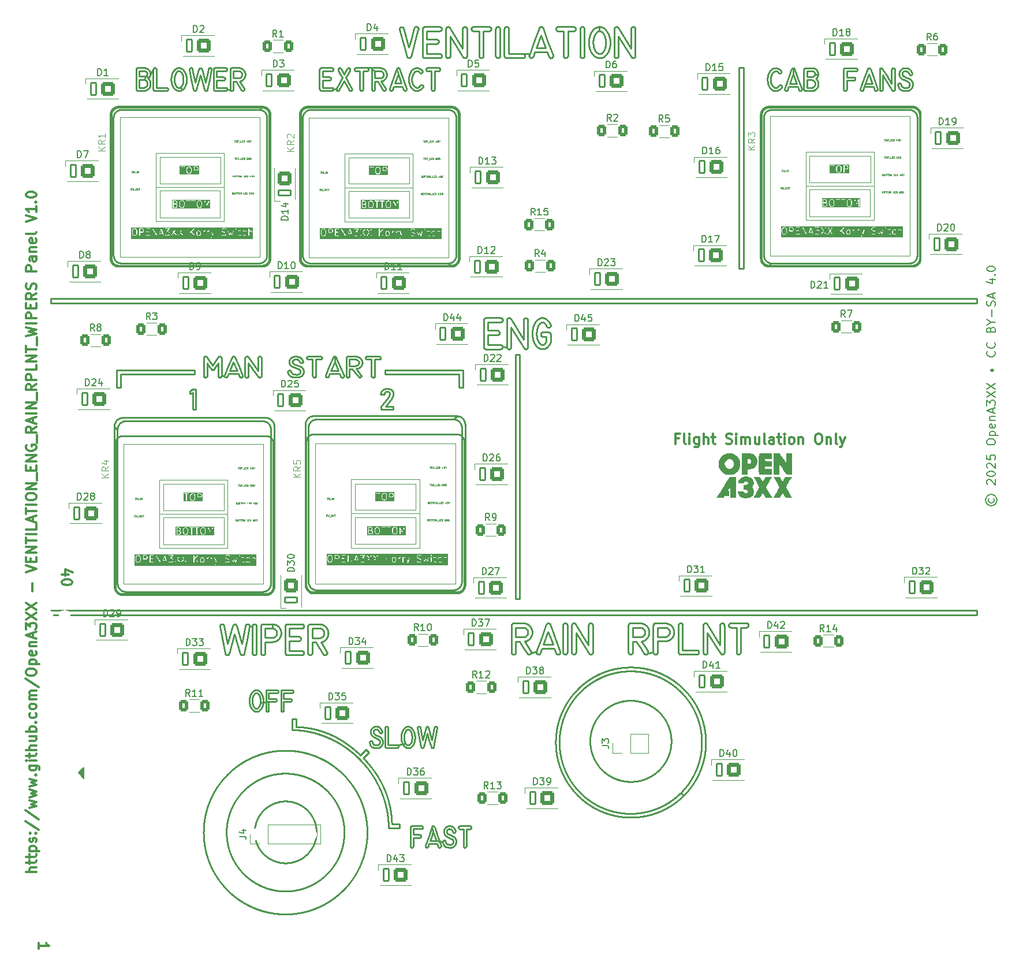
<source format=gbr>
%TF.GenerationSoftware,KiCad,Pcbnew,9.0.2*%
%TF.CreationDate,2025-07-18T21:00:17+02:00*%
%TF.ProjectId,a320-overhead-ventilation_eng_rain-rplnt-wipers,61333230-2d6f-4766-9572-686561642d76,rev?*%
%TF.SameCoordinates,Original*%
%TF.FileFunction,Legend,Top*%
%TF.FilePolarity,Positive*%
%FSLAX46Y46*%
G04 Gerber Fmt 4.6, Leading zero omitted, Abs format (unit mm)*
G04 Created by KiCad (PCBNEW 9.0.2) date 2025-07-18 21:00:17*
%MOMM*%
%LPD*%
G01*
G04 APERTURE LIST*
G04 Aperture macros list*
%AMRoundRect*
0 Rectangle with rounded corners*
0 $1 Rounding radius*
0 $2 $3 $4 $5 $6 $7 $8 $9 X,Y pos of 4 corners*
0 Add a 4 corners polygon primitive as box body*
4,1,4,$2,$3,$4,$5,$6,$7,$8,$9,$2,$3,0*
0 Add four circle primitives for the rounded corners*
1,1,$1+$1,$2,$3*
1,1,$1+$1,$4,$5*
1,1,$1+$1,$6,$7*
1,1,$1+$1,$8,$9*
0 Add four rect primitives between the rounded corners*
20,1,$1+$1,$2,$3,$4,$5,0*
20,1,$1+$1,$4,$5,$6,$7,0*
20,1,$1+$1,$6,$7,$8,$9,0*
20,1,$1+$1,$8,$9,$2,$3,0*%
G04 Aperture macros list end*
%ADD10C,0.200000*%
%ADD11C,0.300000*%
%ADD12C,0.279999*%
%ADD13C,0.158750*%
%ADD14C,0.150000*%
%ADD15C,0.100000*%
%ADD16C,0.062500*%
%ADD17C,0.120000*%
%ADD18C,0.000000*%
%ADD19R,3.000000X3.000000*%
%ADD20C,3.000000*%
%ADD21RoundRect,0.165000X0.885000X-0.385000X0.885000X0.385000X-0.885000X0.385000X-0.885000X-0.385000X0*%
%ADD22RoundRect,0.315000X0.735000X-0.735000X0.735000X0.735000X-0.735000X0.735000X-0.735000X-0.735000X0*%
%ADD23R,1.500000X1.500000*%
%ADD24RoundRect,0.250000X-0.400000X-0.625000X0.400000X-0.625000X0.400000X0.625000X-0.400000X0.625000X0*%
%ADD25RoundRect,0.165000X-0.385000X-0.885000X0.385000X-0.885000X0.385000X0.885000X-0.385000X0.885000X0*%
%ADD26RoundRect,0.315000X-0.735000X-0.735000X0.735000X-0.735000X0.735000X0.735000X-0.735000X0.735000X0*%
%ADD27R,1.700000X1.700000*%
%ADD28C,1.700000*%
G04 APERTURE END LIST*
D10*
X28526106Y-128605643D02*
X27826106Y-127805643D01*
X28526106Y-127005643D01*
X28526106Y-128605643D01*
G36*
X28526106Y-128605643D02*
G01*
X27826106Y-127805643D01*
X28526106Y-127005643D01*
X28526106Y-128605643D01*
G37*
D11*
X21975277Y-153595868D02*
X21975277Y-152738725D01*
X21975277Y-153167296D02*
X23475277Y-153167296D01*
X23475277Y-153167296D02*
X23260991Y-153024439D01*
X23260991Y-153024439D02*
X23118134Y-152881582D01*
X23118134Y-152881582D02*
X23046706Y-152738725D01*
X26375277Y-98703011D02*
X25375277Y-98703011D01*
X26946706Y-98345868D02*
X25875277Y-97988725D01*
X25875277Y-97988725D02*
X25875277Y-98917296D01*
X26875277Y-99774439D02*
X26875277Y-99917296D01*
X26875277Y-99917296D02*
X26803848Y-100060153D01*
X26803848Y-100060153D02*
X26732420Y-100131582D01*
X26732420Y-100131582D02*
X26589563Y-100203010D01*
X26589563Y-100203010D02*
X26303848Y-100274439D01*
X26303848Y-100274439D02*
X25946706Y-100274439D01*
X25946706Y-100274439D02*
X25660991Y-100203010D01*
X25660991Y-100203010D02*
X25518134Y-100131582D01*
X25518134Y-100131582D02*
X25446706Y-100060153D01*
X25446706Y-100060153D02*
X25375277Y-99917296D01*
X25375277Y-99917296D02*
X25375277Y-99774439D01*
X25375277Y-99774439D02*
X25446706Y-99631582D01*
X25446706Y-99631582D02*
X25518134Y-99560153D01*
X25518134Y-99560153D02*
X25660991Y-99488724D01*
X25660991Y-99488724D02*
X25946706Y-99417296D01*
X25946706Y-99417296D02*
X26303848Y-99417296D01*
X26303848Y-99417296D02*
X26589563Y-99488724D01*
X26589563Y-99488724D02*
X26732420Y-99560153D01*
X26732420Y-99560153D02*
X26803848Y-99631582D01*
X26803848Y-99631582D02*
X26875277Y-99774439D01*
D12*
X68981201Y-69808221D02*
X68978581Y-69807813D01*
X68975977Y-69807387D01*
X68973405Y-69806946D01*
X68970850Y-69806488D01*
X68968324Y-69806014D01*
X68965816Y-69805524D01*
X68963337Y-69805019D01*
X68960874Y-69804496D01*
X68958441Y-69803960D01*
X68956024Y-69803406D01*
X68953635Y-69802839D01*
X68951262Y-69802254D01*
X68948917Y-69801656D01*
X68946588Y-69801041D01*
X68944286Y-69800413D01*
X68942000Y-69799768D01*
X68939740Y-69799110D01*
X68937496Y-69798436D01*
X68935277Y-69797748D01*
X68933075Y-69797045D01*
X68930897Y-69796328D01*
X68928735Y-69795596D01*
X68926597Y-69794850D01*
X68924475Y-69794089D01*
X68922377Y-69793315D01*
X68920294Y-69792525D01*
X68918234Y-69791723D01*
X68916189Y-69790905D01*
X68914167Y-69790075D01*
X68912160Y-69789229D01*
X68910176Y-69788370D01*
X68908206Y-69787497D01*
X68906258Y-69786611D01*
X68904324Y-69785710D01*
X68902412Y-69784796D01*
X68900514Y-69783868D01*
X68898637Y-69782927D01*
X68896775Y-69781971D01*
X68894932Y-69781003D01*
X68893104Y-69780020D01*
X68891296Y-69779025D01*
X68889502Y-69778015D01*
X68887727Y-69776992D01*
X68885966Y-69775955D01*
X68884224Y-69774905D01*
X68882497Y-69773841D01*
X68880787Y-69772764D01*
X68879091Y-69771673D01*
X68877413Y-69770569D01*
X68875750Y-69769450D01*
X68874103Y-69768319D01*
X68872471Y-69767174D01*
X68870855Y-69766015D01*
X68869253Y-69764842D01*
X68867668Y-69763657D01*
X68866096Y-69762456D01*
X68864541Y-69761243D01*
X68863000Y-69760015D01*
X68861474Y-69758774D01*
X68859962Y-69757519D01*
X68858465Y-69756250D01*
X68856982Y-69754967D01*
X68855514Y-69753670D01*
X68854060Y-69752359D01*
X68852620Y-69751034D01*
X68851194Y-69749694D01*
X68849783Y-69748341D01*
X68848385Y-69746972D01*
X68845631Y-69744193D01*
X68842932Y-69741355D01*
X68840288Y-69738459D01*
X68837697Y-69735503D01*
X68835160Y-69732486D01*
X68832676Y-69729409D01*
X68830245Y-69726269D01*
X68827867Y-69723067D01*
X68825540Y-69719800D01*
X68823267Y-69716469D01*
X68822387Y-69715142D01*
X79808776Y-135584100D02*
X79811132Y-135584084D01*
X79813475Y-135584088D01*
X79815792Y-135584113D01*
X79818096Y-135584157D01*
X79820376Y-135584220D01*
X79822643Y-135584304D01*
X79824886Y-135584406D01*
X79827116Y-135584528D01*
X79829322Y-135584669D01*
X79831517Y-135584829D01*
X79833688Y-135585008D01*
X79835847Y-135585205D01*
X79837983Y-135585421D01*
X79840107Y-135585655D01*
X79842210Y-135585907D01*
X79844300Y-135586178D01*
X79846369Y-135586467D01*
X79848426Y-135586774D01*
X79850463Y-135587098D01*
X79852488Y-135587440D01*
X79854492Y-135587800D01*
X79856485Y-135588177D01*
X79858459Y-135588571D01*
X79860421Y-135588984D01*
X79862363Y-135589413D01*
X79864295Y-135589860D01*
X79866208Y-135590323D01*
X79868109Y-135590804D01*
X79869993Y-135591301D01*
X79871865Y-135591816D01*
X79873720Y-135592346D01*
X79875564Y-135592895D01*
X79877391Y-135593459D01*
X79879207Y-135594041D01*
X79881007Y-135594638D01*
X79882795Y-135595253D01*
X79884568Y-135595884D01*
X79886329Y-135596532D01*
X79888076Y-135597196D01*
X79889811Y-135597877D01*
X79891532Y-135598574D01*
X79893242Y-135599287D01*
X79894937Y-135600017D01*
X79896622Y-135600764D01*
X79898293Y-135601526D01*
X79899953Y-135602306D01*
X79901599Y-135603101D01*
X79903235Y-135603914D01*
X79904858Y-135604742D01*
X79906470Y-135605587D01*
X79908070Y-135606448D01*
X79909659Y-135607327D01*
X79911236Y-135608221D01*
X79912802Y-135609133D01*
X79914357Y-135610060D01*
X79915901Y-135611005D01*
X79917434Y-135611966D01*
X79918956Y-135612944D01*
X79921967Y-135614951D01*
X79924936Y-135617026D01*
X79927864Y-135619169D01*
X79930750Y-135621381D01*
X79933596Y-135623663D01*
X79936402Y-135626016D01*
X79939169Y-135628440D01*
X79941896Y-135630937D01*
X79944585Y-135633506D01*
X79947236Y-135636150D01*
X79949849Y-135638870D01*
X79952424Y-135641665D01*
X79954962Y-135644539D01*
X79957463Y-135647491D01*
X79959926Y-135650523D01*
X79962352Y-135653637D01*
X79964742Y-135656834D01*
X79967094Y-135660114D01*
X79969409Y-135663481D01*
X79971687Y-135666935D01*
X79973928Y-135670478D01*
X79976130Y-135674112D01*
X79978295Y-135677837D01*
X79980422Y-135681657D01*
X79982510Y-135685572D01*
X79984559Y-135689584D01*
X79986569Y-135693696D01*
X79988539Y-135697909D01*
X79990469Y-135702225D01*
X79992358Y-135706646D01*
X79994205Y-135711174D01*
X79996010Y-135715810D01*
X79997772Y-135720558D01*
X79999490Y-135725419D01*
X79999755Y-135726190D01*
X92509887Y-66461053D02*
X91873535Y-66460748D01*
X67395629Y-69790948D02*
X67393126Y-69791993D01*
X67390626Y-69793015D01*
X67388139Y-69794011D01*
X67385655Y-69794983D01*
X67383184Y-69795929D01*
X67380716Y-69796852D01*
X67378261Y-69797750D01*
X67375808Y-69798624D01*
X67373368Y-69799473D01*
X67370931Y-69800300D01*
X67368506Y-69801102D01*
X67366083Y-69801882D01*
X67363673Y-69802637D01*
X67361265Y-69803370D01*
X67358868Y-69804079D01*
X67356474Y-69804766D01*
X67354092Y-69805429D01*
X67351712Y-69806070D01*
X67349342Y-69806688D01*
X67346976Y-69807285D01*
X67344619Y-69807858D01*
X67342266Y-69808410D01*
X67339922Y-69808939D01*
X67337581Y-69809447D01*
X67335250Y-69809932D01*
X67332921Y-69810396D01*
X67330602Y-69810839D01*
X67328285Y-69811260D01*
X67325978Y-69811659D01*
X67323672Y-69812038D01*
X67321376Y-69812395D01*
X67319082Y-69812731D01*
X67316796Y-69813045D01*
X67314513Y-69813340D01*
X67312237Y-69813613D01*
X67309964Y-69813865D01*
X67307699Y-69814097D01*
X67305436Y-69814308D01*
X67303180Y-69814498D01*
X67300927Y-69814669D01*
X67298681Y-69814818D01*
X67296437Y-69814947D01*
X67294199Y-69815056D01*
X67291964Y-69815145D01*
X67289735Y-69815214D01*
X67287509Y-69815262D01*
X67285288Y-69815291D01*
X67283069Y-69815299D01*
X67280856Y-69815287D01*
X67278645Y-69815255D01*
X67276440Y-69815204D01*
X67274236Y-69815132D01*
X67272037Y-69815040D01*
X67269841Y-69814929D01*
X67267649Y-69814798D01*
X67265459Y-69814647D01*
X67263273Y-69814476D01*
X67261089Y-69814285D01*
X67258909Y-69814074D01*
X67256732Y-69813844D01*
X67254557Y-69813594D01*
X67252385Y-69813324D01*
X67248048Y-69812724D01*
X67243721Y-69812045D01*
X67239403Y-69811286D01*
X67235093Y-69810448D01*
X67230791Y-69809529D01*
X67226495Y-69808530D01*
X67222205Y-69807450D01*
X67217921Y-69806289D01*
X67213641Y-69805047D01*
X67209365Y-69803722D01*
X67205093Y-69802314D01*
X67200824Y-69800823D01*
X67196557Y-69799248D01*
X67192291Y-69797588D01*
X67188027Y-69795843D01*
X67183763Y-69794011D01*
X67179498Y-69792093D01*
X67175233Y-69790085D01*
X67170967Y-69787989D01*
X67166700Y-69785803D01*
X67162430Y-69783526D01*
X67158157Y-69781156D01*
X67153881Y-69778693D01*
X67149602Y-69776135D01*
X67145318Y-69773482D01*
X67141030Y-69770732D01*
X67138733Y-69769219D01*
X134173095Y-24674188D02*
X134173495Y-24671285D01*
X134173914Y-24668400D01*
X134174347Y-24665548D01*
X134174798Y-24662713D01*
X134175265Y-24659910D01*
X134175749Y-24657125D01*
X134176247Y-24654370D01*
X134176763Y-24651633D01*
X134177294Y-24648927D01*
X134177841Y-24646238D01*
X134178403Y-24643579D01*
X134178982Y-24640937D01*
X134179575Y-24638324D01*
X134180184Y-24635728D01*
X134180808Y-24633161D01*
X134181448Y-24630611D01*
X134182101Y-24628088D01*
X134182771Y-24625583D01*
X134183454Y-24623104D01*
X134184154Y-24620643D01*
X134184867Y-24618208D01*
X134185595Y-24615789D01*
X134186337Y-24613397D01*
X134187095Y-24611021D01*
X134187865Y-24608670D01*
X134188652Y-24606336D01*
X134189451Y-24604027D01*
X134190265Y-24601733D01*
X134191093Y-24599465D01*
X134191935Y-24597212D01*
X134192790Y-24594983D01*
X134193661Y-24592770D01*
X134194544Y-24590580D01*
X134195442Y-24588406D01*
X134196352Y-24586254D01*
X134197278Y-24584119D01*
X134198215Y-24582005D01*
X134199168Y-24579907D01*
X134200133Y-24577831D01*
X134201112Y-24575770D01*
X134202104Y-24573731D01*
X134203111Y-24571706D01*
X134204129Y-24569703D01*
X134205163Y-24567714D01*
X134206208Y-24565746D01*
X134207268Y-24563793D01*
X134208340Y-24561860D01*
X134209427Y-24559942D01*
X134210526Y-24558043D01*
X134211639Y-24556159D01*
X134212764Y-24554294D01*
X134213904Y-24552444D01*
X134215055Y-24550612D01*
X134216222Y-24548795D01*
X134217400Y-24546996D01*
X134218593Y-24545211D01*
X134219798Y-24543444D01*
X134221017Y-24541692D01*
X134222249Y-24539957D01*
X134223495Y-24538237D01*
X134224753Y-24536533D01*
X134226026Y-24534844D01*
X134227311Y-24533172D01*
X134228610Y-24531513D01*
X134229922Y-24529871D01*
X134231249Y-24528243D01*
X134232588Y-24526631D01*
X134233941Y-24525034D01*
X134235308Y-24523451D01*
X134236689Y-24521883D01*
X134238083Y-24520331D01*
X134239491Y-24518792D01*
X134240912Y-24517268D01*
X134242348Y-24515759D01*
X134243797Y-24514263D01*
X134245261Y-24512783D01*
X134248230Y-24509864D01*
X134251257Y-24507001D01*
X134254340Y-24504194D01*
X134257482Y-24501443D01*
X134260682Y-24498746D01*
X134263942Y-24496104D01*
X134267261Y-24493517D01*
X134270642Y-24490983D01*
X134274085Y-24488503D01*
X134277590Y-24486077D01*
X134281158Y-24483704D01*
X134284791Y-24481385D01*
X134288490Y-24479119D01*
X134292255Y-24476906D01*
X134296087Y-24474746D01*
X134299988Y-24472639D01*
X134303959Y-24470586D01*
X134308000Y-24468587D01*
X134312113Y-24466641D01*
X134316300Y-24464750D01*
X134320560Y-24462913D01*
X134324896Y-24461130D01*
X134329309Y-24459403D01*
X134333800Y-24457731D01*
X134338371Y-24456115D01*
X134343022Y-24454556D01*
X134347756Y-24453053D01*
X134352573Y-24451608D01*
X134357475Y-24450222D01*
X134362464Y-24448894D01*
X134367540Y-24447625D01*
X134372706Y-24446418D01*
X134377963Y-24445271D01*
X134383312Y-24444186D01*
X134388755Y-24443164D01*
X134394293Y-24442205D01*
X134399929Y-24441311D01*
X134401794Y-24441033D01*
X42975341Y-27651483D02*
X42786193Y-27217492D01*
X147499572Y-27576898D02*
X147499562Y-27579587D01*
X147499532Y-27582260D01*
X147499482Y-27584903D01*
X147499413Y-27587531D01*
X147499324Y-27590129D01*
X147499216Y-27592712D01*
X147499089Y-27595266D01*
X147498943Y-27597805D01*
X147498778Y-27600316D01*
X147498594Y-27602812D01*
X147498392Y-27605280D01*
X147498171Y-27607734D01*
X147497933Y-27610160D01*
X147497676Y-27612572D01*
X147497401Y-27614958D01*
X147497108Y-27617329D01*
X147496798Y-27619675D01*
X147496470Y-27622006D01*
X147496125Y-27624312D01*
X147495762Y-27626604D01*
X147495382Y-27628871D01*
X147494985Y-27631125D01*
X147494571Y-27633354D01*
X147494140Y-27635570D01*
X147493693Y-27637762D01*
X147493228Y-27639941D01*
X147492747Y-27642096D01*
X147492250Y-27644239D01*
X147491736Y-27646359D01*
X147491206Y-27648465D01*
X147490660Y-27650550D01*
X147490097Y-27652621D01*
X147489519Y-27654672D01*
X147488923Y-27656709D01*
X147488313Y-27658725D01*
X147487687Y-27660729D01*
X147487045Y-27662712D01*
X147486386Y-27664683D01*
X147485713Y-27666633D01*
X147485024Y-27668571D01*
X147484319Y-27670490D01*
X147483598Y-27672397D01*
X147482863Y-27674284D01*
X147482111Y-27676159D01*
X147481345Y-27678017D01*
X147480562Y-27679861D01*
X147479766Y-27681688D01*
X147478952Y-27683502D01*
X147478125Y-27685300D01*
X147477281Y-27687085D01*
X147476422Y-27688853D01*
X147475548Y-27690609D01*
X147474659Y-27692349D01*
X147473754Y-27694077D01*
X147472835Y-27695789D01*
X147471899Y-27697488D01*
X147470949Y-27699173D01*
X147469983Y-27700845D01*
X147469003Y-27702503D01*
X147468006Y-27704148D01*
X147466995Y-27705779D01*
X147465967Y-27707398D01*
X147464925Y-27709003D01*
X147463867Y-27710596D01*
X147462794Y-27712175D01*
X147461704Y-27713742D01*
X147460600Y-27715296D01*
X147459480Y-27716838D01*
X147458344Y-27718367D01*
X147457192Y-27719884D01*
X147454842Y-27722881D01*
X147452427Y-27725829D01*
X147449949Y-27728730D01*
X147447405Y-27731583D01*
X147444796Y-27734390D01*
X147442121Y-27737150D01*
X147439379Y-27739865D01*
X147436568Y-27742534D01*
X147433689Y-27745158D01*
X147430740Y-27747738D01*
X147427721Y-27750273D01*
X147424629Y-27752763D01*
X147421465Y-27755210D01*
X147418227Y-27757612D01*
X147414913Y-27759970D01*
X147411523Y-27762285D01*
X147408056Y-27764555D01*
X147404509Y-27766781D01*
X147400883Y-27768963D01*
X147397174Y-27771101D01*
X147393383Y-27773194D01*
X147389507Y-27775242D01*
X147385544Y-27777245D01*
X147381495Y-27779203D01*
X147377356Y-27781114D01*
X147373126Y-27782979D01*
X147368804Y-27784797D01*
X147364388Y-27786568D01*
X147359876Y-27788291D01*
X147355267Y-27789965D01*
X147350558Y-27791590D01*
X147345748Y-27793165D01*
X147340836Y-27794689D01*
X147336120Y-27796075D01*
X76253540Y-22981561D02*
X76250736Y-22981566D01*
X76247942Y-22981550D01*
X76245168Y-22981515D01*
X76242405Y-22981460D01*
X76239661Y-22981385D01*
X76236927Y-22981290D01*
X76234213Y-22981176D01*
X76231508Y-22981043D01*
X76228823Y-22980890D01*
X76226147Y-22980718D01*
X76223490Y-22980527D01*
X76220843Y-22980317D01*
X76218214Y-22980088D01*
X76215595Y-22979839D01*
X76212993Y-22979573D01*
X76210401Y-22979287D01*
X76207826Y-22978983D01*
X76205261Y-22978660D01*
X76202713Y-22978319D01*
X76200174Y-22977959D01*
X76197652Y-22977581D01*
X76195139Y-22977184D01*
X76192643Y-22976770D01*
X76190156Y-22976336D01*
X76187684Y-22975886D01*
X76185222Y-22975416D01*
X76182775Y-22974929D01*
X76180338Y-22974424D01*
X76177915Y-22973901D01*
X76175502Y-22973360D01*
X76173103Y-22972802D01*
X76170713Y-22972225D01*
X76168337Y-22971631D01*
X76165971Y-22971018D01*
X76163618Y-22970389D01*
X76161275Y-22969741D01*
X76158945Y-22969076D01*
X76156624Y-22968393D01*
X76154316Y-22967693D01*
X76152017Y-22966975D01*
X76149730Y-22966240D01*
X76147453Y-22965486D01*
X76145188Y-22964716D01*
X76142932Y-22963928D01*
X76140688Y-22963122D01*
X76138452Y-22962299D01*
X76136229Y-22961458D01*
X76134014Y-22960600D01*
X76131811Y-22959724D01*
X76129616Y-22958830D01*
X76127432Y-22957919D01*
X76125258Y-22956991D01*
X76123093Y-22956044D01*
X76120938Y-22955081D01*
X76118793Y-22954099D01*
X76116657Y-22953100D01*
X76114530Y-22952083D01*
X76112413Y-22951049D01*
X76110305Y-22949996D01*
X76108206Y-22948926D01*
X76104035Y-22946733D01*
X76099900Y-22944467D01*
X76095801Y-22942130D01*
X76091735Y-22939720D01*
X76087704Y-22937238D01*
X76083707Y-22934682D01*
X76079742Y-22932052D01*
X76075810Y-22929348D01*
X76071910Y-22926569D01*
X76068042Y-22923714D01*
X76064206Y-22920783D01*
X76060400Y-22917775D01*
X76056625Y-22914689D01*
X76052880Y-22911524D01*
X76049165Y-22908279D01*
X76045480Y-22904955D01*
X76041824Y-22901549D01*
X76038198Y-22898061D01*
X76034601Y-22894490D01*
X76031033Y-22890834D01*
X76027494Y-22887094D01*
X76023983Y-22883267D01*
X76020501Y-22879353D01*
X76017047Y-22875350D01*
X76013622Y-22871258D01*
X76010226Y-22867075D01*
X76006857Y-22862800D01*
X76003518Y-22858432D01*
X76000207Y-22853969D01*
X75996924Y-22849410D01*
X75993671Y-22844754D01*
X75990446Y-22839999D01*
X75987250Y-22835144D01*
X75984084Y-22830188D01*
X75980947Y-22825130D01*
X75977839Y-22819966D01*
X75974762Y-22814698D01*
X75971715Y-22809321D01*
X75968698Y-22803836D01*
X75965712Y-22798241D01*
X75962757Y-22792533D01*
X75959833Y-22786713D01*
X75956942Y-22780776D01*
X75954083Y-22774723D01*
X75951256Y-22768552D01*
X75948463Y-22762260D01*
X75947021Y-22758935D01*
X144365661Y-27186151D02*
X143053100Y-27186151D01*
X82827392Y-136562249D02*
X82825482Y-136561777D01*
X82823581Y-136561286D01*
X82821695Y-136560779D01*
X82819818Y-136560253D01*
X82817955Y-136559710D01*
X82816101Y-136559150D01*
X82814260Y-136558572D01*
X82812429Y-136557976D01*
X82810610Y-136557364D01*
X82808801Y-136556733D01*
X82807004Y-136556086D01*
X82805217Y-136555421D01*
X82803441Y-136554738D01*
X82801675Y-136554038D01*
X82799919Y-136553321D01*
X82798174Y-136552586D01*
X82796439Y-136551834D01*
X82794713Y-136551064D01*
X82792998Y-136550277D01*
X82791293Y-136549472D01*
X82789597Y-136548650D01*
X82787911Y-136547810D01*
X82786234Y-136546953D01*
X82784567Y-136546078D01*
X82781260Y-136544275D01*
X82777990Y-136542400D01*
X82774755Y-136540454D01*
X82771556Y-136538435D01*
X82768391Y-136536344D01*
X82765260Y-136534179D01*
X82762162Y-136531939D01*
X82759097Y-136529625D01*
X82756064Y-136527234D01*
X82753063Y-136524767D01*
X82750094Y-136522222D01*
X82747156Y-136519598D01*
X82744248Y-136516894D01*
X82741371Y-136514109D01*
X82738524Y-136511242D01*
X82735707Y-136508292D01*
X82732920Y-136505256D01*
X82730163Y-136502135D01*
X82727435Y-136498926D01*
X82724737Y-136495628D01*
X82722069Y-136492239D01*
X82719430Y-136488759D01*
X82716821Y-136485185D01*
X82714242Y-136481516D01*
X82711692Y-136477750D01*
X82709173Y-136473886D01*
X82706685Y-136469921D01*
X82704226Y-136465854D01*
X82701799Y-136461684D01*
X82699403Y-136457408D01*
X82697039Y-136453024D01*
X82694707Y-136448531D01*
X82692407Y-136443926D01*
X82690141Y-136439208D01*
X82689880Y-136438653D01*
X151282165Y-52351434D02*
X151282125Y-52361340D01*
X151282005Y-52371235D01*
X151281806Y-52381120D01*
X151281526Y-52390994D01*
X151281168Y-52400855D01*
X151280729Y-52410706D01*
X151280212Y-52420544D01*
X151279614Y-52430369D01*
X151278938Y-52440182D01*
X151278183Y-52449981D01*
X151277348Y-52459767D01*
X151276434Y-52469539D01*
X151275442Y-52479297D01*
X151274370Y-52489040D01*
X151273220Y-52498769D01*
X151271991Y-52508482D01*
X151270684Y-52518179D01*
X151269298Y-52527860D01*
X151267834Y-52537525D01*
X151266292Y-52547173D01*
X151264671Y-52556804D01*
X151262973Y-52566417D01*
X151261196Y-52576012D01*
X151259342Y-52585588D01*
X151257409Y-52595146D01*
X151255400Y-52604684D01*
X151253312Y-52614203D01*
X151251148Y-52623701D01*
X151248906Y-52633179D01*
X151246587Y-52642636D01*
X151244191Y-52652071D01*
X151241718Y-52661485D01*
X151239168Y-52670876D01*
X151236541Y-52680244D01*
X151233839Y-52689589D01*
X151231059Y-52698910D01*
X151228204Y-52708207D01*
X151225273Y-52717479D01*
X151222266Y-52726726D01*
X151219183Y-52735947D01*
X151216024Y-52745142D01*
X151212791Y-52754311D01*
X151209482Y-52763452D01*
X151206098Y-52772566D01*
X151202639Y-52781651D01*
X151199106Y-52790708D01*
X151195498Y-52799735D01*
X151191816Y-52808733D01*
X151188060Y-52817700D01*
X151184230Y-52826637D01*
X151180327Y-52835543D01*
X151176350Y-52844416D01*
X151172301Y-52853258D01*
X151168178Y-52862066D01*
X151163983Y-52870841D01*
X151159715Y-52879582D01*
X151155376Y-52888288D01*
X151150964Y-52896959D01*
X151146481Y-52905595D01*
X151141927Y-52914195D01*
X151137301Y-52922757D01*
X151132605Y-52931283D01*
X151127839Y-52939771D01*
X151123002Y-52948220D01*
X151118096Y-52956630D01*
X151113120Y-52965001D01*
X151108074Y-52973331D01*
X151102960Y-52981621D01*
X151097778Y-52989870D01*
X151092527Y-52998077D01*
X151087209Y-53006242D01*
X151081822Y-53014363D01*
X151076369Y-53022441D01*
X151070849Y-53030476D01*
X151065263Y-53038465D01*
X151059611Y-53046409D01*
X151053893Y-53054308D01*
X151048110Y-53062160D01*
X151042262Y-53069966D01*
X151036350Y-53077724D01*
X151030373Y-53085434D01*
X151024333Y-53093095D01*
X151018230Y-53100708D01*
X151012065Y-53108270D01*
X151005837Y-53115783D01*
X150999547Y-53123245D01*
X150993196Y-53130655D01*
X150986784Y-53138014D01*
X150980311Y-53145320D01*
X150973779Y-53152574D01*
X150967186Y-53159773D01*
X150960535Y-53166919D01*
X150953826Y-53174011D01*
X150947058Y-53181047D01*
X150940233Y-53188028D01*
X150933350Y-53194953D01*
X150929888Y-53198394D01*
X150926411Y-53201821D01*
X150922921Y-53205234D01*
X150919416Y-53208633D01*
X150915898Y-53212017D01*
X150912366Y-53215386D01*
X150908820Y-53218741D01*
X150905260Y-53222082D01*
X150901687Y-53225408D01*
X150898100Y-53228719D01*
X150894500Y-53232015D01*
X150890886Y-53235297D01*
X150887259Y-53238563D01*
X150883618Y-53241815D01*
X150879965Y-53245052D01*
X150876298Y-53248274D01*
X150872618Y-53251480D01*
X150868925Y-53254672D01*
X150865219Y-53257848D01*
X150861500Y-53261009D01*
X150857769Y-53264154D01*
X150854024Y-53267285D01*
X150850267Y-53270399D01*
X150846497Y-53273498D01*
X150842715Y-53276582D01*
X150838920Y-53279650D01*
X150835113Y-53282702D01*
X150831293Y-53285739D01*
X150827461Y-53288759D01*
X150823617Y-53291764D01*
X150819761Y-53294753D01*
X150815893Y-53297726D01*
X150812013Y-53300683D01*
X150808120Y-53303624D01*
X150804216Y-53306549D01*
X150800300Y-53309458D01*
X150796373Y-53312350D01*
X150792433Y-53315227D01*
X150788483Y-53318086D01*
X150784520Y-53320930D01*
X150780547Y-53323757D01*
X150776561Y-53326568D01*
X150772565Y-53329362D01*
X150768557Y-53332140D01*
X150764538Y-53334901D01*
X150760508Y-53337645D01*
X150756467Y-53340373D01*
X150752415Y-53343084D01*
X150748353Y-53345778D01*
X150744279Y-53348455D01*
X150740195Y-53351115D01*
X150736099Y-53353759D01*
X150731994Y-53356385D01*
X150727877Y-53358995D01*
X150723751Y-53361587D01*
X150719614Y-53364163D01*
X150715467Y-53366720D01*
X150711309Y-53369262D01*
X150707142Y-53371785D01*
X150702963Y-53374292D01*
X150698776Y-53376781D01*
X150694577Y-53379253D01*
X150690370Y-53381707D01*
X150686152Y-53384144D01*
X150681926Y-53386563D01*
X150677688Y-53388965D01*
X150673442Y-53391349D01*
X150669185Y-53393717D01*
X150664920Y-53396065D01*
X150660645Y-53398397D01*
X150656361Y-53400711D01*
X150652067Y-53403007D01*
X150647765Y-53405285D01*
X150643452Y-53407546D01*
X150639132Y-53409788D01*
X150634801Y-53412013D01*
X150630463Y-53414219D01*
X150626115Y-53416409D01*
X150621759Y-53418579D01*
X150617393Y-53420732D01*
X150613020Y-53422867D01*
X150608637Y-53424984D01*
X150604247Y-53427082D01*
X150599847Y-53429163D01*
X150595440Y-53431225D01*
X150591023Y-53433269D01*
X150586600Y-53435294D01*
X150582166Y-53437302D01*
X150577727Y-53439291D01*
X150573278Y-53441262D01*
X150568822Y-53443214D01*
X150564357Y-53445149D01*
X150559885Y-53447064D01*
X150555405Y-53448962D01*
X150550918Y-53450840D01*
X150546422Y-53452700D01*
X150541920Y-53454542D01*
X150537409Y-53456365D01*
X150532892Y-53458169D01*
X150528366Y-53459956D01*
X150523835Y-53461723D01*
X150519294Y-53463472D01*
X150514748Y-53465201D01*
X150510193Y-53466913D01*
X150505633Y-53468605D01*
X150501064Y-53470279D01*
X150496491Y-53471934D01*
X150491908Y-53473570D01*
X150487320Y-53475187D01*
X150482724Y-53476786D01*
X150478123Y-53478365D01*
X150473514Y-53479926D01*
X150468900Y-53481468D01*
X150464277Y-53482991D01*
X150459651Y-53484494D01*
X150455015Y-53485979D01*
X150450376Y-53487445D01*
X150445728Y-53488892D01*
X150441076Y-53490320D01*
X150436416Y-53491729D01*
X150431752Y-53493118D01*
X150427080Y-53494489D01*
X150422404Y-53495840D01*
X150417720Y-53497173D01*
X150413032Y-53498485D01*
X150408336Y-53499780D01*
X150403637Y-53501054D01*
X150398930Y-53502310D01*
X150394220Y-53503546D01*
X150389502Y-53504763D01*
X150384781Y-53505961D01*
X150380052Y-53507140D01*
X150375320Y-53508299D01*
X150370580Y-53509439D01*
X150365837Y-53510559D01*
X150361087Y-53511661D01*
X150356334Y-53512742D01*
X150351574Y-53513805D01*
X150346811Y-53514848D01*
X150342041Y-53515872D01*
X150337268Y-53516876D01*
X150332488Y-53517861D01*
X150327705Y-53518826D01*
X150322915Y-53519772D01*
X150318123Y-53520699D01*
X150313324Y-53521606D01*
X150308523Y-53522493D01*
X150303715Y-53523361D01*
X150298905Y-53524210D01*
X150294087Y-53525039D01*
X150289268Y-53525848D01*
X150284442Y-53526638D01*
X150279615Y-53527408D01*
X150274780Y-53528158D01*
X150269944Y-53528889D01*
X150265101Y-53529601D01*
X150260257Y-53530292D01*
X150255406Y-53530964D01*
X150250553Y-53531617D01*
X150245695Y-53532249D01*
X150240834Y-53532862D01*
X150235968Y-53533456D01*
X150231099Y-53534029D01*
X150226225Y-53534583D01*
X150221350Y-53535117D01*
X150216468Y-53535632D01*
X150211585Y-53536126D01*
X150206697Y-53536601D01*
X150201807Y-53537057D01*
X150196911Y-53537492D01*
X150192014Y-53537907D01*
X150187112Y-53538303D01*
X150182208Y-53538679D01*
X150177299Y-53539035D01*
X150172389Y-53539372D01*
X150167473Y-53539688D01*
X150162556Y-53539985D01*
X150157634Y-53540261D01*
X150152711Y-53540518D01*
X150147783Y-53540755D01*
X150142854Y-53540972D01*
X150137920Y-53541169D01*
X150132985Y-53541346D01*
X150128045Y-53541504D01*
X150123105Y-53541641D01*
X150118159Y-53541758D01*
X150113213Y-53541856D01*
X150108262Y-53541933D01*
X150103310Y-53541991D01*
X150098354Y-53542028D01*
X150091552Y-53542047D01*
X49051330Y-26243615D02*
X48034118Y-26243615D01*
X50295837Y-66877313D02*
X50296761Y-66875135D01*
X50297699Y-66872975D01*
X50298648Y-66870841D01*
X50299611Y-66868724D01*
X50300584Y-66866633D01*
X50301571Y-66864560D01*
X50302569Y-66862511D01*
X50303580Y-66860480D01*
X50304602Y-66858473D01*
X50305637Y-66856482D01*
X50306683Y-66854516D01*
X50307742Y-66852567D01*
X50308811Y-66850641D01*
X50309894Y-66848732D01*
X50310987Y-66846846D01*
X50312094Y-66844976D01*
X50313211Y-66843128D01*
X50314341Y-66841297D01*
X50315481Y-66839488D01*
X50316634Y-66837695D01*
X50317798Y-66835923D01*
X50318975Y-66834168D01*
X50320162Y-66832433D01*
X50321362Y-66830715D01*
X50322573Y-66829017D01*
X50323796Y-66827335D01*
X50325030Y-66825672D01*
X50326277Y-66824026D01*
X50327535Y-66822399D01*
X50328805Y-66820788D01*
X50330086Y-66819196D01*
X50331380Y-66817620D01*
X50332685Y-66816062D01*
X50334002Y-66814520D01*
X50335331Y-66812996D01*
X50336672Y-66811487D01*
X50338024Y-66809997D01*
X50339390Y-66808522D01*
X50340766Y-66807064D01*
X50342155Y-66805622D01*
X50343556Y-66804197D01*
X50344969Y-66802788D01*
X50346394Y-66801395D01*
X50347832Y-66800018D01*
X50349282Y-66798657D01*
X50350744Y-66797311D01*
X50352219Y-66795982D01*
X50353706Y-66794667D01*
X50355206Y-66793369D01*
X50356718Y-66792086D01*
X50359781Y-66789566D01*
X50362896Y-66787108D01*
X50366062Y-66784710D01*
X50369282Y-66782373D01*
X50372555Y-66780096D01*
X50375883Y-66777878D01*
X50379266Y-66775720D01*
X50382705Y-66773620D01*
X50386201Y-66771580D01*
X50389755Y-66769599D01*
X50393368Y-66767677D01*
X50397040Y-66765813D01*
X50400774Y-66764009D01*
X50404569Y-66762263D01*
X50408428Y-66760577D01*
X50412351Y-66758949D01*
X50416339Y-66757382D01*
X50420394Y-66755875D01*
X50424517Y-66754427D01*
X50428708Y-66753041D01*
X50432970Y-66751715D01*
X50437303Y-66750452D01*
X50441710Y-66749250D01*
X50446190Y-66748112D01*
X50450747Y-66747037D01*
X50455380Y-66746026D01*
X50460092Y-66745080D01*
X50464883Y-66744200D01*
X50469756Y-66743386D01*
X50474712Y-66742640D01*
X50479751Y-66741962D01*
X50484877Y-66741354D01*
X50490090Y-66740816D01*
X50495392Y-66740349D01*
X50500785Y-66739955D01*
X50506269Y-66739635D01*
X50511847Y-66739390D01*
X50517521Y-66739221D01*
X50523254Y-66739129D01*
X91911193Y-106471063D02*
X91911193Y-107903436D01*
X82021789Y-53063714D02*
X61805847Y-53063714D01*
X72959655Y-124148980D02*
X72957150Y-124148795D01*
X72954661Y-124148592D01*
X72952199Y-124148370D01*
X72949753Y-124148130D01*
X72947334Y-124147872D01*
X72944930Y-124147596D01*
X72942553Y-124147303D01*
X72940191Y-124146991D01*
X72937855Y-124146663D01*
X72935533Y-124146316D01*
X72933237Y-124145954D01*
X72930956Y-124145573D01*
X72928700Y-124145176D01*
X72926458Y-124144761D01*
X72924240Y-124144330D01*
X72922036Y-124143882D01*
X72919857Y-124143418D01*
X72917691Y-124142936D01*
X72915549Y-124142439D01*
X72913420Y-124141925D01*
X72911315Y-124141396D01*
X72909222Y-124140850D01*
X72907153Y-124140288D01*
X72905096Y-124139710D01*
X72903061Y-124139117D01*
X72901040Y-124138507D01*
X72899040Y-124137882D01*
X72897053Y-124137241D01*
X72895086Y-124136585D01*
X72893133Y-124135912D01*
X72891200Y-124135226D01*
X72889279Y-124134522D01*
X72887379Y-124133805D01*
X72885491Y-124133070D01*
X72883622Y-124132322D01*
X72881766Y-124131558D01*
X72879928Y-124130779D01*
X72878104Y-124129984D01*
X72876297Y-124129175D01*
X72874503Y-124128350D01*
X72872726Y-124127510D01*
X72870962Y-124126655D01*
X72869215Y-124125785D01*
X72867480Y-124124900D01*
X72865762Y-124124000D01*
X72864056Y-124123084D01*
X72862367Y-124122155D01*
X72860690Y-124121209D01*
X72859028Y-124120249D01*
X72857379Y-124119273D01*
X72855745Y-124118283D01*
X72854123Y-124117277D01*
X72852516Y-124116256D01*
X72850922Y-124115220D01*
X72849342Y-124114169D01*
X72847774Y-124113102D01*
X72846220Y-124112021D01*
X72844678Y-124110924D01*
X72843150Y-124109811D01*
X72841634Y-124108683D01*
X72840131Y-124107540D01*
X72838640Y-124106381D01*
X72835697Y-124104017D01*
X72832803Y-124101589D01*
X72829959Y-124099098D01*
X72827162Y-124096543D01*
X72824413Y-124093924D01*
X72821712Y-124091238D01*
X72819057Y-124088487D01*
X72816449Y-124085668D01*
X72813887Y-124082781D01*
X72811370Y-124079826D01*
X72808900Y-124076800D01*
X72806474Y-124073703D01*
X72804094Y-124070534D01*
X72801759Y-124067292D01*
X72799469Y-124063975D01*
X72797225Y-124060583D01*
X72795025Y-124057114D01*
X72792871Y-124053566D01*
X72790762Y-124049939D01*
X72788699Y-124046231D01*
X72786681Y-124042440D01*
X72784710Y-124038565D01*
X72782786Y-124034606D01*
X72780908Y-124030559D01*
X72779077Y-124026423D01*
X72777294Y-124022197D01*
X72775560Y-124017880D01*
X72773874Y-124013469D01*
X72772238Y-124008963D01*
X72770652Y-124004360D01*
X72769117Y-123999658D01*
X72767634Y-123994856D01*
X72766203Y-123989952D01*
X72764825Y-123984943D01*
X72763501Y-123979828D01*
X72762232Y-123974606D01*
X72761018Y-123969273D01*
X72759862Y-123963829D01*
X72758764Y-123958271D01*
X72757724Y-123952596D01*
X72756744Y-123946804D01*
X72755826Y-123940892D01*
X72755004Y-123935113D01*
X103611328Y-21999383D02*
X103613806Y-22003164D01*
X103616295Y-22006925D01*
X103618791Y-22010660D01*
X103621297Y-22014376D01*
X103623810Y-22018065D01*
X103626335Y-22021735D01*
X103628865Y-22025378D01*
X103631407Y-22029003D01*
X103633954Y-22032601D01*
X103636513Y-22036181D01*
X103639078Y-22039735D01*
X103641655Y-22043270D01*
X103644237Y-22046780D01*
X103646831Y-22050271D01*
X103649430Y-22053737D01*
X103652041Y-22057185D01*
X103654658Y-22060607D01*
X103657286Y-22064011D01*
X103659921Y-22067390D01*
X103662566Y-22070751D01*
X103665218Y-22074088D01*
X103667880Y-22077406D01*
X103670549Y-22080700D01*
X103673229Y-22083975D01*
X103675916Y-22087227D01*
X103678613Y-22090461D01*
X103681316Y-22093671D01*
X103684031Y-22096863D01*
X103686752Y-22100032D01*
X103689483Y-22103183D01*
X103692221Y-22106310D01*
X103694971Y-22109420D01*
X103697726Y-22112506D01*
X103700493Y-22115575D01*
X103703265Y-22118621D01*
X103706049Y-22121650D01*
X103708840Y-22124656D01*
X103711641Y-22127644D01*
X103714449Y-22130610D01*
X103717267Y-22133558D01*
X103720093Y-22136485D01*
X103722929Y-22139394D01*
X103725772Y-22142281D01*
X103728626Y-22145151D01*
X103731486Y-22147999D01*
X103734358Y-22150829D01*
X103737236Y-22153639D01*
X103740125Y-22156430D01*
X103743021Y-22159201D01*
X103745928Y-22161955D01*
X103748842Y-22164687D01*
X103751766Y-22167402D01*
X103754698Y-22170097D01*
X103757641Y-22172774D01*
X103760591Y-22175431D01*
X103763551Y-22178071D01*
X103766519Y-22180690D01*
X103769498Y-22183292D01*
X103772484Y-22185874D01*
X103775480Y-22188439D01*
X103778485Y-22190984D01*
X103781500Y-22193512D01*
X103784523Y-22196020D01*
X103787556Y-22198511D01*
X103790597Y-22200983D01*
X103793649Y-22203437D01*
X103796709Y-22205873D01*
X103799779Y-22208291D01*
X103802858Y-22210690D01*
X103805947Y-22213072D01*
X103809045Y-22215435D01*
X103812152Y-22217781D01*
X103815269Y-22220108D01*
X103818396Y-22222418D01*
X103821531Y-22224710D01*
X103824677Y-22226984D01*
X103827832Y-22229240D01*
X103830997Y-22231479D01*
X103834172Y-22233700D01*
X103837356Y-22235904D01*
X103840550Y-22238090D01*
X103843754Y-22240258D01*
X103846968Y-22242409D01*
X103850191Y-22244543D01*
X103853425Y-22246659D01*
X103856668Y-22248758D01*
X103859922Y-22250839D01*
X103863185Y-22252903D01*
X103866459Y-22254949D01*
X103869742Y-22256979D01*
X103873036Y-22258991D01*
X103876340Y-22260986D01*
X103882979Y-22264925D01*
X103889660Y-22268795D01*
X103896382Y-22272597D01*
X103903146Y-22276331D01*
X103909953Y-22279996D01*
X103916802Y-22283594D01*
X103923695Y-22287125D01*
X103930632Y-22290588D01*
X103937613Y-22293983D01*
X103944638Y-22297312D01*
X103951709Y-22300573D01*
X103958825Y-22303766D01*
X103965987Y-22306893D01*
X103973195Y-22309953D01*
X103980450Y-22312945D01*
X103987752Y-22315871D01*
X103995102Y-22318729D01*
X104002500Y-22321521D01*
X104009947Y-22324245D01*
X104017443Y-22326902D01*
X104024989Y-22329491D01*
X104032586Y-22332014D01*
X104040233Y-22334468D01*
X104045410Y-22336083D01*
X109063964Y-108532342D02*
X109063964Y-110107965D01*
X69999633Y-124376275D02*
X69568138Y-124801648D01*
X69143615Y-125220147D01*
X71857299Y-122938165D02*
X71747802Y-122865838D01*
X60150695Y-66821710D02*
X60155069Y-66823494D01*
X60159422Y-66825291D01*
X60163742Y-66827096D01*
X60168042Y-66828914D01*
X60172308Y-66830739D01*
X60176554Y-66832578D01*
X60180767Y-66834425D01*
X60184960Y-66836284D01*
X60189121Y-66838151D01*
X60193261Y-66840031D01*
X60197370Y-66841919D01*
X60201459Y-66843819D01*
X60205516Y-66845726D01*
X60209553Y-66847647D01*
X60213559Y-66849575D01*
X60217546Y-66851515D01*
X60221501Y-66853463D01*
X60225438Y-66855424D01*
X60229343Y-66857391D01*
X60233229Y-66859371D01*
X60237085Y-66861359D01*
X60240922Y-66863359D01*
X60244729Y-66865366D01*
X60248517Y-66867385D01*
X60252275Y-66869412D01*
X60256014Y-66871451D01*
X60259725Y-66873497D01*
X60263416Y-66875555D01*
X60267079Y-66877620D01*
X60270722Y-66879698D01*
X60274338Y-66881782D01*
X60277934Y-66883879D01*
X60281503Y-66885983D01*
X60285053Y-66888098D01*
X60288575Y-66890221D01*
X60292079Y-66892356D01*
X60295556Y-66894497D01*
X60299013Y-66896651D01*
X60302445Y-66898812D01*
X60305857Y-66900984D01*
X60309243Y-66903164D01*
X60312611Y-66905355D01*
X60315953Y-66907553D01*
X60319276Y-66909763D01*
X60322573Y-66911980D01*
X60325852Y-66914209D01*
X60329106Y-66916445D01*
X60332341Y-66918692D01*
X60335552Y-66920947D01*
X60338744Y-66923213D01*
X60341911Y-66925486D01*
X60345061Y-66927771D01*
X60348185Y-66930062D01*
X60351292Y-66932366D01*
X60354375Y-66934676D01*
X60357440Y-66936998D01*
X60360481Y-66939327D01*
X60363504Y-66941667D01*
X60366503Y-66944014D01*
X60369485Y-66946373D01*
X60372443Y-66948739D01*
X60375384Y-66951117D01*
X60378302Y-66953502D01*
X60381202Y-66955898D01*
X60384079Y-66958301D01*
X60386939Y-66960716D01*
X60389776Y-66963137D01*
X60392596Y-66965571D01*
X60395394Y-66968011D01*
X60398174Y-66970463D01*
X60400932Y-66972923D01*
X60403673Y-66975393D01*
X60406393Y-66977871D01*
X60409095Y-66980360D01*
X60411775Y-66982857D01*
X60414439Y-66985365D01*
X60417081Y-66987881D01*
X60419706Y-66990408D01*
X60422310Y-66992943D01*
X60424897Y-66995488D01*
X60427464Y-66998042D01*
X60430013Y-67000607D01*
X60432542Y-67003180D01*
X60435053Y-67005763D01*
X60437545Y-67008355D01*
X60440020Y-67010958D01*
X60442474Y-67013569D01*
X60444912Y-67016191D01*
X60447330Y-67018822D01*
X60449731Y-67021463D01*
X60452113Y-67024113D01*
X60454477Y-67026774D01*
X60456823Y-67029443D01*
X60459151Y-67032123D01*
X60461461Y-67034812D01*
X60463753Y-67037512D01*
X60466027Y-67040221D01*
X60468284Y-67042941D01*
X60470522Y-67045669D01*
X60472743Y-67048409D01*
X60474946Y-67051158D01*
X60477132Y-67053917D01*
X60479300Y-67056686D01*
X60481451Y-67059466D01*
X60485656Y-67064996D01*
X54782959Y-116552484D02*
X54785004Y-116559093D01*
X54787029Y-116565706D01*
X54789034Y-116572321D01*
X54791019Y-116578939D01*
X54792984Y-116585560D01*
X54794930Y-116592184D01*
X54796854Y-116598810D01*
X54798760Y-116605440D01*
X54800645Y-116612073D01*
X54802510Y-116618709D01*
X54804355Y-116625347D01*
X54806181Y-116631990D01*
X54807986Y-116638634D01*
X54809772Y-116645283D01*
X54811537Y-116651934D01*
X54813283Y-116658589D01*
X54815009Y-116665246D01*
X54816716Y-116671907D01*
X54818402Y-116678571D01*
X54820069Y-116685239D01*
X54821716Y-116691910D01*
X54823343Y-116698584D01*
X54824950Y-116705262D01*
X54826538Y-116711943D01*
X54828106Y-116718627D01*
X54829654Y-116725315D01*
X54831182Y-116732007D01*
X54832691Y-116738702D01*
X54834180Y-116745400D01*
X54835649Y-116752102D01*
X54837099Y-116758808D01*
X54838529Y-116765517D01*
X54839939Y-116772230D01*
X54841329Y-116778947D01*
X54842700Y-116785667D01*
X54844052Y-116792391D01*
X54845383Y-116799119D01*
X54846695Y-116805851D01*
X54849260Y-116819326D01*
X54851747Y-116832816D01*
X54854155Y-116846322D01*
X54856485Y-116859845D01*
X54858737Y-116873383D01*
X54860910Y-116886938D01*
X54863004Y-116900510D01*
X54865021Y-116914099D01*
X54866959Y-116927705D01*
X54868819Y-116941329D01*
X54870600Y-116954970D01*
X54872303Y-116968629D01*
X54873928Y-116982307D01*
X54875474Y-116996002D01*
X54876942Y-117009717D01*
X54878332Y-117023450D01*
X54879643Y-117037203D01*
X54880875Y-117050975D01*
X54882029Y-117064766D01*
X54883104Y-117078578D01*
X54884101Y-117092410D01*
X54885019Y-117106262D01*
X54885858Y-117120134D01*
X54886618Y-117134028D01*
X54887299Y-117147943D01*
X54887901Y-117161879D01*
X54888424Y-117175837D01*
X54888868Y-117189817D01*
X54889232Y-117203818D01*
X54889517Y-117217843D01*
X54889722Y-117231890D01*
X54889848Y-117245960D01*
X54889894Y-117260053D01*
X54889859Y-117274169D01*
X54889745Y-117288309D01*
X54889551Y-117302474D01*
X54889276Y-117316662D01*
X54888920Y-117330875D01*
X54888484Y-117345112D01*
X54887968Y-117359375D01*
X54887370Y-117373662D01*
X54886691Y-117387976D01*
X54885930Y-117402315D01*
X54885088Y-117416679D01*
X54884165Y-117431071D01*
X54883483Y-117440972D01*
X112714294Y-107843011D02*
X113802002Y-107843011D01*
X95756286Y-109581964D02*
X95644893Y-109892752D01*
X95532470Y-110206414D01*
X87164917Y-22669458D02*
X87164288Y-22673274D01*
X87163642Y-22677067D01*
X87162983Y-22680816D01*
X87162308Y-22684542D01*
X87161621Y-22688226D01*
X87160917Y-22691887D01*
X87160201Y-22695506D01*
X87159469Y-22699103D01*
X87158725Y-22702658D01*
X87157965Y-22706191D01*
X87157193Y-22709684D01*
X87156406Y-22713154D01*
X87155607Y-22716585D01*
X87154793Y-22719994D01*
X87153968Y-22723363D01*
X87153127Y-22726711D01*
X87152275Y-22730021D01*
X87151408Y-22733309D01*
X87150531Y-22736559D01*
X87149638Y-22739788D01*
X87148735Y-22742979D01*
X87147817Y-22746150D01*
X87146888Y-22749284D01*
X87145945Y-22752398D01*
X87144992Y-22755475D01*
X87144025Y-22758532D01*
X87143047Y-22761553D01*
X87142055Y-22764555D01*
X87141054Y-22767521D01*
X87140038Y-22770467D01*
X87139013Y-22773380D01*
X87137973Y-22776272D01*
X87136924Y-22779131D01*
X87135861Y-22781970D01*
X87134789Y-22784776D01*
X87133704Y-22787563D01*
X87132609Y-22790318D01*
X87131500Y-22793053D01*
X87130383Y-22795756D01*
X87129252Y-22798440D01*
X87128112Y-22801093D01*
X87126959Y-22803727D01*
X87125797Y-22806331D01*
X87124621Y-22808915D01*
X87123438Y-22811470D01*
X87122240Y-22814006D01*
X87121035Y-22816513D01*
X87119816Y-22819001D01*
X87118589Y-22821460D01*
X87117349Y-22823901D01*
X87116101Y-22826314D01*
X87114840Y-22828708D01*
X87113570Y-22831075D01*
X87112288Y-22833423D01*
X87110998Y-22835745D01*
X87109695Y-22838048D01*
X87108383Y-22840325D01*
X87107059Y-22842584D01*
X87105728Y-22844817D01*
X87104383Y-22847032D01*
X87103030Y-22849221D01*
X87101665Y-22851393D01*
X87100292Y-22853540D01*
X87098907Y-22855669D01*
X87097513Y-22857774D01*
X87096107Y-22859861D01*
X87094693Y-22861925D01*
X87093267Y-22863971D01*
X87091833Y-22865993D01*
X87090386Y-22867998D01*
X87088932Y-22869980D01*
X87087465Y-22871945D01*
X87085990Y-22873887D01*
X87084503Y-22875813D01*
X87083008Y-22877716D01*
X87081501Y-22879602D01*
X87079985Y-22881466D01*
X87078458Y-22883313D01*
X87076922Y-22885139D01*
X87075374Y-22886948D01*
X87073817Y-22888737D01*
X87072249Y-22890508D01*
X87070672Y-22892259D01*
X87069083Y-22893994D01*
X87067486Y-22895708D01*
X87065877Y-22897406D01*
X87064258Y-22899083D01*
X87062628Y-22900745D01*
X87060989Y-22902387D01*
X87059339Y-22904012D01*
X87057679Y-22905618D01*
X87056007Y-22907208D01*
X87054326Y-22908779D01*
X87052633Y-22910334D01*
X87050931Y-22911870D01*
X87049217Y-22913390D01*
X87047493Y-22914892D01*
X87045758Y-22916377D01*
X87044012Y-22917845D01*
X87042255Y-22919296D01*
X87040488Y-22920730D01*
X87038709Y-22922147D01*
X87036920Y-22923548D01*
X87035119Y-22924932D01*
X87033307Y-22926299D01*
X87031484Y-22927649D01*
X87029650Y-22928983D01*
X87027804Y-22930301D01*
X87024078Y-22932886D01*
X87020306Y-22935407D01*
X87016486Y-22937863D01*
X87012620Y-22940254D01*
X87008705Y-22942581D01*
X87004741Y-22944844D01*
X87000728Y-22947042D01*
X86996664Y-22949178D01*
X86992549Y-22951250D01*
X86988382Y-22953258D01*
X86984163Y-22955203D01*
X86979890Y-22957084D01*
X86975562Y-22958902D01*
X86971180Y-22960656D01*
X86966741Y-22962346D01*
X86962245Y-22963973D01*
X86957690Y-22965535D01*
X86953077Y-22967033D01*
X86948404Y-22968466D01*
X86943670Y-22969834D01*
X86938873Y-22971136D01*
X86934014Y-22972373D01*
X86929090Y-22973544D01*
X86924101Y-22974647D01*
X86919046Y-22975683D01*
X86913923Y-22976651D01*
X86908732Y-22977551D01*
X86903471Y-22978381D01*
X86898139Y-22979141D01*
X86892735Y-22979831D01*
X86887258Y-22980449D01*
X86881707Y-22980995D01*
X86876080Y-22981468D01*
X86870376Y-22981867D01*
X86864594Y-22982191D01*
X86858733Y-22982439D01*
X86852791Y-22982610D01*
X86846767Y-22982703D01*
X86840660Y-22982717D01*
X86834900Y-22982659D01*
X145692627Y-24554315D02*
X146386985Y-25691136D01*
X147045410Y-26769128D01*
X77320007Y-27310327D02*
X77322777Y-27311206D01*
X77325546Y-27312064D01*
X77328308Y-27312899D01*
X77331069Y-27313713D01*
X77333824Y-27314504D01*
X77336577Y-27315274D01*
X77339325Y-27316021D01*
X77342071Y-27316747D01*
X77344811Y-27317451D01*
X77347551Y-27318134D01*
X77350284Y-27318795D01*
X77353017Y-27319436D01*
X77355744Y-27320054D01*
X77358471Y-27320652D01*
X77361192Y-27321228D01*
X77363912Y-27321783D01*
X77366627Y-27322317D01*
X77369342Y-27322831D01*
X77372052Y-27323323D01*
X77374761Y-27323794D01*
X77377465Y-27324245D01*
X77380169Y-27324675D01*
X77382868Y-27325084D01*
X77385567Y-27325473D01*
X77388261Y-27325842D01*
X77390956Y-27326189D01*
X77393646Y-27326517D01*
X77396336Y-27326823D01*
X77399022Y-27327110D01*
X77401708Y-27327376D01*
X77404390Y-27327622D01*
X77407072Y-27327848D01*
X77409751Y-27328053D01*
X77412429Y-27328238D01*
X77415105Y-27328403D01*
X77417780Y-27328548D01*
X77420453Y-27328673D01*
X77423126Y-27328778D01*
X77425796Y-27328862D01*
X77428466Y-27328927D01*
X77431134Y-27328972D01*
X77433802Y-27328996D01*
X77436468Y-27329001D01*
X77439133Y-27328985D01*
X77441798Y-27328950D01*
X77444461Y-27328894D01*
X77447125Y-27328819D01*
X77449787Y-27328723D01*
X77455110Y-27328472D01*
X77460432Y-27328142D01*
X77465753Y-27327731D01*
X77471074Y-27327239D01*
X77476394Y-27326668D01*
X77481716Y-27326016D01*
X77487039Y-27325283D01*
X77492364Y-27324468D01*
X77497692Y-27323573D01*
X77503022Y-27322596D01*
X77508357Y-27321537D01*
X77513695Y-27320395D01*
X77519039Y-27319171D01*
X77524388Y-27317863D01*
X77529743Y-27316471D01*
X77535105Y-27314995D01*
X77540473Y-27313433D01*
X77545849Y-27311787D01*
X77551234Y-27310054D01*
X77556627Y-27308234D01*
X77562029Y-27306326D01*
X77567440Y-27304330D01*
X77572862Y-27302245D01*
X77578295Y-27300070D01*
X77583739Y-27297804D01*
X77589194Y-27295447D01*
X77594662Y-27292997D01*
X77600142Y-27290453D01*
X77605636Y-27287816D01*
X77611142Y-27285083D01*
X77616663Y-27282253D01*
X77622198Y-27279326D01*
X77627748Y-27276301D01*
X77633313Y-27273176D01*
X77638894Y-27269951D01*
X77644491Y-27266623D01*
X77650105Y-27263193D01*
X77655735Y-27259658D01*
X77661382Y-27256018D01*
X77667047Y-27252271D01*
X77672730Y-27248417D01*
X77678431Y-27244453D01*
X77684151Y-27240378D01*
X77689890Y-27236191D01*
X77695648Y-27231892D01*
X77701426Y-27227477D01*
X77707224Y-27222946D01*
X77713042Y-27218298D01*
X77718881Y-27213531D01*
X77724740Y-27208643D01*
X77730621Y-27203633D01*
X77736523Y-27198500D01*
X77742447Y-27193241D01*
X77748393Y-27187856D01*
X77754361Y-27182342D01*
X77760352Y-27176699D01*
X77766365Y-27170924D01*
X77772401Y-27165015D01*
X77778461Y-27158972D01*
X77784544Y-27152792D01*
X77790650Y-27146474D01*
X77796780Y-27140016D01*
X77802935Y-27133416D01*
X77809113Y-27126673D01*
X77815316Y-27119784D01*
X77821544Y-27112748D01*
X77827797Y-27105563D01*
X77834074Y-27098227D01*
X77840377Y-27090739D01*
X77846704Y-27083096D01*
X77853058Y-27075296D01*
X77859437Y-27067338D01*
X77865842Y-27059220D01*
X77872272Y-27050939D01*
X77878729Y-27042494D01*
X77885212Y-27033883D01*
X77891721Y-27025104D01*
X77891784Y-27025018D01*
X79807251Y-136435296D02*
X79587503Y-137079065D01*
X79364318Y-137732904D01*
X50042785Y-27551416D02*
X50042785Y-24651971D01*
X114252990Y-107672906D02*
X114255980Y-107670296D01*
X114258950Y-107667676D01*
X114261896Y-107665051D01*
X114264823Y-107662416D01*
X114267726Y-107659776D01*
X114270609Y-107657126D01*
X114273469Y-107654472D01*
X114276310Y-107651807D01*
X114279126Y-107649138D01*
X114281924Y-107646459D01*
X114284699Y-107643774D01*
X114287454Y-107641080D01*
X114290187Y-107638381D01*
X114292900Y-107635672D01*
X114295591Y-107632957D01*
X114298263Y-107630233D01*
X114300913Y-107627504D01*
X114303544Y-107624765D01*
X114306152Y-107622021D01*
X114308742Y-107619266D01*
X114311309Y-107616507D01*
X114313859Y-107613738D01*
X114316386Y-107610963D01*
X114318895Y-107608178D01*
X114321382Y-107605388D01*
X114323851Y-107602588D01*
X114326298Y-107599783D01*
X114328727Y-107596968D01*
X114331135Y-107594146D01*
X114333525Y-107591316D01*
X114335893Y-107588479D01*
X114338244Y-107585633D01*
X114340573Y-107582781D01*
X114342885Y-107579919D01*
X114345176Y-107577051D01*
X114347449Y-107574173D01*
X114349701Y-107571289D01*
X114351935Y-107568396D01*
X114354150Y-107565496D01*
X114356346Y-107562586D01*
X114358522Y-107559670D01*
X114360680Y-107556744D01*
X114362819Y-107553812D01*
X114364940Y-107550870D01*
X114367041Y-107547921D01*
X114369124Y-107544963D01*
X114371187Y-107541998D01*
X114373233Y-107539023D01*
X114375260Y-107536041D01*
X114377269Y-107533050D01*
X114379258Y-107530051D01*
X114381230Y-107527043D01*
X114383183Y-107524027D01*
X114385118Y-107521002D01*
X114387034Y-107517969D01*
X114388933Y-107514927D01*
X114390813Y-107511876D01*
X114392675Y-107508817D01*
X114394519Y-107505749D01*
X114396345Y-107502672D01*
X114398153Y-107499587D01*
X114399943Y-107496492D01*
X114401715Y-107493389D01*
X114403469Y-107490277D01*
X114405205Y-107487155D01*
X114406923Y-107484025D01*
X114408624Y-107480886D01*
X114410306Y-107477737D01*
X114411971Y-107474579D01*
X114413618Y-107471412D01*
X114416860Y-107465051D01*
X114420030Y-107458651D01*
X114423130Y-107452214D01*
X114426160Y-107445738D01*
X114429119Y-107439224D01*
X114432009Y-107432670D01*
X114434828Y-107426076D01*
X114437578Y-107419443D01*
X114440258Y-107412768D01*
X114442868Y-107406053D01*
X114445408Y-107399296D01*
X114447879Y-107392497D01*
X114450280Y-107385655D01*
X114452612Y-107378771D01*
X114454873Y-107371842D01*
X114457065Y-107364870D01*
X114459187Y-107357853D01*
X114461239Y-107350790D01*
X114463221Y-107343682D01*
X114465133Y-107336528D01*
X114466975Y-107329327D01*
X114468745Y-107322079D01*
X114470446Y-107314782D01*
X114472075Y-107307437D01*
X114473633Y-107300043D01*
X114475120Y-107292599D01*
X114476535Y-107285105D01*
X114477879Y-107277560D01*
X114479150Y-107269964D01*
X114480349Y-107262315D01*
X114481475Y-107254614D01*
X114482421Y-107247674D01*
X78961486Y-24426995D02*
X80589294Y-24426995D01*
X147989135Y-27066278D02*
X147966613Y-26951348D01*
X67504089Y-24454797D02*
X67506344Y-24456097D01*
X67508578Y-24457408D01*
X67510777Y-24458722D01*
X67512954Y-24460047D01*
X67515099Y-24461374D01*
X67517222Y-24462712D01*
X67519312Y-24464053D01*
X67521381Y-24465404D01*
X67523419Y-24466759D01*
X67525435Y-24468123D01*
X67527420Y-24469491D01*
X67529384Y-24470868D01*
X67531318Y-24472249D01*
X67533231Y-24473639D01*
X67535115Y-24475033D01*
X67536978Y-24476437D01*
X67538812Y-24477843D01*
X67540625Y-24479259D01*
X67542411Y-24480679D01*
X67544176Y-24482108D01*
X67545913Y-24483540D01*
X67547631Y-24484982D01*
X67549321Y-24486427D01*
X67550991Y-24487882D01*
X67552635Y-24489340D01*
X67554259Y-24490807D01*
X67555858Y-24492278D01*
X67557436Y-24493758D01*
X67558990Y-24495241D01*
X67560524Y-24496734D01*
X67562033Y-24498231D01*
X67563523Y-24499737D01*
X67564988Y-24501247D01*
X67566435Y-24502765D01*
X67567858Y-24504288D01*
X67569261Y-24505820D01*
X67570642Y-24507356D01*
X67572003Y-24508901D01*
X67573342Y-24510450D01*
X67574662Y-24512009D01*
X67575960Y-24513572D01*
X67577239Y-24515143D01*
X67578496Y-24516720D01*
X67579735Y-24518305D01*
X67580952Y-24519896D01*
X67582151Y-24521495D01*
X67583329Y-24523099D01*
X67584488Y-24524713D01*
X67585626Y-24526331D01*
X67586747Y-24527959D01*
X67587847Y-24529592D01*
X67588928Y-24531234D01*
X67589990Y-24532882D01*
X67591033Y-24534539D01*
X67592057Y-24536202D01*
X67593063Y-24537874D01*
X67594049Y-24539552D01*
X67595018Y-24541239D01*
X67595967Y-24542933D01*
X67596898Y-24544636D01*
X67597810Y-24546346D01*
X67598704Y-24548064D01*
X67599580Y-24549790D01*
X67600438Y-24551525D01*
X67601277Y-24553268D01*
X67602098Y-24555020D01*
X67603686Y-24558548D01*
X67605202Y-24562111D01*
X67606646Y-24565710D01*
X67608018Y-24569345D01*
X67609319Y-24573017D01*
X67610549Y-24576727D01*
X67611707Y-24580476D01*
X67612793Y-24584265D01*
X67613808Y-24588095D01*
X67614751Y-24591967D01*
X67615623Y-24595881D01*
X67616422Y-24599839D01*
X67617148Y-24603842D01*
X67617801Y-24607891D01*
X67618380Y-24611987D01*
X67618886Y-24616131D01*
X67619317Y-24620323D01*
X67619672Y-24624566D01*
X67619951Y-24628861D01*
X67620153Y-24633207D01*
X67620278Y-24637608D01*
X67620323Y-24642063D01*
X67620290Y-24646574D01*
X67620175Y-24651142D01*
X67619979Y-24655768D01*
X67619700Y-24660454D01*
X67619338Y-24665201D01*
X67618890Y-24670009D01*
X67618356Y-24674881D01*
X67617733Y-24679817D01*
X67617022Y-24684819D01*
X67616221Y-24689887D01*
X67615327Y-24695024D01*
X67614340Y-24700230D01*
X67613257Y-24705507D01*
X67612078Y-24710856D01*
X67610801Y-24716279D01*
X67609424Y-24721775D01*
X67607945Y-24727348D01*
X67606363Y-24732998D01*
X67604675Y-24738726D01*
X67602880Y-24744535D01*
X67600976Y-24750424D01*
X67598961Y-24756396D01*
X67596833Y-24762452D01*
X67594590Y-24768592D01*
X67593933Y-24770349D01*
X104848571Y-22803674D02*
X104844565Y-22806445D01*
X104840555Y-22809196D01*
X104836546Y-22811921D01*
X104832533Y-22814625D01*
X104828521Y-22817304D01*
X104824504Y-22819962D01*
X104820489Y-22822595D01*
X104816469Y-22825207D01*
X104812450Y-22827794D01*
X104808427Y-22830361D01*
X104804405Y-22832903D01*
X104800378Y-22835425D01*
X104796352Y-22837922D01*
X104792322Y-22840399D01*
X104788292Y-22842851D01*
X104784258Y-22845283D01*
X104780225Y-22847691D01*
X104776187Y-22850079D01*
X104772150Y-22852443D01*
X104768108Y-22854786D01*
X104764067Y-22857106D01*
X104760021Y-22859405D01*
X104755976Y-22861681D01*
X104751926Y-22863937D01*
X104747876Y-22866170D01*
X104743822Y-22868382D01*
X104739768Y-22870572D01*
X104735710Y-22872741D01*
X104731651Y-22874887D01*
X104727588Y-22877014D01*
X104723525Y-22879117D01*
X104719458Y-22881201D01*
X104715390Y-22883262D01*
X104711318Y-22885303D01*
X104707245Y-22887322D01*
X104703168Y-22889321D01*
X104699090Y-22891297D01*
X104695008Y-22893254D01*
X104690926Y-22895189D01*
X104686838Y-22897103D01*
X104682750Y-22898996D01*
X104678658Y-22900869D01*
X104674565Y-22902721D01*
X104670467Y-22904552D01*
X104666368Y-22906362D01*
X104662264Y-22908153D01*
X104658160Y-22909921D01*
X104654051Y-22911670D01*
X104649941Y-22913398D01*
X104645826Y-22915106D01*
X104641710Y-22916793D01*
X104637589Y-22918460D01*
X104633466Y-22920107D01*
X104629340Y-22921733D01*
X104625211Y-22923339D01*
X104621078Y-22924925D01*
X104616943Y-22926490D01*
X104612803Y-22928036D01*
X104608662Y-22929561D01*
X104604516Y-22931066D01*
X104600367Y-22932551D01*
X104596215Y-22934016D01*
X104592060Y-22935461D01*
X104587900Y-22936886D01*
X104583738Y-22938291D01*
X104579571Y-22939676D01*
X104575402Y-22941041D01*
X104571228Y-22942387D01*
X104567052Y-22943713D01*
X104562870Y-22945018D01*
X104558686Y-22946304D01*
X104554498Y-22947571D01*
X104550306Y-22948817D01*
X104546110Y-22950044D01*
X104541910Y-22951251D01*
X104537706Y-22952439D01*
X104533498Y-22953606D01*
X104529286Y-22954755D01*
X104525070Y-22955883D01*
X104520850Y-22956992D01*
X104516626Y-22958082D01*
X104512397Y-22959151D01*
X104508164Y-22960202D01*
X104503927Y-22961232D01*
X104499686Y-22962243D01*
X104495440Y-22963235D01*
X104486935Y-22965160D01*
X104478412Y-22967007D01*
X104469870Y-22968776D01*
X104461309Y-22970467D01*
X104452730Y-22972081D01*
X104444130Y-22973617D01*
X104435511Y-22975075D01*
X104426871Y-22976455D01*
X104418211Y-22977758D01*
X104409530Y-22978983D01*
X104400827Y-22980130D01*
X104392102Y-22981199D01*
X104383355Y-22982190D01*
X104374586Y-22983104D01*
X104365793Y-22983939D01*
X104356977Y-22984696D01*
X104348137Y-22985375D01*
X104339273Y-22985976D01*
X104330384Y-22986498D01*
X104321471Y-22986941D01*
X104312531Y-22987306D01*
X104303567Y-22987591D01*
X104294575Y-22987797D01*
X104285558Y-22987924D01*
X104276513Y-22987971D01*
X104267441Y-22987938D01*
X104258340Y-22987825D01*
X104249212Y-22987631D01*
X104240055Y-22987357D01*
X104230869Y-22987002D01*
X104221653Y-22986566D01*
X104212408Y-22986048D01*
X104203132Y-22985448D01*
X104193825Y-22984766D01*
X104184487Y-22984002D01*
X104175118Y-22983155D01*
X104165717Y-22982224D01*
X104156283Y-22981209D01*
X104146816Y-22980111D01*
X104137316Y-22978928D01*
X104127782Y-22977661D01*
X104118215Y-22976308D01*
X104108613Y-22974869D01*
X104098975Y-22973344D01*
X104089303Y-22971732D01*
X104087890Y-22971490D01*
X82885315Y-135919549D02*
X82892414Y-135931283D01*
X82899470Y-135943100D01*
X82906482Y-135955002D01*
X82913451Y-135966987D01*
X82920378Y-135979058D01*
X82927260Y-135991214D01*
X82934100Y-136003456D01*
X82940896Y-136015784D01*
X82947649Y-136028200D01*
X82954358Y-136040702D01*
X82961023Y-136053293D01*
X82967644Y-136065972D01*
X82974222Y-136078741D01*
X82980756Y-136091598D01*
X82987246Y-136104546D01*
X82993692Y-136117585D01*
X83000093Y-136130715D01*
X83006451Y-136143937D01*
X83012764Y-136157251D01*
X83019032Y-136170658D01*
X83025256Y-136184158D01*
X83031434Y-136197753D01*
X83037568Y-136211442D01*
X83043657Y-136225226D01*
X83049701Y-136239107D01*
X83055699Y-136253083D01*
X83060363Y-136264093D01*
X108432861Y-106153253D02*
X108432871Y-106150530D01*
X108432901Y-106147815D01*
X108432951Y-106145117D01*
X108433021Y-106142427D01*
X108433110Y-106139754D01*
X108433219Y-106137089D01*
X108433347Y-106134439D01*
X108433495Y-106131798D01*
X108433663Y-106129172D01*
X108433849Y-106126555D01*
X108434055Y-106123952D01*
X108434280Y-106121358D01*
X108434524Y-106118778D01*
X108434788Y-106116207D01*
X108435070Y-106113649D01*
X108435371Y-106111100D01*
X108435691Y-106108564D01*
X108436030Y-106106037D01*
X108436387Y-106103523D01*
X108436763Y-106101017D01*
X108437158Y-106098524D01*
X108437572Y-106096039D01*
X108438003Y-106093567D01*
X108438454Y-106091103D01*
X108438923Y-106088651D01*
X108439411Y-106086207D01*
X108439916Y-106083775D01*
X108440441Y-106081351D01*
X108440983Y-106078938D01*
X108441545Y-106076533D01*
X108442124Y-106074140D01*
X108442721Y-106071754D01*
X108443337Y-106069380D01*
X108443972Y-106067013D01*
X108444624Y-106064656D01*
X108445295Y-106062308D01*
X108445983Y-106059969D01*
X108446691Y-106057638D01*
X108447416Y-106055318D01*
X108448160Y-106053004D01*
X108448921Y-106050701D01*
X108449702Y-106048405D01*
X108450500Y-106046118D01*
X108451317Y-106043839D01*
X108452151Y-106041569D01*
X108453005Y-106039307D01*
X108453876Y-106037053D01*
X108454766Y-106034806D01*
X108455674Y-106032568D01*
X108456601Y-106030338D01*
X108458510Y-106025901D01*
X108460492Y-106021494D01*
X108462549Y-106017118D01*
X108464680Y-106012770D01*
X108466886Y-106008452D01*
X108469168Y-106004162D01*
X108471526Y-105999899D01*
X108473960Y-105995664D01*
X108476471Y-105991456D01*
X108479059Y-105987273D01*
X108481726Y-105983117D01*
X108484471Y-105978986D01*
X108487296Y-105974881D01*
X108490201Y-105970800D01*
X108493188Y-105966743D01*
X108496255Y-105962710D01*
X108499406Y-105958701D01*
X108502640Y-105954715D01*
X108505959Y-105950752D01*
X108509362Y-105946812D01*
X108512853Y-105942895D01*
X108516430Y-105939000D01*
X108520096Y-105935127D01*
X108523498Y-105931634D01*
X46447082Y-26571801D02*
X46823730Y-24609307D01*
X91370727Y-105931634D02*
X91372602Y-105929751D01*
X91374486Y-105927887D01*
X91376373Y-105926047D01*
X91378269Y-105924228D01*
X91380168Y-105922432D01*
X91382077Y-105920656D01*
X91383989Y-105918904D01*
X91385909Y-105917171D01*
X91387833Y-105915462D01*
X91389766Y-105913771D01*
X91391703Y-105912104D01*
X91393649Y-105910456D01*
X91395598Y-105908831D01*
X91397556Y-105907224D01*
X91399519Y-105905640D01*
X91401490Y-105904075D01*
X91403465Y-105902532D01*
X91405449Y-105901007D01*
X91407437Y-105899504D01*
X91409434Y-105898020D01*
X91411436Y-105896557D01*
X91413446Y-105895113D01*
X91415461Y-105893690D01*
X91417485Y-105892286D01*
X91419514Y-105890902D01*
X91421551Y-105889537D01*
X91423594Y-105888192D01*
X91425645Y-105886865D01*
X91427701Y-105885559D01*
X91429766Y-105884271D01*
X91431837Y-105883003D01*
X91433917Y-105881754D01*
X91436002Y-105880524D01*
X91438096Y-105879312D01*
X91440196Y-105878120D01*
X91442304Y-105876946D01*
X91444419Y-105875791D01*
X91446543Y-105874654D01*
X91448673Y-105873537D01*
X91450812Y-105872438D01*
X91452958Y-105871357D01*
X91455112Y-105870295D01*
X91457274Y-105869251D01*
X91459444Y-105868226D01*
X91461621Y-105867218D01*
X91463807Y-105866230D01*
X91468204Y-105864307D01*
X91472634Y-105862456D01*
X91477098Y-105860679D01*
X91481596Y-105858973D01*
X91486130Y-105857340D01*
X91490700Y-105855779D01*
X91495307Y-105854290D01*
X91499951Y-105852873D01*
X91504633Y-105851528D01*
X91509355Y-105850255D01*
X91514116Y-105849054D01*
X91518917Y-105847926D01*
X91523760Y-105846870D01*
X91528644Y-105845887D01*
X91533572Y-105844977D01*
X91538543Y-105844141D01*
X91543559Y-105843378D01*
X91548621Y-105842689D01*
X91553728Y-105842075D01*
X91558883Y-105841536D01*
X91564085Y-105841072D01*
X91569337Y-105840684D01*
X91574639Y-105840373D01*
X91579991Y-105840140D01*
X91585394Y-105839984D01*
X91590851Y-105839907D01*
X91593444Y-105839898D01*
X130845947Y-25072320D02*
X130845063Y-25074676D01*
X130844165Y-25077015D01*
X130843256Y-25079325D01*
X130842332Y-25081618D01*
X130841398Y-25083883D01*
X130840450Y-25086130D01*
X130839491Y-25088350D01*
X130838518Y-25090553D01*
X130837535Y-25092730D01*
X130836537Y-25094889D01*
X130835530Y-25097022D01*
X130834508Y-25099139D01*
X130833476Y-25101230D01*
X130832431Y-25103304D01*
X130831375Y-25105353D01*
X130830306Y-25107385D01*
X130829226Y-25109394D01*
X130828133Y-25111385D01*
X130827030Y-25113353D01*
X130825914Y-25115304D01*
X130824787Y-25117233D01*
X130823647Y-25119144D01*
X130822498Y-25121034D01*
X130821334Y-25122907D01*
X130820161Y-25124757D01*
X130818975Y-25126592D01*
X130817778Y-25128405D01*
X130816568Y-25130202D01*
X130815349Y-25131978D01*
X130814116Y-25133737D01*
X130812873Y-25135476D01*
X130811617Y-25137200D01*
X130810350Y-25138903D01*
X130809071Y-25140590D01*
X130807782Y-25142257D01*
X130806479Y-25143909D01*
X130805166Y-25145541D01*
X130803840Y-25147158D01*
X130802504Y-25148755D01*
X130801154Y-25150337D01*
X130799795Y-25151901D01*
X130798422Y-25153449D01*
X130797038Y-25154979D01*
X130795642Y-25156493D01*
X130794235Y-25157990D01*
X130792814Y-25159471D01*
X130791383Y-25160935D01*
X130789939Y-25162384D01*
X130788483Y-25163815D01*
X130787015Y-25165231D01*
X130785535Y-25166630D01*
X130784043Y-25168014D01*
X130782538Y-25169382D01*
X130781021Y-25170734D01*
X130779492Y-25172070D01*
X130777950Y-25173391D01*
X130776395Y-25174695D01*
X130774828Y-25175985D01*
X130771656Y-25178518D01*
X130768432Y-25180989D01*
X130765156Y-25183399D01*
X130761827Y-25185749D01*
X130758445Y-25188039D01*
X130755008Y-25190269D01*
X130751517Y-25192439D01*
X130747969Y-25194550D01*
X130744364Y-25196601D01*
X130740702Y-25198593D01*
X130736981Y-25200526D01*
X130733201Y-25202400D01*
X130729359Y-25204214D01*
X130725456Y-25205969D01*
X130721490Y-25207665D01*
X130717461Y-25209300D01*
X130713366Y-25210876D01*
X130709205Y-25212391D01*
X130704977Y-25213845D01*
X130700680Y-25215238D01*
X130696313Y-25216570D01*
X130691876Y-25217839D01*
X130687366Y-25219046D01*
X130686523Y-25219262D01*
X132400024Y-24592095D02*
X132400903Y-24589651D01*
X132401796Y-24587228D01*
X132402699Y-24584837D01*
X132403615Y-24582466D01*
X132404541Y-24580126D01*
X132405480Y-24577807D01*
X132406428Y-24575518D01*
X132407390Y-24573249D01*
X132408361Y-24571010D01*
X132409345Y-24568791D01*
X132410338Y-24566601D01*
X132411345Y-24564430D01*
X132412360Y-24562289D01*
X132413388Y-24560166D01*
X132414424Y-24558072D01*
X132415474Y-24555996D01*
X132416532Y-24553948D01*
X132417603Y-24551919D01*
X132418683Y-24549917D01*
X132419775Y-24547933D01*
X132420876Y-24545975D01*
X132421989Y-24544036D01*
X132423110Y-24542123D01*
X132424244Y-24540228D01*
X132425387Y-24538358D01*
X132426541Y-24536506D01*
X132427704Y-24534679D01*
X132428880Y-24532870D01*
X132430063Y-24531084D01*
X132431259Y-24529317D01*
X132432463Y-24527573D01*
X132433680Y-24525846D01*
X132434904Y-24524142D01*
X132436141Y-24522456D01*
X132437386Y-24520793D01*
X132438643Y-24519146D01*
X132439909Y-24517522D01*
X132441186Y-24515915D01*
X132442472Y-24514329D01*
X132443770Y-24512760D01*
X132445077Y-24511213D01*
X132446395Y-24509682D01*
X132447722Y-24508172D01*
X132449061Y-24506678D01*
X132450409Y-24505205D01*
X132451769Y-24503749D01*
X132453137Y-24502312D01*
X132454518Y-24500892D01*
X132455907Y-24499491D01*
X132457309Y-24498107D01*
X132458719Y-24496741D01*
X132460142Y-24495393D01*
X132461573Y-24494062D01*
X132463017Y-24492749D01*
X132464470Y-24491453D01*
X132465935Y-24490174D01*
X132467410Y-24488912D01*
X132468897Y-24487667D01*
X132470394Y-24486440D01*
X132471902Y-24485228D01*
X132473421Y-24484034D01*
X132474952Y-24482857D01*
X132476493Y-24481696D01*
X132478046Y-24480551D01*
X132479611Y-24479423D01*
X132481186Y-24478312D01*
X132484373Y-24476137D01*
X132487606Y-24474028D01*
X132490887Y-24471983D01*
X132494216Y-24470003D01*
X132497594Y-24468086D01*
X132501022Y-24466233D01*
X132504501Y-24464443D01*
X132508032Y-24462717D01*
X132511616Y-24461054D01*
X132515253Y-24459455D01*
X132518946Y-24457918D01*
X132522693Y-24456446D01*
X132526498Y-24455037D01*
X132530361Y-24453692D01*
X132534282Y-24452412D01*
X132538264Y-24451196D01*
X132542308Y-24450045D01*
X132546413Y-24448959D01*
X132550583Y-24447940D01*
X132554818Y-24446987D01*
X132559119Y-24446102D01*
X132563488Y-24445284D01*
X132567925Y-24444535D01*
X132572433Y-24443856D01*
X132577013Y-24443246D01*
X132581665Y-24442708D01*
X132586392Y-24442242D01*
X132591195Y-24441849D01*
X132596075Y-24441531D01*
X132601034Y-24441287D01*
X132606073Y-24441120D01*
X132610962Y-24441033D01*
X80811401Y-24658349D02*
X80811402Y-24661198D01*
X80811383Y-24664029D01*
X80811344Y-24666825D01*
X80811285Y-24669604D01*
X80811207Y-24672348D01*
X80811110Y-24675075D01*
X80810994Y-24677769D01*
X80810858Y-24680445D01*
X80810704Y-24683089D01*
X80810531Y-24685716D01*
X80810340Y-24688311D01*
X80810130Y-24690889D01*
X80809902Y-24693435D01*
X80809656Y-24695965D01*
X80809393Y-24698465D01*
X80809111Y-24700948D01*
X80808813Y-24703401D01*
X80808496Y-24705838D01*
X80808163Y-24708245D01*
X80807812Y-24710637D01*
X80807445Y-24713000D01*
X80807060Y-24715347D01*
X80806660Y-24717666D01*
X80806241Y-24719970D01*
X80805808Y-24722246D01*
X80805357Y-24724507D01*
X80804891Y-24726741D01*
X80804407Y-24728960D01*
X80803909Y-24731152D01*
X80803394Y-24733330D01*
X80802864Y-24735482D01*
X80802317Y-24737619D01*
X80801756Y-24739732D01*
X80801178Y-24741829D01*
X80800586Y-24743903D01*
X80799977Y-24745962D01*
X80799355Y-24747997D01*
X80798716Y-24750017D01*
X80798063Y-24752015D01*
X80797394Y-24753998D01*
X80796711Y-24755959D01*
X80796012Y-24757906D01*
X80795300Y-24759831D01*
X80794571Y-24761741D01*
X80793829Y-24763631D01*
X80793071Y-24765506D01*
X80792300Y-24767361D01*
X80791513Y-24769201D01*
X80790713Y-24771022D01*
X80789897Y-24772829D01*
X80789068Y-24774616D01*
X80788224Y-24776389D01*
X80787366Y-24778144D01*
X80786493Y-24779885D01*
X80785606Y-24781607D01*
X80784704Y-24783316D01*
X80783789Y-24785006D01*
X80782858Y-24786683D01*
X80781914Y-24788343D01*
X80780955Y-24789989D01*
X80779983Y-24791618D01*
X80778995Y-24793234D01*
X80777994Y-24794833D01*
X80776978Y-24796419D01*
X80775948Y-24797989D01*
X80774903Y-24799546D01*
X80773845Y-24801086D01*
X80772771Y-24802614D01*
X80771684Y-24804126D01*
X80770581Y-24805625D01*
X80769465Y-24807110D01*
X80768333Y-24808581D01*
X80767187Y-24810037D01*
X80766027Y-24811481D01*
X80764851Y-24812910D01*
X80763661Y-24814326D01*
X80762456Y-24815729D01*
X80761237Y-24817118D01*
X80758752Y-24819857D01*
X80756207Y-24822543D01*
X80753601Y-24825178D01*
X80750933Y-24827761D01*
X80748202Y-24830293D01*
X80745408Y-24832775D01*
X80742550Y-24835207D01*
X80739627Y-24837589D01*
X80736638Y-24839922D01*
X80733581Y-24842206D01*
X80730456Y-24844440D01*
X80727262Y-24846626D01*
X80723998Y-24848763D01*
X80720662Y-24850850D01*
X80717253Y-24852889D01*
X80713770Y-24854879D01*
X80710212Y-24856820D01*
X80706577Y-24858711D01*
X80702863Y-24860553D01*
X80699070Y-24862345D01*
X80695196Y-24864086D01*
X80691239Y-24865777D01*
X80687197Y-24867416D01*
X80683070Y-24869004D01*
X80678856Y-24870539D01*
X80674553Y-24872022D01*
X80670158Y-24873451D01*
X80665672Y-24874825D01*
X80661091Y-24876145D01*
X80656414Y-24877409D01*
X80651640Y-24878616D01*
X80646766Y-24879765D01*
X80641790Y-24880856D01*
X80636711Y-24881888D01*
X80631527Y-24882859D01*
X80626236Y-24883768D01*
X80620835Y-24884615D01*
X80615324Y-24885398D01*
X80609699Y-24886116D01*
X80603960Y-24886768D01*
X80598103Y-24887352D01*
X80592127Y-24887868D01*
X80589294Y-24888085D01*
X50702331Y-106000604D02*
X50705007Y-106000527D01*
X50707674Y-106000471D01*
X50710319Y-106000434D01*
X50712954Y-106000419D01*
X50715569Y-106000423D01*
X50718174Y-106000447D01*
X50720758Y-106000491D01*
X50723333Y-106000555D01*
X50725888Y-106000638D01*
X50728433Y-106000742D01*
X50730959Y-106000864D01*
X50733476Y-106001006D01*
X50735973Y-106001167D01*
X50738461Y-106001347D01*
X50740931Y-106001547D01*
X50743391Y-106001765D01*
X50745833Y-106002002D01*
X50748266Y-106002258D01*
X50750681Y-106002533D01*
X50753087Y-106002826D01*
X50755476Y-106003138D01*
X50757855Y-106003468D01*
X50760218Y-106003817D01*
X50762571Y-106004184D01*
X50764909Y-106004569D01*
X50767237Y-106004973D01*
X50769550Y-106005395D01*
X50771853Y-106005835D01*
X50774141Y-106006292D01*
X50776420Y-106006768D01*
X50778684Y-106007262D01*
X50780939Y-106007774D01*
X50783180Y-106008303D01*
X50785411Y-106008851D01*
X50787629Y-106009416D01*
X50789837Y-106009999D01*
X50792032Y-106010599D01*
X50794218Y-106011218D01*
X50796391Y-106011853D01*
X50798554Y-106012507D01*
X50800705Y-106013178D01*
X50802847Y-106013867D01*
X50804977Y-106014573D01*
X50807098Y-106015297D01*
X50809207Y-106016039D01*
X50811306Y-106016798D01*
X50813395Y-106017574D01*
X50815474Y-106018369D01*
X50817542Y-106019180D01*
X50819601Y-106020010D01*
X50821650Y-106020857D01*
X50823689Y-106021721D01*
X50825718Y-106022604D01*
X50827738Y-106023504D01*
X50829748Y-106024421D01*
X50831750Y-106025356D01*
X50833741Y-106026309D01*
X50835724Y-106027280D01*
X50837697Y-106028268D01*
X50839661Y-106029275D01*
X50843562Y-106031341D01*
X50847428Y-106033479D01*
X50851260Y-106035689D01*
X50855057Y-106037972D01*
X50858821Y-106040329D01*
X50862551Y-106042758D01*
X50866249Y-106045263D01*
X50869915Y-106047842D01*
X50873550Y-106050497D01*
X50877153Y-106053228D01*
X50880725Y-106056036D01*
X50884267Y-106058923D01*
X50887779Y-106061888D01*
X50891261Y-106064932D01*
X50894713Y-106068058D01*
X50898137Y-106071264D01*
X50901531Y-106074554D01*
X50904896Y-106077927D01*
X50908233Y-106081385D01*
X50911541Y-106084928D01*
X50914821Y-106088559D01*
X50918072Y-106092277D01*
X50921295Y-106096085D01*
X50924490Y-106099984D01*
X50927657Y-106103975D01*
X50930795Y-106108059D01*
X50933905Y-106112237D01*
X50936987Y-106116512D01*
X50940040Y-106120884D01*
X50943064Y-106125355D01*
X50946060Y-106129927D01*
X50949026Y-106134600D01*
X50951963Y-106139377D01*
X50954871Y-106144259D01*
X50957748Y-106149247D01*
X50960596Y-106154344D01*
X50963413Y-106159551D01*
X50966200Y-106164869D01*
X50968955Y-106170301D01*
X50971679Y-106175848D01*
X50974370Y-106181511D01*
X50977030Y-106187293D01*
X50979656Y-106193196D01*
X50982249Y-106199221D01*
X50984808Y-106205369D01*
X50987333Y-106211644D01*
X50989822Y-106218047D01*
X50992277Y-106224579D01*
X50993225Y-106227166D01*
X68570739Y-68528924D02*
X68554213Y-68531185D01*
X68537719Y-68533441D01*
X81268005Y-137750054D02*
X81269504Y-137748326D01*
X81271011Y-137746620D01*
X81272517Y-137744944D01*
X81274031Y-137743290D01*
X81275545Y-137741666D01*
X81277066Y-137740064D01*
X81278587Y-137738491D01*
X81280115Y-137736939D01*
X81281643Y-137735415D01*
X81283178Y-137733913D01*
X81284714Y-137732438D01*
X81286256Y-137730985D01*
X81287799Y-137729559D01*
X81289349Y-137728153D01*
X81290899Y-137726774D01*
X81292457Y-137725416D01*
X81294015Y-137724083D01*
X81295580Y-137722771D01*
X81297145Y-137721485D01*
X81298718Y-137720219D01*
X81300292Y-137718977D01*
X81301872Y-137717756D01*
X81303454Y-137716559D01*
X81305042Y-137715382D01*
X81306632Y-137714229D01*
X81308229Y-137713096D01*
X81309827Y-137711986D01*
X81311433Y-137710895D01*
X81313040Y-137709828D01*
X81314653Y-137708780D01*
X81316269Y-137707755D01*
X81317892Y-137706749D01*
X81319517Y-137705765D01*
X81321149Y-137704801D01*
X81322783Y-137703858D01*
X81324424Y-137702934D01*
X81326068Y-137702032D01*
X81327719Y-137701149D01*
X81329373Y-137700286D01*
X81331034Y-137699443D01*
X81332698Y-137698621D01*
X81334369Y-137697817D01*
X81336044Y-137697034D01*
X81337726Y-137696270D01*
X81339412Y-137695525D01*
X81341104Y-137694800D01*
X81342802Y-137694095D01*
X81344505Y-137693408D01*
X81346215Y-137692741D01*
X81347930Y-137692093D01*
X81349651Y-137691464D01*
X81351379Y-137690854D01*
X81353112Y-137690263D01*
X81354852Y-137689691D01*
X81358351Y-137688604D01*
X81361877Y-137687592D01*
X81365430Y-137686656D01*
X81369012Y-137685795D01*
X81372623Y-137685010D01*
X81376264Y-137684300D01*
X81379936Y-137683665D01*
X81383640Y-137683106D01*
X81387377Y-137682623D01*
X81391148Y-137682216D01*
X81394955Y-137681887D01*
X81398797Y-137681634D01*
X81402677Y-137681459D01*
X81406594Y-137681363D01*
X81410551Y-137681346D01*
X81414549Y-137681409D01*
X81418587Y-137681553D01*
X81422668Y-137681778D01*
X81426793Y-137682086D01*
X81430962Y-137682478D01*
X81435177Y-137682955D01*
X81439439Y-137683517D01*
X81443749Y-137684167D01*
X81448108Y-137684906D01*
X81449585Y-137685174D01*
X112080932Y-110107965D02*
X112080932Y-106153253D01*
X91242614Y-62509698D02*
X91242614Y-65356988D01*
X81667846Y-22673913D02*
X81667846Y-18722833D01*
X49368408Y-27782769D02*
X47810363Y-27782769D01*
X103363037Y-21428857D02*
X103364736Y-21435315D01*
X103366451Y-21441760D01*
X103368182Y-21448184D01*
X103369930Y-21454595D01*
X103371694Y-21460985D01*
X103373474Y-21467362D01*
X103375270Y-21473718D01*
X103377082Y-21480062D01*
X103378910Y-21486385D01*
X103380754Y-21492695D01*
X103382614Y-21498985D01*
X103384490Y-21505262D01*
X103386382Y-21511519D01*
X103388290Y-21517763D01*
X103390213Y-21523987D01*
X103392154Y-21530199D01*
X103394109Y-21536390D01*
X103396081Y-21542569D01*
X103398068Y-21548729D01*
X103400071Y-21554875D01*
X103402090Y-21561002D01*
X103404125Y-21567117D01*
X103406175Y-21573212D01*
X103408242Y-21579294D01*
X103410323Y-21585358D01*
X103412421Y-21591409D01*
X103414534Y-21597441D01*
X103416664Y-21603460D01*
X103418808Y-21609460D01*
X103420969Y-21615448D01*
X103423145Y-21621418D01*
X103425337Y-21627375D01*
X103427544Y-21633313D01*
X103429767Y-21639239D01*
X103432005Y-21645147D01*
X103434260Y-21651042D01*
X103436529Y-21656919D01*
X103438815Y-21662783D01*
X103441115Y-21668630D01*
X103443432Y-21674464D01*
X103445763Y-21680281D01*
X103448111Y-21686085D01*
X103450474Y-21691871D01*
X103452853Y-21697646D01*
X103455246Y-21703402D01*
X103457656Y-21709147D01*
X103460080Y-21714874D01*
X103462521Y-21720588D01*
X103464977Y-21726286D01*
X103467448Y-21731971D01*
X103469935Y-21737639D01*
X103472437Y-21743295D01*
X103474954Y-21748935D01*
X103477488Y-21754561D01*
X103480036Y-21760172D01*
X103482600Y-21765770D01*
X103485179Y-21771351D01*
X103487774Y-21776920D01*
X103490384Y-21782473D01*
X103493010Y-21788014D01*
X103495650Y-21793539D01*
X103498307Y-21799051D01*
X103500978Y-21804547D01*
X103503666Y-21810031D01*
X103506368Y-21815499D01*
X103509087Y-21820955D01*
X103511820Y-21826396D01*
X103514569Y-21831824D01*
X103517332Y-21837237D01*
X103520112Y-21842637D01*
X103522907Y-21848022D01*
X103525718Y-21853395D01*
X103528543Y-21858752D01*
X103531385Y-21864098D01*
X103534241Y-21869428D01*
X103537113Y-21874746D01*
X103540000Y-21880050D01*
X103542904Y-21885341D01*
X103545821Y-21890617D01*
X103548755Y-21895881D01*
X103551704Y-21901131D01*
X103554669Y-21906368D01*
X103557649Y-21911591D01*
X103560645Y-21916802D01*
X103563655Y-21921998D01*
X103566682Y-21927182D01*
X103569723Y-21932352D01*
X103572781Y-21937510D01*
X103575854Y-21942654D01*
X103578942Y-21947786D01*
X103582046Y-21952904D01*
X103585165Y-21958009D01*
X103588300Y-21963101D01*
X103591451Y-21968181D01*
X103594616Y-21973247D01*
X103597798Y-21978301D01*
X103600995Y-21983342D01*
X103604208Y-21988370D01*
X103607436Y-21993385D01*
X103610680Y-21998388D01*
X103611328Y-21999383D01*
X96923828Y-64869439D02*
X96914925Y-64886121D01*
X96905944Y-64902947D01*
X93395446Y-61090509D02*
X93398638Y-61090557D01*
X93401814Y-61090625D01*
X93404956Y-61090713D01*
X93408082Y-61090819D01*
X93411176Y-61090945D01*
X93414254Y-61091090D01*
X93417300Y-61091254D01*
X93420330Y-61091437D01*
X93423329Y-61091638D01*
X93426312Y-61091858D01*
X93429264Y-61092096D01*
X93432200Y-61092353D01*
X93435107Y-61092627D01*
X93437998Y-61092920D01*
X93440860Y-61093230D01*
X93443706Y-61093559D01*
X93446523Y-61093904D01*
X93449325Y-61094268D01*
X93452099Y-61094648D01*
X93454857Y-61095046D01*
X93457588Y-61095461D01*
X93460304Y-61095893D01*
X93462993Y-61096342D01*
X93465667Y-61096808D01*
X93468314Y-61097290D01*
X93470946Y-61097790D01*
X93473553Y-61098305D01*
X93476144Y-61098837D01*
X93478711Y-61099385D01*
X93481262Y-61099950D01*
X93483789Y-61100530D01*
X93486302Y-61101128D01*
X93488790Y-61101740D01*
X93491263Y-61102369D01*
X93493713Y-61103013D01*
X93496149Y-61103674D01*
X93498561Y-61104349D01*
X93500959Y-61105041D01*
X93503334Y-61105747D01*
X93505696Y-61106470D01*
X93508035Y-61107207D01*
X93510360Y-61107961D01*
X93512663Y-61108729D01*
X93514953Y-61109513D01*
X93517221Y-61110311D01*
X93519475Y-61111125D01*
X93521709Y-61111953D01*
X93523929Y-61112798D01*
X93526129Y-61113656D01*
X93528315Y-61114530D01*
X93530481Y-61115418D01*
X93532634Y-61116322D01*
X93534767Y-61117240D01*
X93536887Y-61118174D01*
X93538988Y-61119121D01*
X93541076Y-61120084D01*
X93543145Y-61121061D01*
X93545201Y-61122053D01*
X93547239Y-61123059D01*
X93549263Y-61124081D01*
X93551270Y-61125116D01*
X93553264Y-61126167D01*
X93555241Y-61127232D01*
X93557205Y-61128312D01*
X93559151Y-61129406D01*
X93561085Y-61130515D01*
X93563003Y-61131639D01*
X93564907Y-61132777D01*
X93566795Y-61133930D01*
X93568671Y-61135098D01*
X93570531Y-61136280D01*
X93572378Y-61137477D01*
X93574209Y-61138688D01*
X93576028Y-61139915D01*
X93577832Y-61141156D01*
X93579623Y-61142412D01*
X93581400Y-61143683D01*
X93583163Y-61144969D01*
X93584913Y-61146269D01*
X93586649Y-61147585D01*
X93588372Y-61148916D01*
X93590082Y-61150261D01*
X93591779Y-61151622D01*
X93593462Y-61152998D01*
X93595133Y-61154389D01*
X93596790Y-61155795D01*
X93600067Y-61158653D01*
X93603292Y-61161573D01*
X93606467Y-61164556D01*
X93609592Y-61167601D01*
X93612668Y-61170709D01*
X93615694Y-61173882D01*
X93618671Y-61177119D01*
X93621600Y-61180422D01*
X93624481Y-61183792D01*
X93627314Y-61187228D01*
X93630099Y-61190733D01*
X93632836Y-61194306D01*
X93635526Y-61197949D01*
X93638169Y-61201663D01*
X93640764Y-61205448D01*
X93643313Y-61209306D01*
X93645814Y-61213238D01*
X93648267Y-61217245D01*
X93650673Y-61221328D01*
X93653032Y-61225488D01*
X93655343Y-61229727D01*
X93657606Y-61234045D01*
X93659821Y-61238443D01*
X93661988Y-61242924D01*
X93664106Y-61247488D01*
X93666174Y-61252137D01*
X93668193Y-61256871D01*
X93670163Y-61261693D01*
X93672082Y-61266604D01*
X93673950Y-61271604D01*
X93675767Y-61276697D01*
X93677531Y-61281882D01*
X93679244Y-61287162D01*
X93680903Y-61292538D01*
X93682508Y-61298012D01*
X93684059Y-61303585D01*
X93685555Y-61309258D01*
X93686995Y-61315034D01*
X93688377Y-61320913D01*
X93689703Y-61326899D01*
X93690970Y-61332991D01*
X93692178Y-61339192D01*
X93693325Y-61345504D01*
X93694411Y-61351928D01*
X93695436Y-61358466D01*
X93696397Y-61365120D01*
X93697294Y-61371891D01*
X93698126Y-61378781D01*
X93698892Y-61385793D01*
X93699591Y-61392927D01*
X93700221Y-61400187D01*
X93700744Y-61407037D01*
X39207397Y-24655267D02*
X39207397Y-27326593D01*
X132609375Y-25345666D02*
X132364673Y-26030476D01*
X132116577Y-26724786D01*
X130905517Y-27278070D02*
X130898171Y-27288918D01*
X130891052Y-27299432D01*
X71747802Y-122865838D02*
X71080566Y-122553460D01*
X116075927Y-110425775D02*
X116072700Y-110425555D01*
X116069490Y-110425315D01*
X116066310Y-110425058D01*
X116063146Y-110424782D01*
X116060012Y-110424489D01*
X116056894Y-110424177D01*
X116053805Y-110423848D01*
X116050732Y-110423500D01*
X116047688Y-110423135D01*
X116044659Y-110422753D01*
X116041659Y-110422353D01*
X116038674Y-110421935D01*
X116035716Y-110421502D01*
X116032775Y-110421050D01*
X116029860Y-110420582D01*
X116026961Y-110420096D01*
X116024088Y-110419594D01*
X116021230Y-110419075D01*
X116018399Y-110418540D01*
X116015583Y-110417987D01*
X116012792Y-110417420D01*
X116010016Y-110416834D01*
X116007266Y-110416234D01*
X116004530Y-110415616D01*
X116001819Y-110414984D01*
X115999122Y-110414334D01*
X115996450Y-110413670D01*
X115993792Y-110412988D01*
X115991158Y-110412292D01*
X115988538Y-110411579D01*
X115985942Y-110410852D01*
X115983360Y-110410107D01*
X115980801Y-110409349D01*
X115978255Y-110408574D01*
X115975733Y-110407785D01*
X115973224Y-110406979D01*
X115970737Y-110406159D01*
X115968264Y-110405323D01*
X115965813Y-110404473D01*
X115963375Y-110403606D01*
X115960959Y-110402726D01*
X115958556Y-110401829D01*
X115956174Y-110400919D01*
X115953805Y-110399992D01*
X115951457Y-110399052D01*
X115949122Y-110398096D01*
X115946807Y-110397126D01*
X115944505Y-110396140D01*
X115942223Y-110395141D01*
X115939954Y-110394126D01*
X115937704Y-110393097D01*
X115935468Y-110392052D01*
X115933249Y-110390994D01*
X115931045Y-110389920D01*
X115928858Y-110388833D01*
X115926684Y-110387730D01*
X115924528Y-110386613D01*
X115922385Y-110385481D01*
X115920260Y-110384335D01*
X115918147Y-110383173D01*
X115916052Y-110381998D01*
X115913969Y-110380807D01*
X115911903Y-110379603D01*
X115909851Y-110378383D01*
X115907814Y-110377150D01*
X115905790Y-110375901D01*
X115903782Y-110374638D01*
X115901787Y-110373360D01*
X115899808Y-110372067D01*
X115897841Y-110370760D01*
X115895889Y-110369438D01*
X115893951Y-110368101D01*
X115892027Y-110366750D01*
X115890116Y-110365383D01*
X115888219Y-110364003D01*
X115886336Y-110362606D01*
X115884466Y-110361196D01*
X115882610Y-110359770D01*
X115880767Y-110358329D01*
X115878937Y-110356873D01*
X115877120Y-110355403D01*
X115875317Y-110353917D01*
X115873526Y-110352416D01*
X115871749Y-110350899D01*
X115868233Y-110347821D01*
X115864768Y-110344681D01*
X115861354Y-110341479D01*
X115857989Y-110338214D01*
X115854675Y-110334887D01*
X115851411Y-110331495D01*
X115848195Y-110328039D01*
X115845028Y-110324518D01*
X115841910Y-110320932D01*
X115838840Y-110317279D01*
X115835818Y-110313558D01*
X115832844Y-110309770D01*
X115829918Y-110305913D01*
X115827039Y-110301986D01*
X115824208Y-110297988D01*
X115821424Y-110293919D01*
X115818688Y-110289777D01*
X115816000Y-110285562D01*
X115813358Y-110281272D01*
X115810765Y-110276907D01*
X115808219Y-110272466D01*
X115805721Y-110267946D01*
X115803270Y-110263348D01*
X115800869Y-110258671D01*
X115798515Y-110253912D01*
X115796211Y-110249071D01*
X115793955Y-110244146D01*
X115791749Y-110239137D01*
X115789592Y-110234042D01*
X115787486Y-110228860D01*
X115785430Y-110223590D01*
X115783426Y-110218229D01*
X115781473Y-110212778D01*
X115779572Y-110207234D01*
X115777723Y-110201597D01*
X115775928Y-110195864D01*
X115774186Y-110190035D01*
X115772499Y-110184107D01*
X115770867Y-110178081D01*
X115769290Y-110171953D01*
X115767770Y-110165723D01*
X115766307Y-110159389D01*
X115764902Y-110152949D01*
X115763556Y-110146403D01*
X115762270Y-110139748D01*
X115761044Y-110132983D01*
X115759879Y-110126106D01*
X115758776Y-110119117D01*
X115758117Y-110114678D01*
X83313415Y-101298028D02*
X62217834Y-101298028D01*
X33037353Y-77041619D02*
X33037393Y-77030648D01*
X33037513Y-77019688D01*
X33037712Y-77008741D01*
X33037992Y-76997806D01*
X33038350Y-76986885D01*
X33038789Y-76975976D01*
X33039306Y-76965082D01*
X33039903Y-76954201D01*
X33040580Y-76943336D01*
X33041335Y-76932485D01*
X33042169Y-76921651D01*
X33043082Y-76910832D01*
X33044074Y-76900029D01*
X33045145Y-76889244D01*
X33046294Y-76878476D01*
X33047522Y-76867726D01*
X33048828Y-76856994D01*
X33050212Y-76846281D01*
X33051674Y-76835588D01*
X33053214Y-76824914D01*
X33054832Y-76814261D01*
X33056528Y-76803628D01*
X33058301Y-76793017D01*
X33060152Y-76782427D01*
X33062079Y-76771860D01*
X33064084Y-76761316D01*
X33066166Y-76750795D01*
X33068324Y-76740298D01*
X33070559Y-76729826D01*
X33072870Y-76719378D01*
X33075258Y-76708956D01*
X33077721Y-76698560D01*
X33080261Y-76688191D01*
X33082876Y-76677848D01*
X33085566Y-76667534D01*
X33088332Y-76657247D01*
X33091172Y-76646989D01*
X33094088Y-76636761D01*
X33097078Y-76626563D01*
X33100142Y-76616395D01*
X33103281Y-76606258D01*
X33106493Y-76596152D01*
X33109779Y-76586079D01*
X33113139Y-76576039D01*
X33116571Y-76566032D01*
X33120076Y-76556059D01*
X33123654Y-76546120D01*
X33127305Y-76536217D01*
X33131027Y-76526349D01*
X33134821Y-76516517D01*
X33138687Y-76506722D01*
X33142623Y-76496965D01*
X33146631Y-76487246D01*
X33150709Y-76477565D01*
X33154857Y-76467924D01*
X33159075Y-76458322D01*
X33163363Y-76448761D01*
X33167720Y-76439241D01*
X33172146Y-76429762D01*
X33176640Y-76420325D01*
X33181202Y-76410932D01*
X33185833Y-76401581D01*
X33188173Y-76396922D01*
X33190530Y-76392275D01*
X33192905Y-76387638D01*
X33195295Y-76383013D01*
X33197703Y-76378399D01*
X33200127Y-76373797D01*
X33202568Y-76369205D01*
X33205025Y-76364626D01*
X33207498Y-76360057D01*
X33209988Y-76355501D01*
X33212495Y-76350956D01*
X33215017Y-76346423D01*
X33217557Y-76341902D01*
X33220112Y-76337393D01*
X33222683Y-76332896D01*
X33225271Y-76328411D01*
X33227874Y-76323938D01*
X33230494Y-76319477D01*
X33233129Y-76315029D01*
X33235781Y-76310593D01*
X33238448Y-76306169D01*
X33241131Y-76301759D01*
X33243830Y-76297360D01*
X33246545Y-76292974D01*
X33249275Y-76288601D01*
X33252021Y-76284241D01*
X33254782Y-76279894D01*
X33257558Y-76275560D01*
X33260351Y-76271238D01*
X33263158Y-76266930D01*
X33265981Y-76262635D01*
X33268819Y-76258353D01*
X33271672Y-76254085D01*
X33274540Y-76249829D01*
X33277424Y-76245588D01*
X33280322Y-76241359D01*
X33283235Y-76237145D01*
X33286164Y-76232944D01*
X33289106Y-76228756D01*
X33292064Y-76224583D01*
X33295037Y-76220423D01*
X33298024Y-76216277D01*
X33301025Y-76212145D01*
X33304042Y-76208027D01*
X33307072Y-76203924D01*
X33310117Y-76199834D01*
X33313177Y-76195759D01*
X33316250Y-76191698D01*
X33319338Y-76187651D01*
X33322440Y-76183619D01*
X33325556Y-76179602D01*
X33328686Y-76175598D01*
X33331830Y-76171610D01*
X33334988Y-76167636D01*
X33338160Y-76163677D01*
X33341346Y-76159733D01*
X33344545Y-76155804D01*
X33347758Y-76151889D01*
X33350984Y-76147990D01*
X33354224Y-76144105D01*
X33357477Y-76140236D01*
X33360744Y-76136382D01*
X33364024Y-76132543D01*
X33367317Y-76128719D01*
X33370623Y-76124911D01*
X33373943Y-76121118D01*
X33377275Y-76117341D01*
X33380621Y-76113579D01*
X33383979Y-76109833D01*
X33387351Y-76106103D01*
X33390734Y-76102388D01*
X33394131Y-76098689D01*
X33397540Y-76095006D01*
X33400963Y-76091338D01*
X33404397Y-76087687D01*
X33407844Y-76084051D01*
X33411303Y-76080432D01*
X33414775Y-76076828D01*
X33418258Y-76073242D01*
X33421754Y-76069670D01*
X33425262Y-76066116D01*
X33428782Y-76062577D01*
X33432314Y-76059055D01*
X33435858Y-76055549D01*
X33439413Y-76052060D01*
X33442981Y-76048587D01*
X33446559Y-76045131D01*
X33450151Y-76041691D01*
X33453752Y-76038269D01*
X33457366Y-76034862D01*
X33460991Y-76031473D01*
X33464628Y-76028100D01*
X33468275Y-76024745D01*
X33471934Y-76021405D01*
X33475604Y-76018084D01*
X33479285Y-76014778D01*
X33482977Y-76011490D01*
X33486680Y-76008219D01*
X33490393Y-76004966D01*
X33494119Y-76001728D01*
X33497853Y-75998509D01*
X33501600Y-75995307D01*
X33505356Y-75992122D01*
X33509123Y-75988954D01*
X33512900Y-75985804D01*
X33516688Y-75982671D01*
X33520486Y-75979556D01*
X33524295Y-75976458D01*
X33528112Y-75973378D01*
X33531941Y-75970314D01*
X33535779Y-75967270D01*
X33539628Y-75964242D01*
X33543486Y-75961232D01*
X33547355Y-75958240D01*
X33551232Y-75955266D01*
X33555121Y-75952309D01*
X33559017Y-75949371D01*
X33562924Y-75946449D01*
X33566840Y-75943547D01*
X33570766Y-75940661D01*
X33574700Y-75937795D01*
X33578645Y-75934945D01*
X33582598Y-75932114D01*
X33586561Y-75929301D01*
X33590532Y-75926507D01*
X33594514Y-75923729D01*
X33598502Y-75920971D01*
X33602502Y-75918230D01*
X33606508Y-75915509D01*
X33610525Y-75912804D01*
X33614549Y-75910119D01*
X33618583Y-75907452D01*
X33622624Y-75904803D01*
X33626675Y-75902172D01*
X33630732Y-75899561D01*
X33634800Y-75896966D01*
X33638875Y-75894392D01*
X33642959Y-75891834D01*
X33647050Y-75889297D01*
X33651151Y-75886776D01*
X33655257Y-75884276D01*
X33659374Y-75881792D01*
X33663497Y-75879329D01*
X33667629Y-75876883D01*
X33671767Y-75874457D01*
X33675915Y-75872048D01*
X33680068Y-75869660D01*
X33684232Y-75867289D01*
X33688400Y-75864937D01*
X33692578Y-75862604D01*
X33696762Y-75860290D01*
X33700955Y-75857994D01*
X33705153Y-75855718D01*
X33709360Y-75853460D01*
X33713572Y-75851222D01*
X33717794Y-75849001D01*
X33722020Y-75846801D01*
X33726256Y-75844618D01*
X33730496Y-75842455D01*
X33734746Y-75840311D01*
X33738999Y-75838186D01*
X33743262Y-75836079D01*
X33747530Y-75833993D01*
X33751806Y-75831924D01*
X33756086Y-75829876D01*
X33760376Y-75827845D01*
X33764669Y-75825835D01*
X33768971Y-75823843D01*
X33773277Y-75821871D01*
X33777592Y-75819917D01*
X33781911Y-75817983D01*
X33786238Y-75816067D01*
X33790569Y-75814172D01*
X33794908Y-75812295D01*
X33799251Y-75810438D01*
X33803602Y-75808599D01*
X33807957Y-75806780D01*
X33812320Y-75804980D01*
X33816686Y-75803200D01*
X33821061Y-75801438D01*
X33825439Y-75799697D01*
X33829824Y-75797974D01*
X33834213Y-75796271D01*
X33838610Y-75794586D01*
X33843010Y-75792922D01*
X33847418Y-75791276D01*
X33851829Y-75789651D01*
X33856247Y-75788044D01*
X33860669Y-75786457D01*
X33865098Y-75784889D01*
X33869529Y-75783341D01*
X33873969Y-75781811D01*
X33878411Y-75780302D01*
X33882860Y-75778812D01*
X33887312Y-75777341D01*
X33891771Y-75775890D01*
X33896233Y-75774458D01*
X33900702Y-75773046D01*
X33905173Y-75771653D01*
X33909652Y-75770280D01*
X33914133Y-75768926D01*
X33918621Y-75767592D01*
X33923111Y-75766277D01*
X33927608Y-75764982D01*
X33932107Y-75763706D01*
X33936613Y-75762450D01*
X33941121Y-75761213D01*
X33945636Y-75759996D01*
X33950152Y-75758799D01*
X33954676Y-75757620D01*
X33959201Y-75756462D01*
X33963733Y-75755323D01*
X33968267Y-75754204D01*
X33972807Y-75753105D01*
X33977349Y-75752025D01*
X33981897Y-75750964D01*
X33986447Y-75749924D01*
X33991004Y-75748902D01*
X33995562Y-75747901D01*
X34000126Y-75746919D01*
X34004691Y-75745957D01*
X34009263Y-75745015D01*
X34013836Y-75744092D01*
X34018416Y-75743188D01*
X34022996Y-75742305D01*
X34027583Y-75741441D01*
X34032171Y-75740597D01*
X34036765Y-75739773D01*
X34041360Y-75738968D01*
X34045961Y-75738183D01*
X34050563Y-75737418D01*
X34055171Y-75736672D01*
X34059780Y-75735946D01*
X34064394Y-75735240D01*
X34069010Y-75734554D01*
X34073631Y-75733887D01*
X34078253Y-75733240D01*
X34082881Y-75732613D01*
X34087510Y-75732006D01*
X34092144Y-75731418D01*
X34096779Y-75730851D01*
X34101419Y-75730303D01*
X34106060Y-75729775D01*
X34110707Y-75729266D01*
X34115354Y-75728778D01*
X34120006Y-75728309D01*
X34124659Y-75727860D01*
X34129317Y-75727431D01*
X34133976Y-75727022D01*
X34138640Y-75726632D01*
X34143305Y-75726263D01*
X34147974Y-75725913D01*
X34152645Y-75725583D01*
X34157320Y-75725273D01*
X34161995Y-75724984D01*
X34166676Y-75724713D01*
X34171356Y-75724463D01*
X34176042Y-75724233D01*
X34180728Y-75724022D01*
X34185419Y-75723832D01*
X34190110Y-75723661D01*
X34194806Y-75723511D01*
X34199502Y-75723380D01*
X34204203Y-75723270D01*
X34208904Y-75723179D01*
X34213610Y-75723108D01*
X34218315Y-75723057D01*
X34223026Y-75723027D01*
X34227905Y-75723016D01*
X129293457Y-25930169D02*
X129292739Y-25936200D01*
X129292041Y-25942231D01*
X129291364Y-25948261D01*
X129290706Y-25954292D01*
X129290069Y-25960321D01*
X129289452Y-25966351D01*
X129288855Y-25972381D01*
X129288278Y-25978410D01*
X129287722Y-25984439D01*
X129287185Y-25990469D01*
X129286668Y-25996497D01*
X129286172Y-26002527D01*
X129285695Y-26008556D01*
X129285239Y-26014585D01*
X129284803Y-26020614D01*
X129284387Y-26026644D01*
X129283990Y-26032673D01*
X129283614Y-26038703D01*
X129283258Y-26044732D01*
X129282922Y-26050763D01*
X129282606Y-26056793D01*
X129282310Y-26062824D01*
X129282034Y-26068854D01*
X129281778Y-26074886D01*
X129281541Y-26080918D01*
X129281325Y-26086950D01*
X129281129Y-26092983D01*
X129280953Y-26099016D01*
X129280797Y-26105050D01*
X129280661Y-26111084D01*
X129280545Y-26117119D01*
X129280449Y-26123155D01*
X129280373Y-26129191D01*
X129280317Y-26135228D01*
X129280280Y-26141266D01*
X129280264Y-26147304D01*
X129280268Y-26153343D01*
X129280292Y-26159384D01*
X129280400Y-26171467D01*
X129280588Y-26183554D01*
X129280855Y-26195645D01*
X129281203Y-26207740D01*
X129281632Y-26219840D01*
X129282140Y-26231944D01*
X129282729Y-26244054D01*
X129283398Y-26256170D01*
X129284147Y-26268291D01*
X129284977Y-26280418D01*
X129285888Y-26292551D01*
X129286880Y-26304691D01*
X129287952Y-26316837D01*
X129289105Y-26328991D01*
X129290340Y-26341152D01*
X129291655Y-26353320D01*
X129293052Y-26365497D01*
X129294530Y-26377681D01*
X129296090Y-26389874D01*
X129297732Y-26402075D01*
X129299133Y-26412042D01*
X80606201Y-20567498D02*
X80606179Y-20570552D01*
X80606136Y-20573592D01*
X80606074Y-20576604D01*
X80605993Y-20579601D01*
X80605892Y-20582571D01*
X80605771Y-20585526D01*
X80605632Y-20588454D01*
X80605473Y-20591368D01*
X80605296Y-20594255D01*
X80605099Y-20597128D01*
X80604884Y-20599975D01*
X80604651Y-20602808D01*
X80604399Y-20605615D01*
X80604128Y-20608409D01*
X80603840Y-20611177D01*
X80603533Y-20613932D01*
X80603208Y-20616662D01*
X80602865Y-20619378D01*
X80602505Y-20622071D01*
X80602126Y-20624750D01*
X80601731Y-20627405D01*
X80601317Y-20630047D01*
X80600887Y-20632666D01*
X80600438Y-20635271D01*
X80599973Y-20637854D01*
X80599491Y-20640424D01*
X80598992Y-20642972D01*
X80598475Y-20645506D01*
X80597942Y-20648019D01*
X80597391Y-20650519D01*
X80596825Y-20652998D01*
X80596241Y-20655464D01*
X80595641Y-20657909D01*
X80595024Y-20660341D01*
X80594391Y-20662754D01*
X80593741Y-20665153D01*
X80593076Y-20667533D01*
X80592393Y-20669900D01*
X80591695Y-20672248D01*
X80590980Y-20674583D01*
X80590250Y-20676899D01*
X80589502Y-20679203D01*
X80588740Y-20681489D01*
X80587960Y-20683762D01*
X80587166Y-20686017D01*
X80586355Y-20688260D01*
X80585529Y-20690485D01*
X80584686Y-20692698D01*
X80583828Y-20694894D01*
X80582953Y-20697078D01*
X80582064Y-20699245D01*
X80581158Y-20701400D01*
X80580237Y-20703538D01*
X80579299Y-20705665D01*
X80578347Y-20707776D01*
X80577378Y-20709874D01*
X80576394Y-20711957D01*
X80575394Y-20714028D01*
X80574379Y-20716084D01*
X80573347Y-20718128D01*
X80572301Y-20720158D01*
X80571238Y-20722175D01*
X80570160Y-20724178D01*
X80569065Y-20726169D01*
X80567956Y-20728147D01*
X80566830Y-20730112D01*
X80565689Y-20732064D01*
X80564532Y-20734004D01*
X80563359Y-20735930D01*
X80562170Y-20737845D01*
X80560966Y-20739747D01*
X80559745Y-20741637D01*
X80558509Y-20743514D01*
X80557256Y-20745380D01*
X80555988Y-20747234D01*
X80554704Y-20749075D01*
X80553403Y-20750905D01*
X80552087Y-20752723D01*
X80549405Y-20756323D01*
X80546658Y-20759877D01*
X80543845Y-20763386D01*
X80540966Y-20766848D01*
X80538020Y-20770267D01*
X80535007Y-20773640D01*
X80531925Y-20776970D01*
X80528776Y-20780256D01*
X80525556Y-20783499D01*
X80522267Y-20786698D01*
X80518907Y-20789855D01*
X80515474Y-20792970D01*
X80511970Y-20796042D01*
X80508392Y-20799073D01*
X80504739Y-20802061D01*
X80501011Y-20805008D01*
X80497206Y-20807912D01*
X80493325Y-20810776D01*
X80489364Y-20813597D01*
X80485324Y-20816377D01*
X80481204Y-20819115D01*
X80477001Y-20821812D01*
X80472716Y-20824466D01*
X80468346Y-20827078D01*
X80463891Y-20829648D01*
X80459349Y-20832176D01*
X80454719Y-20834661D01*
X80449999Y-20837103D01*
X80445189Y-20839501D01*
X80440287Y-20841856D01*
X80435291Y-20844167D01*
X80430201Y-20846433D01*
X80425014Y-20848655D01*
X80419729Y-20850831D01*
X80414345Y-20852962D01*
X80408860Y-20855046D01*
X80403272Y-20857083D01*
X80397581Y-20859073D01*
X80391784Y-20861015D01*
X80385880Y-20862908D01*
X80379868Y-20864752D01*
X80373744Y-20866546D01*
X80367509Y-20868289D01*
X80361160Y-20869981D01*
X80354696Y-20871620D01*
X80348114Y-20873206D01*
X80341414Y-20874739D01*
X80334593Y-20876216D01*
X80327649Y-20877639D01*
X80320581Y-20879005D01*
X80313387Y-20880313D01*
X80306066Y-20881563D01*
X80298614Y-20882754D01*
X80291031Y-20883885D01*
X80289611Y-20884088D01*
X75738159Y-123471551D02*
X75740131Y-123474760D01*
X75742114Y-123477949D01*
X75744103Y-123481108D01*
X75746102Y-123484247D01*
X75748107Y-123487358D01*
X75750123Y-123490449D01*
X75752144Y-123493511D01*
X75754177Y-123496554D01*
X75756214Y-123499568D01*
X75758263Y-123502563D01*
X75760317Y-123505530D01*
X75762381Y-123508478D01*
X75764451Y-123511399D01*
X75766532Y-123514300D01*
X75768618Y-123517174D01*
X75770715Y-123520029D01*
X75772818Y-123522858D01*
X75774931Y-123525667D01*
X75777049Y-123528450D01*
X75779178Y-123531214D01*
X75781312Y-123533953D01*
X75783458Y-123536672D01*
X75785608Y-123539366D01*
X75787769Y-123542041D01*
X75789936Y-123544691D01*
X75792113Y-123547323D01*
X75794295Y-123549929D01*
X75796488Y-123552517D01*
X75798687Y-123555081D01*
X75800896Y-123557626D01*
X75803110Y-123560147D01*
X75805336Y-123562649D01*
X75807566Y-123565128D01*
X75809807Y-123567589D01*
X75812054Y-123570026D01*
X75814312Y-123572444D01*
X75816575Y-123574840D01*
X75818848Y-123577218D01*
X75821128Y-123579572D01*
X75823417Y-123581909D01*
X75825713Y-123584223D01*
X75828019Y-123586519D01*
X75830331Y-123588793D01*
X75832653Y-123591048D01*
X75834981Y-123593282D01*
X75837320Y-123595498D01*
X75839665Y-123597693D01*
X75842020Y-123599869D01*
X75844381Y-123602025D01*
X75846753Y-123604162D01*
X75849131Y-123606278D01*
X75851519Y-123608377D01*
X75853914Y-123610455D01*
X75856319Y-123612515D01*
X75858731Y-123614554D01*
X75861153Y-123616576D01*
X75863582Y-123618578D01*
X75866021Y-123620562D01*
X75868468Y-123622526D01*
X75870924Y-123624472D01*
X75873387Y-123626399D01*
X75875861Y-123628308D01*
X75878341Y-123630198D01*
X75880832Y-123632070D01*
X75883331Y-123633923D01*
X75885839Y-123635758D01*
X75888356Y-123637574D01*
X75890882Y-123639373D01*
X75893416Y-123641152D01*
X75895960Y-123642915D01*
X75898512Y-123644658D01*
X75901074Y-123646384D01*
X75903645Y-123648092D01*
X75906225Y-123649782D01*
X75908814Y-123651454D01*
X75911413Y-123653109D01*
X75914021Y-123654745D01*
X75916639Y-123656364D01*
X75919265Y-123657965D01*
X75921902Y-123659549D01*
X75924547Y-123661115D01*
X75927203Y-123662663D01*
X75929868Y-123664194D01*
X75932542Y-123665707D01*
X75937921Y-123668681D01*
X75943339Y-123671586D01*
X75948797Y-123674421D01*
X75954296Y-123677187D01*
X75959835Y-123679885D01*
X75965416Y-123682513D01*
X75971039Y-123685073D01*
X75976705Y-123687564D01*
X75982413Y-123689986D01*
X75988165Y-123692340D01*
X75993962Y-123694626D01*
X75999803Y-123696844D01*
X76005689Y-123698993D01*
X76011622Y-123701073D01*
X76017601Y-123703085D01*
X76017700Y-123703118D01*
X59250671Y-69330743D02*
X59258527Y-69333090D01*
X59266544Y-69335401D01*
X59274725Y-69337676D01*
X59283072Y-69339914D01*
X59291588Y-69342114D01*
X59300276Y-69344276D01*
X59309137Y-69346398D01*
X59318175Y-69348480D01*
X59327391Y-69350520D01*
X59336789Y-69352519D01*
X59346370Y-69354475D01*
X59356138Y-69356387D01*
X59366095Y-69358254D01*
X59376244Y-69360075D01*
X59386587Y-69361850D01*
X59397128Y-69363577D01*
X59407868Y-69365256D01*
X59418810Y-69366885D01*
X59429958Y-69368464D01*
X59441314Y-69369991D01*
X59452880Y-69371465D01*
X59464660Y-69372886D01*
X59476656Y-69374252D01*
X59488871Y-69375562D01*
X59501308Y-69376815D01*
X59513971Y-69378010D01*
X59526861Y-69379146D01*
X59539981Y-69380222D01*
X59553335Y-69381237D01*
X59566926Y-69382189D01*
X59580756Y-69383078D01*
X59594829Y-69383901D01*
X59609147Y-69384659D01*
X59623714Y-69385349D01*
X59638532Y-69385971D01*
X59653605Y-69386524D01*
X59668935Y-69387006D01*
X59684527Y-69387415D01*
X59700382Y-69387751D01*
X59716505Y-69388013D01*
X59732897Y-69388199D01*
X59749563Y-69388308D01*
X59766506Y-69388338D01*
X59783729Y-69388289D01*
X59801234Y-69388158D01*
X59819026Y-69387945D01*
X59827819Y-69387811D01*
X73161438Y-123719781D02*
X73826513Y-123719079D01*
X74491577Y-123718377D01*
X82725952Y-138025201D02*
X82726999Y-138022309D01*
X82728025Y-138019413D01*
X82729030Y-138016520D01*
X82730014Y-138013624D01*
X82730977Y-138010730D01*
X82731920Y-138007833D01*
X82732841Y-138004937D01*
X82733742Y-138002038D01*
X82734622Y-137999141D01*
X82735481Y-137996240D01*
X82736320Y-137993341D01*
X82737138Y-137990439D01*
X82737936Y-137987538D01*
X82738713Y-137984634D01*
X82739470Y-137981730D01*
X82740207Y-137978823D01*
X82740923Y-137975917D01*
X82741619Y-137973008D01*
X82742294Y-137970098D01*
X82742950Y-137967186D01*
X82743585Y-137964274D01*
X82744201Y-137961359D01*
X82744796Y-137958443D01*
X82745371Y-137955524D01*
X82745926Y-137952605D01*
X82746461Y-137949683D01*
X82746976Y-137946759D01*
X82747472Y-137943833D01*
X82747947Y-137940906D01*
X82748402Y-137937975D01*
X82748838Y-137935043D01*
X82749253Y-137932109D01*
X82749649Y-137929172D01*
X82750025Y-137926232D01*
X82750717Y-137920346D01*
X82751330Y-137914449D01*
X82751864Y-137908541D01*
X82752318Y-137902621D01*
X82752693Y-137896689D01*
X82752989Y-137890745D01*
X82753205Y-137884786D01*
X82753341Y-137878814D01*
X82753398Y-137872828D01*
X82753375Y-137866826D01*
X82753272Y-137860808D01*
X82753089Y-137854775D01*
X82752825Y-137848724D01*
X82752480Y-137842656D01*
X82752054Y-137836570D01*
X82751546Y-137830465D01*
X82750956Y-137824341D01*
X82750284Y-137818198D01*
X82749530Y-137812034D01*
X82748692Y-137805849D01*
X82747770Y-137799643D01*
X82746764Y-137793415D01*
X82745674Y-137787164D01*
X82744498Y-137780889D01*
X82743236Y-137774591D01*
X82741887Y-137768269D01*
X82740452Y-137761922D01*
X82740417Y-137761773D01*
X43033264Y-26870446D02*
X43036691Y-26862770D01*
X43040088Y-26854965D01*
X43043455Y-26847029D01*
X43046791Y-26838961D01*
X43050095Y-26830758D01*
X43053368Y-26822419D01*
X43056609Y-26813943D01*
X43059817Y-26805328D01*
X43062992Y-26796571D01*
X43066133Y-26787673D01*
X43069241Y-26778630D01*
X43072313Y-26769441D01*
X43075351Y-26760105D01*
X43078352Y-26750619D01*
X43081318Y-26740982D01*
X43084246Y-26731192D01*
X43087138Y-26721248D01*
X43089991Y-26711147D01*
X43092805Y-26700888D01*
X43095581Y-26690468D01*
X43098316Y-26679887D01*
X43101011Y-26669142D01*
X43103665Y-26658232D01*
X43106277Y-26647154D01*
X43108847Y-26635906D01*
X43111373Y-26624487D01*
X43113856Y-26612895D01*
X43116295Y-26601128D01*
X43118688Y-26589184D01*
X43121035Y-26577060D01*
X43123336Y-26564756D01*
X43125589Y-26552269D01*
X43127794Y-26539596D01*
X43129950Y-26526737D01*
X43132057Y-26513689D01*
X43134113Y-26500449D01*
X43136119Y-26487017D01*
X43138072Y-26473389D01*
X43139972Y-26459565D01*
X43141819Y-26445540D01*
X43143612Y-26431315D01*
X43145349Y-26416886D01*
X43147031Y-26402251D01*
X43148655Y-26387409D01*
X43149963Y-26374902D01*
X99480468Y-106157708D02*
X99480468Y-110114678D01*
X37973693Y-24610955D02*
X37977326Y-24613799D01*
X37980939Y-24616652D01*
X37984525Y-24619510D01*
X37988092Y-24622379D01*
X37991632Y-24625251D01*
X37995154Y-24628134D01*
X37998649Y-24631021D01*
X38002125Y-24633919D01*
X38005575Y-24636821D01*
X38009005Y-24639732D01*
X38012411Y-24642649D01*
X38015797Y-24645575D01*
X38019158Y-24648506D01*
X38022500Y-24651447D01*
X38025817Y-24654393D01*
X38029114Y-24657348D01*
X38032388Y-24660308D01*
X38035642Y-24663278D01*
X38038872Y-24666253D01*
X38042083Y-24669238D01*
X38045269Y-24672227D01*
X38048437Y-24675227D01*
X38051581Y-24678231D01*
X38054706Y-24681245D01*
X38057808Y-24684264D01*
X38060891Y-24687292D01*
X38063950Y-24690326D01*
X38066991Y-24693369D01*
X38070009Y-24696418D01*
X38073008Y-24699476D01*
X38075984Y-24702539D01*
X38078942Y-24705612D01*
X38081877Y-24708691D01*
X38084793Y-24711778D01*
X38087687Y-24714872D01*
X38090563Y-24717974D01*
X38093416Y-24721083D01*
X38096251Y-24724201D01*
X38099064Y-24727324D01*
X38101858Y-24730457D01*
X38104631Y-24733595D01*
X38107386Y-24736743D01*
X38110119Y-24739897D01*
X38112833Y-24743060D01*
X38115527Y-24746230D01*
X38118202Y-24749408D01*
X38120856Y-24752593D01*
X38123492Y-24755787D01*
X38126107Y-24758987D01*
X38128703Y-24762196D01*
X38131279Y-24765412D01*
X38133837Y-24768637D01*
X38136375Y-24771868D01*
X38138894Y-24775109D01*
X38141393Y-24778356D01*
X38143874Y-24781612D01*
X38146334Y-24784875D01*
X38148777Y-24788147D01*
X38151200Y-24791426D01*
X38153605Y-24794715D01*
X38155990Y-24798010D01*
X38158357Y-24801314D01*
X38160704Y-24804626D01*
X38163033Y-24807946D01*
X38165343Y-24811274D01*
X38167635Y-24814611D01*
X38169908Y-24817955D01*
X38172163Y-24821309D01*
X38174398Y-24824670D01*
X38176616Y-24828040D01*
X38178815Y-24831417D01*
X38180996Y-24834804D01*
X38183158Y-24838199D01*
X38185302Y-24841602D01*
X38187428Y-24845014D01*
X38189536Y-24848435D01*
X38191625Y-24851863D01*
X38193696Y-24855301D01*
X38195749Y-24858747D01*
X38197784Y-24862203D01*
X38199801Y-24865666D01*
X38201800Y-24869139D01*
X38203780Y-24872620D01*
X38205743Y-24876111D01*
X38207688Y-24879610D01*
X38209615Y-24883118D01*
X38211524Y-24886635D01*
X38213416Y-24890161D01*
X38215289Y-24893696D01*
X38217145Y-24897241D01*
X38220803Y-24904357D01*
X38224390Y-24911510D01*
X38227906Y-24918701D01*
X38231352Y-24925929D01*
X38234727Y-24933196D01*
X38238032Y-24940501D01*
X38241267Y-24947844D01*
X38244431Y-24955228D01*
X38247526Y-24962651D01*
X38250551Y-24970114D01*
X38253505Y-24977618D01*
X38256390Y-24985162D01*
X38259205Y-24992748D01*
X38261951Y-25000376D01*
X38262634Y-25002313D01*
X32610534Y-52361260D02*
X32610534Y-31266229D01*
X135401916Y-24441033D02*
X135407008Y-24441480D01*
X135412086Y-24441947D01*
X135417139Y-24442431D01*
X135422178Y-24442933D01*
X135427193Y-24443454D01*
X135432194Y-24443993D01*
X135437170Y-24444550D01*
X135442133Y-24445125D01*
X135447072Y-24445717D01*
X135451997Y-24446329D01*
X135456899Y-24446957D01*
X135461787Y-24447604D01*
X135466651Y-24448268D01*
X135471503Y-24448950D01*
X135476330Y-24449649D01*
X135481145Y-24450366D01*
X135485936Y-24451101D01*
X135490714Y-24451853D01*
X135495470Y-24452622D01*
X135500212Y-24453410D01*
X135504931Y-24454213D01*
X135509638Y-24455035D01*
X135514322Y-24455874D01*
X135518993Y-24456730D01*
X135523642Y-24457602D01*
X135528279Y-24458493D01*
X135532893Y-24459400D01*
X135537494Y-24460324D01*
X135542074Y-24461265D01*
X135546642Y-24462223D01*
X135551187Y-24463198D01*
X135555720Y-24464190D01*
X135560232Y-24465198D01*
X135564732Y-24466224D01*
X135569210Y-24467265D01*
X135573676Y-24468324D01*
X135578121Y-24469399D01*
X135582554Y-24470491D01*
X135586967Y-24471599D01*
X135591366Y-24472725D01*
X135595746Y-24473866D01*
X135600114Y-24475024D01*
X135604461Y-24476198D01*
X135608796Y-24477389D01*
X135613112Y-24478595D01*
X135617415Y-24479819D01*
X135621699Y-24481058D01*
X135625971Y-24482315D01*
X135630223Y-24483586D01*
X135634463Y-24484875D01*
X135638685Y-24486179D01*
X135642894Y-24487501D01*
X135647084Y-24488837D01*
X135651263Y-24490191D01*
X135655423Y-24491559D01*
X135659571Y-24492945D01*
X135663700Y-24494345D01*
X135667818Y-24495763D01*
X135671918Y-24497196D01*
X135676006Y-24498645D01*
X135680076Y-24500110D01*
X135684134Y-24501592D01*
X135688174Y-24503088D01*
X135692203Y-24504602D01*
X135696214Y-24506130D01*
X135700214Y-24507675D01*
X135704196Y-24509235D01*
X135708167Y-24510812D01*
X135712121Y-24512404D01*
X135716063Y-24514012D01*
X135719988Y-24515636D01*
X135723902Y-24517276D01*
X135727799Y-24518931D01*
X135731685Y-24520603D01*
X135735554Y-24522289D01*
X135739412Y-24523993D01*
X135743254Y-24525711D01*
X135747084Y-24527446D01*
X135750898Y-24529196D01*
X135754701Y-24530962D01*
X135758488Y-24532743D01*
X135762264Y-24534541D01*
X135766024Y-24536354D01*
X135769773Y-24538183D01*
X135773507Y-24540027D01*
X135777229Y-24541888D01*
X135780936Y-24543764D01*
X135784631Y-24545656D01*
X135788313Y-24547564D01*
X135791982Y-24549487D01*
X135795637Y-24551426D01*
X135799280Y-24553382D01*
X135802910Y-24555352D01*
X135806527Y-24557339D01*
X135810131Y-24559341D01*
X135813723Y-24561360D01*
X135817301Y-24563393D01*
X135820868Y-24565443D01*
X135824421Y-24567509D01*
X135827962Y-24569591D01*
X135831491Y-24571688D01*
X135835007Y-24573801D01*
X135838511Y-24575930D01*
X135842003Y-24578076D01*
X135845481Y-24580237D01*
X135848949Y-24582414D01*
X135852403Y-24584607D01*
X135855846Y-24586816D01*
X135859277Y-24589041D01*
X135862695Y-24591282D01*
X135866102Y-24593539D01*
X135869496Y-24595812D01*
X135872879Y-24598101D01*
X135876250Y-24600406D01*
X135879609Y-24602728D01*
X135882956Y-24605065D01*
X135886291Y-24607419D01*
X135889615Y-24609789D01*
X135896227Y-24614578D01*
X135902794Y-24619432D01*
X135909314Y-24624352D01*
X135915788Y-24629337D01*
X135916442Y-24629846D01*
X143711792Y-25345666D02*
X144201355Y-26724786D01*
X130536743Y-27007165D02*
X130538804Y-27004855D01*
X130540866Y-27002573D01*
X130542917Y-27000334D01*
X130544969Y-26998124D01*
X130547010Y-26995955D01*
X130549052Y-26993814D01*
X130551082Y-26991713D01*
X130553114Y-26989640D01*
X130555135Y-26987608D01*
X130557157Y-26985602D01*
X130559168Y-26983635D01*
X130561181Y-26981696D01*
X130563182Y-26979794D01*
X130565185Y-26977919D01*
X130567177Y-26976081D01*
X130569171Y-26974270D01*
X130571153Y-26972495D01*
X130573138Y-26970745D01*
X130575111Y-26969032D01*
X130577087Y-26967344D01*
X130579052Y-26965691D01*
X130581018Y-26964063D01*
X130582974Y-26962469D01*
X130584932Y-26960901D01*
X130586879Y-26959365D01*
X130588828Y-26957854D01*
X130590768Y-26956376D01*
X130592709Y-26954923D01*
X130594640Y-26953501D01*
X130596573Y-26952103D01*
X130598496Y-26950736D01*
X130600421Y-26949393D01*
X130602337Y-26948081D01*
X130604254Y-26946792D01*
X130606163Y-26945533D01*
X130608072Y-26944298D01*
X130609974Y-26943091D01*
X130611876Y-26941907D01*
X130613771Y-26940752D01*
X130615667Y-26939620D01*
X130617555Y-26938516D01*
X130619444Y-26937434D01*
X130621326Y-26936380D01*
X130623208Y-26935348D01*
X130625084Y-26934342D01*
X130626961Y-26933359D01*
X130628831Y-26932402D01*
X130630702Y-26931467D01*
X130632567Y-26930557D01*
X130634432Y-26929670D01*
X130636292Y-26928807D01*
X130638152Y-26927966D01*
X130640007Y-26927150D01*
X130641863Y-26926355D01*
X130643713Y-26925584D01*
X130645564Y-26924834D01*
X130647410Y-26924108D01*
X130649258Y-26923403D01*
X130651100Y-26922722D01*
X130652944Y-26922061D01*
X130654783Y-26921423D01*
X130656623Y-26920806D01*
X130658459Y-26920211D01*
X130660296Y-26919638D01*
X130662129Y-26919086D01*
X130663964Y-26918555D01*
X130665795Y-26918045D01*
X130667627Y-26917557D01*
X130669456Y-26917089D01*
X130671287Y-26916642D01*
X130673114Y-26916217D01*
X130674943Y-26915811D01*
X130676770Y-26915427D01*
X130678598Y-26915062D01*
X130680424Y-26914719D01*
X130682251Y-26914395D01*
X130684077Y-26914093D01*
X130685904Y-26913810D01*
X130687730Y-26913547D01*
X130689557Y-26913305D01*
X130691383Y-26913083D01*
X130693211Y-26912881D01*
X130695038Y-26912699D01*
X130696867Y-26912537D01*
X130698696Y-26912396D01*
X130700526Y-26912274D01*
X130702357Y-26912172D01*
X130704189Y-26912090D01*
X130707857Y-26911986D01*
X130711530Y-26911962D01*
X130715209Y-26912018D01*
X130718896Y-26912154D01*
X130722590Y-26912371D01*
X130726294Y-26912668D01*
X130730008Y-26913046D01*
X130733732Y-26913506D01*
X130737468Y-26914048D01*
X130741217Y-26914673D01*
X130744979Y-26915381D01*
X130748755Y-26916174D01*
X130752546Y-26917051D01*
X130756353Y-26918015D01*
X130760177Y-26919065D01*
X130764019Y-26920203D01*
X130767878Y-26921431D01*
X130771757Y-26922748D01*
X130775656Y-26924157D01*
X130779576Y-26925658D01*
X130783517Y-26927254D01*
X130787480Y-26928945D01*
X130791467Y-26930734D01*
X130795477Y-26932621D01*
X130799512Y-26934608D01*
X130803572Y-26936696D01*
X130807658Y-26938889D01*
X130811771Y-26941186D01*
X130815910Y-26943591D01*
X130820078Y-26946105D01*
X130824274Y-26948729D01*
X130828500Y-26951467D01*
X130832755Y-26954320D01*
X130837041Y-26957289D01*
X130841358Y-26960378D01*
X130845707Y-26963588D01*
X130850088Y-26966922D01*
X130854502Y-26970381D01*
X130856384Y-26971887D01*
X82298767Y-22673913D02*
X82298153Y-22677756D01*
X82297522Y-22681576D01*
X82296878Y-22685351D01*
X82296217Y-22689103D01*
X82295544Y-22692812D01*
X82294855Y-22696498D01*
X82294154Y-22700141D01*
X82293436Y-22703762D01*
X82292706Y-22707340D01*
X82291961Y-22710896D01*
X82291203Y-22714410D01*
X82290431Y-22717902D01*
X82289646Y-22721354D01*
X82288846Y-22724783D01*
X82288035Y-22728173D01*
X82287208Y-22731540D01*
X82286370Y-22734869D01*
X82285518Y-22738175D01*
X82284654Y-22741444D01*
X82283775Y-22744690D01*
X82282886Y-22747899D01*
X82281982Y-22751087D01*
X82281068Y-22754237D01*
X82280139Y-22757366D01*
X82279200Y-22760459D01*
X82278246Y-22763531D01*
X82277283Y-22766567D01*
X82276305Y-22769583D01*
X82275318Y-22772563D01*
X82274316Y-22775523D01*
X82273304Y-22778448D01*
X82272279Y-22781353D01*
X82271244Y-22784224D01*
X82270195Y-22787075D01*
X82269138Y-22789892D01*
X82268066Y-22792690D01*
X82266985Y-22795455D01*
X82265891Y-22798200D01*
X82264788Y-22800913D01*
X82263671Y-22803606D01*
X82262545Y-22806269D01*
X82261406Y-22808911D01*
X82260259Y-22811523D01*
X82259098Y-22814116D01*
X82257928Y-22816678D01*
X82256746Y-22819221D01*
X82255555Y-22821735D01*
X82254351Y-22824229D01*
X82253138Y-22826695D01*
X82251913Y-22829142D01*
X82250679Y-22831560D01*
X82249433Y-22833959D01*
X82248178Y-22836331D01*
X82246911Y-22838684D01*
X82245636Y-22841010D01*
X82244348Y-22843317D01*
X82243052Y-22845598D01*
X82241743Y-22847860D01*
X82240426Y-22850096D01*
X82239097Y-22852314D01*
X82237760Y-22854506D01*
X82236411Y-22856680D01*
X82235053Y-22858829D01*
X82233683Y-22860960D01*
X82232306Y-22863067D01*
X82230916Y-22865155D01*
X82229518Y-22867219D01*
X82228108Y-22869266D01*
X82226690Y-22871289D01*
X82225259Y-22873294D01*
X82223821Y-22875276D01*
X82222371Y-22877241D01*
X82220913Y-22879182D01*
X82219442Y-22881107D01*
X82217964Y-22883009D01*
X82216474Y-22884894D01*
X82214975Y-22886756D01*
X82213465Y-22888602D01*
X82211946Y-22890426D01*
X82210416Y-22892234D01*
X82208877Y-22894020D01*
X82207326Y-22895789D01*
X82205767Y-22897537D01*
X82204196Y-22899268D01*
X82202617Y-22900980D01*
X82201026Y-22902674D01*
X82199426Y-22904348D01*
X82197814Y-22906006D01*
X82196194Y-22907644D01*
X82194562Y-22909265D01*
X82192921Y-22910868D01*
X82191268Y-22912453D01*
X82189606Y-22914020D01*
X82187933Y-22915570D01*
X82186250Y-22917101D01*
X82184555Y-22918616D01*
X82182851Y-22920113D01*
X82181136Y-22921593D01*
X82179410Y-22923056D01*
X82177673Y-22924501D01*
X82175926Y-22925930D01*
X82174168Y-22927341D01*
X82172399Y-22928736D01*
X82170619Y-22930113D01*
X82168828Y-22931474D01*
X82167026Y-22932819D01*
X82165213Y-22934146D01*
X82163388Y-22935457D01*
X82161553Y-22936751D01*
X82159706Y-22938029D01*
X82155978Y-22940536D01*
X82152203Y-22942978D01*
X82148382Y-22945354D01*
X82144513Y-22947666D01*
X82140595Y-22949913D01*
X82136629Y-22952096D01*
X82132613Y-22954216D01*
X82128547Y-22956271D01*
X82124429Y-22958262D01*
X82120260Y-22960190D01*
X82116037Y-22962054D01*
X82111761Y-22963854D01*
X82107430Y-22965591D01*
X82103044Y-22967263D01*
X82098601Y-22968871D01*
X82094101Y-22970415D01*
X82089542Y-22971894D01*
X82084924Y-22973308D01*
X82080246Y-22974656D01*
X82075506Y-22975939D01*
X82070704Y-22977156D01*
X82065838Y-22978307D01*
X82060908Y-22979390D01*
X82055912Y-22980406D01*
X82050850Y-22981354D01*
X82045719Y-22982232D01*
X82040519Y-22983042D01*
X82035249Y-22983781D01*
X82029908Y-22984449D01*
X82024494Y-22985045D01*
X82019007Y-22985569D01*
X82013444Y-22986020D01*
X82007806Y-22986396D01*
X82002090Y-22986697D01*
X81996295Y-22986922D01*
X81990420Y-22987070D01*
X81984464Y-22987139D01*
X81982177Y-22987145D01*
X60529235Y-106593743D02*
X58722717Y-106593743D01*
X76389831Y-26985772D02*
X76387267Y-26979091D01*
X76384722Y-26972406D01*
X76382199Y-26965721D01*
X76379696Y-26959032D01*
X76377214Y-26952343D01*
X76374753Y-26945651D01*
X76372312Y-26938959D01*
X76369892Y-26932263D01*
X76367493Y-26925566D01*
X76365113Y-26918867D01*
X76362755Y-26912166D01*
X76360417Y-26905462D01*
X76358099Y-26898758D01*
X76355802Y-26892050D01*
X76353526Y-26885342D01*
X76351269Y-26878630D01*
X76349034Y-26871917D01*
X76346818Y-26865201D01*
X76344623Y-26858484D01*
X76342448Y-26851763D01*
X76340294Y-26845041D01*
X76338159Y-26838316D01*
X76336045Y-26831590D01*
X76333952Y-26824861D01*
X76331878Y-26818130D01*
X76329825Y-26811396D01*
X76327792Y-26804660D01*
X76325779Y-26797921D01*
X76323786Y-26791181D01*
X76321813Y-26784437D01*
X76319861Y-26777691D01*
X76317928Y-26770943D01*
X76316016Y-26764192D01*
X76314124Y-26757438D01*
X76312252Y-26750683D01*
X76310399Y-26743924D01*
X76308567Y-26737163D01*
X76306755Y-26730399D01*
X76304963Y-26723632D01*
X76303190Y-26716863D01*
X76301438Y-26710091D01*
X76299706Y-26703316D01*
X76297994Y-26696539D01*
X76296301Y-26689758D01*
X76294629Y-26682975D01*
X76292976Y-26676189D01*
X76291343Y-26669400D01*
X76289730Y-26662608D01*
X76288137Y-26655813D01*
X76286564Y-26649015D01*
X76285010Y-26642214D01*
X76283477Y-26635410D01*
X76281963Y-26628604D01*
X76280469Y-26621793D01*
X76278995Y-26614980D01*
X76277541Y-26608164D01*
X76276106Y-26601345D01*
X76274691Y-26594522D01*
X76273296Y-26587696D01*
X76271921Y-26580867D01*
X76270565Y-26574035D01*
X76269229Y-26567199D01*
X76267913Y-26560360D01*
X76266617Y-26553517D01*
X76265340Y-26546671D01*
X76264083Y-26539822D01*
X76262846Y-26532970D01*
X76261628Y-26526113D01*
X76259252Y-26512391D01*
X76256955Y-26498654D01*
X76254736Y-26484902D01*
X76252596Y-26471136D01*
X76250535Y-26457355D01*
X76248552Y-26443558D01*
X76246648Y-26429747D01*
X76244822Y-26415919D01*
X76243075Y-26402076D01*
X76241407Y-26388217D01*
X76239817Y-26374341D01*
X76238306Y-26360449D01*
X76236874Y-26346540D01*
X76235520Y-26332615D01*
X76234245Y-26318671D01*
X76233049Y-26304711D01*
X76231931Y-26290732D01*
X76230893Y-26276736D01*
X76229933Y-26262722D01*
X76229052Y-26248689D01*
X76228250Y-26234637D01*
X76227527Y-26220566D01*
X76226884Y-26206476D01*
X76226319Y-26192367D01*
X76225834Y-26178238D01*
X76225429Y-26164090D01*
X76225102Y-26149921D01*
X76224856Y-26135731D01*
X76224689Y-26121522D01*
X76224601Y-26107291D01*
X76224594Y-26093039D01*
X76224667Y-26078766D01*
X76224819Y-26064471D01*
X76225052Y-26050154D01*
X76225366Y-26035815D01*
X76225760Y-26021454D01*
X76226234Y-26007070D01*
X76226790Y-25992664D01*
X76227426Y-25978234D01*
X76227844Y-25969628D01*
X64158447Y-69792474D02*
X64155651Y-69791572D01*
X64152881Y-69790658D01*
X64150155Y-69789737D01*
X64147454Y-69788803D01*
X64144795Y-69787863D01*
X64142162Y-69786911D01*
X64139570Y-69785952D01*
X64137002Y-69784981D01*
X64134476Y-69784004D01*
X64131974Y-69783015D01*
X64129512Y-69782020D01*
X64127073Y-69781013D01*
X64124674Y-69780001D01*
X64122298Y-69778977D01*
X64119961Y-69777947D01*
X64117647Y-69776906D01*
X64115370Y-69775860D01*
X64113116Y-69774802D01*
X64110899Y-69773739D01*
X64108704Y-69772665D01*
X64106545Y-69771586D01*
X64104408Y-69770496D01*
X64102306Y-69769401D01*
X64100226Y-69768295D01*
X64098180Y-69767184D01*
X64096156Y-69766062D01*
X64094165Y-69764936D01*
X64092196Y-69763799D01*
X64090259Y-69762658D01*
X64088343Y-69761506D01*
X64086459Y-69760350D01*
X64084596Y-69759183D01*
X64082764Y-69758011D01*
X64080953Y-69756830D01*
X64079172Y-69755644D01*
X64077411Y-69754447D01*
X64075680Y-69753247D01*
X64073969Y-69752036D01*
X64072287Y-69750821D01*
X64070625Y-69749595D01*
X64068991Y-69748366D01*
X64067376Y-69747126D01*
X64065789Y-69745882D01*
X64064222Y-69744628D01*
X64062682Y-69743370D01*
X64061160Y-69742102D01*
X64059665Y-69740829D01*
X64058190Y-69739547D01*
X64056739Y-69738260D01*
X64055308Y-69736963D01*
X64053902Y-69735662D01*
X64052514Y-69734351D01*
X64051151Y-69733036D01*
X64049806Y-69731710D01*
X64048485Y-69730380D01*
X64047183Y-69729040D01*
X64045904Y-69727696D01*
X64044644Y-69726342D01*
X64043405Y-69724982D01*
X64042186Y-69723613D01*
X64040988Y-69722239D01*
X64039809Y-69720855D01*
X64038651Y-69719466D01*
X64037512Y-69718067D01*
X64036393Y-69716662D01*
X64035293Y-69715248D01*
X64034213Y-69713828D01*
X64033151Y-69712399D01*
X64032110Y-69710963D01*
X64031086Y-69709518D01*
X64030082Y-69708066D01*
X64029097Y-69706605D01*
X64028130Y-69705137D01*
X64027182Y-69703660D01*
X64026252Y-69702176D01*
X64025340Y-69700682D01*
X64024448Y-69699181D01*
X64023573Y-69697670D01*
X64022716Y-69696151D01*
X64021877Y-69694624D01*
X64021056Y-69693087D01*
X64020254Y-69691542D01*
X64018702Y-69688424D01*
X64017221Y-69685270D01*
X64015810Y-69682078D01*
X64014471Y-69678847D01*
X64013201Y-69675577D01*
X64012002Y-69672266D01*
X64010873Y-69668914D01*
X64009814Y-69665520D01*
X64008825Y-69662082D01*
X64007907Y-69658599D01*
X64007059Y-69655071D01*
X64006283Y-69651495D01*
X64005578Y-69647872D01*
X64004946Y-69644199D01*
X64004386Y-69640476D01*
X64003899Y-69636702D01*
X64003486Y-69632874D01*
X64003148Y-69628992D01*
X64002886Y-69625054D01*
X64002700Y-69621060D01*
X64002591Y-69617008D01*
X64002562Y-69612896D01*
X64002612Y-69608723D01*
X64002743Y-69604488D01*
X64002956Y-69600189D01*
X64003253Y-69595825D01*
X64003635Y-69591395D01*
X64004103Y-69586896D01*
X64004659Y-69582329D01*
X64005305Y-69577691D01*
X64006041Y-69572980D01*
X64006870Y-69568196D01*
X64007794Y-69563336D01*
X64008814Y-69558400D01*
X64009932Y-69553386D01*
X64011151Y-69548292D01*
X64012471Y-69543117D01*
X64013895Y-69537859D01*
X64015425Y-69532517D01*
X64017063Y-69527089D01*
X64017883Y-69524468D01*
X120037353Y-107265557D02*
X120037353Y-110114678D01*
X55303344Y-75723016D02*
X55312758Y-75723056D01*
X55322162Y-75723176D01*
X55331556Y-75723375D01*
X55340941Y-75723655D01*
X55350315Y-75724014D01*
X55359679Y-75724452D01*
X55369033Y-75724970D01*
X55378375Y-75725567D01*
X55387707Y-75726244D01*
X55397028Y-75727000D01*
X55406337Y-75727835D01*
X55415634Y-75728750D01*
X55424920Y-75729743D01*
X55434193Y-75730816D01*
X55443454Y-75731968D01*
X55452702Y-75733198D01*
X55461937Y-75734508D01*
X55471159Y-75735896D01*
X55480367Y-75737363D01*
X55489562Y-75738909D01*
X55498742Y-75740533D01*
X55507908Y-75742236D01*
X55517060Y-75744018D01*
X55526196Y-75745878D01*
X55535318Y-75747817D01*
X55544423Y-75749834D01*
X55553513Y-75751929D01*
X55562587Y-75754103D01*
X55571644Y-75756355D01*
X55580684Y-75758685D01*
X55589708Y-75761093D01*
X55598713Y-75763579D01*
X55607701Y-75766143D01*
X55616671Y-75768785D01*
X55625622Y-75771505D01*
X55634554Y-75774303D01*
X55643467Y-75777178D01*
X55652360Y-75780131D01*
X55661233Y-75783162D01*
X55670086Y-75786270D01*
X55678917Y-75789456D01*
X55687728Y-75792719D01*
X55696517Y-75796059D01*
X55705284Y-75799476D01*
X55714029Y-75802971D01*
X55722751Y-75806542D01*
X55731449Y-75810190D01*
X55740124Y-75813916D01*
X55748775Y-75817717D01*
X55757401Y-75821595D01*
X55766003Y-75825550D01*
X55774578Y-75829581D01*
X55783128Y-75833688D01*
X55791652Y-75837871D01*
X55800149Y-75842130D01*
X55808618Y-75846465D01*
X55817060Y-75850876D01*
X55825474Y-75855362D01*
X55833859Y-75859923D01*
X55842215Y-75864560D01*
X55850541Y-75869271D01*
X55858837Y-75874057D01*
X55867102Y-75878918D01*
X55875336Y-75883854D01*
X55883539Y-75888863D01*
X55891709Y-75893947D01*
X55899847Y-75899105D01*
X55907952Y-75904336D01*
X55916023Y-75909641D01*
X55924059Y-75915019D01*
X55932061Y-75920469D01*
X55940028Y-75925993D01*
X55947959Y-75931589D01*
X55955853Y-75937258D01*
X55963711Y-75942998D01*
X55971531Y-75948810D01*
X55979314Y-75954694D01*
X55987058Y-75960649D01*
X55994762Y-75966674D01*
X56002428Y-75972771D01*
X56010053Y-75978937D01*
X56017637Y-75985174D01*
X56025181Y-75991480D01*
X56032682Y-75997855D01*
X56040141Y-76004300D01*
X56047558Y-76010813D01*
X56054930Y-76017395D01*
X56062259Y-76024044D01*
X56069544Y-76030762D01*
X56076783Y-76037546D01*
X56083977Y-76044397D01*
X56091124Y-76051315D01*
X56098225Y-76058299D01*
X56105278Y-76065349D01*
X56112284Y-76072464D01*
X56119241Y-76079643D01*
X56126149Y-76086888D01*
X56133008Y-76094196D01*
X56139817Y-76101568D01*
X56146575Y-76109003D01*
X56153282Y-76116501D01*
X56159938Y-76124061D01*
X56166541Y-76131683D01*
X56173091Y-76139366D01*
X56179589Y-76147110D01*
X56186032Y-76154915D01*
X56192421Y-76162780D01*
X56198756Y-76170704D01*
X56205035Y-76178686D01*
X56211258Y-76186728D01*
X56217425Y-76194827D01*
X56223535Y-76202984D01*
X56229587Y-76211197D01*
X56235582Y-76219467D01*
X56238558Y-76223623D01*
X56241518Y-76227793D01*
X56244465Y-76231977D01*
X56247396Y-76236174D01*
X56250312Y-76240385D01*
X56253214Y-76244610D01*
X56256101Y-76248848D01*
X56258972Y-76253100D01*
X56261829Y-76257365D01*
X56264670Y-76261644D01*
X56267497Y-76265936D01*
X56270308Y-76270241D01*
X56273103Y-76274559D01*
X56275884Y-76278890D01*
X56278649Y-76283235D01*
X56281398Y-76287592D01*
X56284132Y-76291962D01*
X56286850Y-76296345D01*
X56289553Y-76300740D01*
X56292240Y-76305149D01*
X56294911Y-76309570D01*
X56297566Y-76314003D01*
X56300206Y-76318449D01*
X56302830Y-76322907D01*
X56305437Y-76327377D01*
X56308029Y-76331860D01*
X56310604Y-76336355D01*
X56313164Y-76340862D01*
X56315707Y-76345381D01*
X56318234Y-76349912D01*
X56320744Y-76354455D01*
X56323239Y-76359009D01*
X56325716Y-76363575D01*
X56328178Y-76368154D01*
X56330623Y-76372743D01*
X56333051Y-76377344D01*
X56335463Y-76381956D01*
X56337858Y-76386580D01*
X56340237Y-76391215D01*
X56342599Y-76395862D01*
X56344943Y-76400519D01*
X56347272Y-76405187D01*
X56349583Y-76409866D01*
X56351877Y-76414557D01*
X56354154Y-76419258D01*
X56356415Y-76423970D01*
X56358658Y-76428692D01*
X56360884Y-76433426D01*
X56363093Y-76438169D01*
X56365285Y-76442924D01*
X56367459Y-76447688D01*
X56369617Y-76452464D01*
X56371756Y-76457248D01*
X56373879Y-76462044D01*
X56375984Y-76466849D01*
X56378072Y-76471665D01*
X56380142Y-76476490D01*
X56382194Y-76481326D01*
X56384229Y-76486170D01*
X56386247Y-76491025D01*
X56388246Y-76495889D01*
X56390229Y-76500764D01*
X56392193Y-76505647D01*
X56394139Y-76510540D01*
X56396068Y-76515442D01*
X56397979Y-76520354D01*
X56399872Y-76525274D01*
X56401747Y-76530205D01*
X56403604Y-76535143D01*
X56405443Y-76540091D01*
X56407264Y-76545047D01*
X56409067Y-76550014D01*
X56410851Y-76554988D01*
X56412618Y-76559971D01*
X56414366Y-76564962D01*
X56416097Y-76569963D01*
X56417809Y-76574971D01*
X56419503Y-76579989D01*
X56421178Y-76585014D01*
X56422835Y-76590048D01*
X56424473Y-76595089D01*
X56426094Y-76600140D01*
X56427695Y-76605197D01*
X56429279Y-76610264D01*
X56430844Y-76615337D01*
X56432390Y-76620420D01*
X56433918Y-76625508D01*
X56435427Y-76630606D01*
X56436917Y-76635710D01*
X56438389Y-76640823D01*
X56439842Y-76645942D01*
X56441277Y-76651070D01*
X56442693Y-76656203D01*
X56444090Y-76661346D01*
X56445468Y-76666494D01*
X56446827Y-76671651D01*
X56448168Y-76676813D01*
X56449489Y-76681984D01*
X56450792Y-76687159D01*
X56452076Y-76692344D01*
X56453341Y-76697534D01*
X56454587Y-76702732D01*
X56455814Y-76707935D01*
X56457022Y-76713146D01*
X56458210Y-76718362D01*
X56459380Y-76723586D01*
X56460531Y-76728815D01*
X56461662Y-76734051D01*
X56462775Y-76739293D01*
X56463868Y-76744542D01*
X56464942Y-76749795D01*
X56465997Y-76755057D01*
X56467033Y-76760322D01*
X56468049Y-76765595D01*
X56469046Y-76770872D01*
X56470024Y-76776157D01*
X56470983Y-76781446D01*
X56471922Y-76786742D01*
X56472842Y-76792041D01*
X56473742Y-76797349D01*
X56474623Y-76802659D01*
X56475485Y-76807977D01*
X56476327Y-76813299D01*
X56477151Y-76818627D01*
X56477954Y-76823959D01*
X56478738Y-76829298D01*
X56479502Y-76834640D01*
X56480247Y-76839989D01*
X56480973Y-76845340D01*
X56481679Y-76850699D01*
X56482365Y-76856061D01*
X56483032Y-76861429D01*
X56483679Y-76866800D01*
X56484306Y-76872178D01*
X56484914Y-76877558D01*
X56485502Y-76882944D01*
X56486071Y-76888333D01*
X56486620Y-76893729D01*
X56487149Y-76899127D01*
X56487659Y-76904531D01*
X56488149Y-76909937D01*
X56488619Y-76915350D01*
X56489069Y-76920764D01*
X56489500Y-76926185D01*
X56489911Y-76931607D01*
X56490302Y-76937036D01*
X56490673Y-76942466D01*
X56491024Y-76947903D01*
X56491356Y-76953340D01*
X56491668Y-76958784D01*
X56491960Y-76964229D01*
X56492232Y-76969680D01*
X56492484Y-76975132D01*
X56492717Y-76980591D01*
X56492929Y-76986050D01*
X56493122Y-76991515D01*
X56493294Y-76996980D01*
X56493447Y-77002452D01*
X56493580Y-77007924D01*
X56493692Y-77013402D01*
X56493785Y-77018881D01*
X56493858Y-77024365D01*
X56493911Y-77029849D01*
X56493944Y-77035339D01*
X56493957Y-77041619D01*
X50042785Y-24651971D02*
X50042795Y-24649618D01*
X50042825Y-24647273D01*
X50042875Y-24644945D01*
X50042944Y-24642626D01*
X50043034Y-24640323D01*
X50043142Y-24638029D01*
X50043271Y-24635751D01*
X50043418Y-24633481D01*
X50043585Y-24631226D01*
X50043771Y-24628980D01*
X50043976Y-24626749D01*
X50044201Y-24624526D01*
X50044444Y-24622318D01*
X50044706Y-24620118D01*
X50044987Y-24617932D01*
X50045287Y-24615754D01*
X50045605Y-24613590D01*
X50045942Y-24611434D01*
X50046298Y-24609292D01*
X50046672Y-24607157D01*
X50047064Y-24605035D01*
X50047476Y-24602922D01*
X50047905Y-24600821D01*
X50048353Y-24598727D01*
X50048819Y-24596646D01*
X50049304Y-24594573D01*
X50049806Y-24592511D01*
X50050327Y-24590457D01*
X50050866Y-24588415D01*
X50051424Y-24586380D01*
X50051999Y-24584356D01*
X50052593Y-24582340D01*
X50053205Y-24580334D01*
X50053835Y-24578336D01*
X50054483Y-24576348D01*
X50055150Y-24574368D01*
X50055834Y-24572397D01*
X50056537Y-24570434D01*
X50057258Y-24568481D01*
X50057998Y-24566535D01*
X50058755Y-24564598D01*
X50059531Y-24562669D01*
X50060325Y-24560748D01*
X50061137Y-24558835D01*
X50062817Y-24555033D01*
X50064571Y-24551261D01*
X50066399Y-24547521D01*
X50068301Y-24543809D01*
X50070279Y-24540127D01*
X50072332Y-24536473D01*
X50074461Y-24532848D01*
X50076667Y-24529249D01*
X50078951Y-24525677D01*
X50081312Y-24522131D01*
X50083753Y-24518612D01*
X50086274Y-24515117D01*
X50088875Y-24511647D01*
X50091559Y-24508202D01*
X50094324Y-24504782D01*
X50097174Y-24501385D01*
X50100108Y-24498011D01*
X50103129Y-24494661D01*
X50106236Y-24491334D01*
X50107971Y-24489526D01*
X51755981Y-108884210D02*
X52265869Y-106227166D01*
X110931640Y-110414544D02*
X110928865Y-110414045D01*
X110926104Y-110413528D01*
X110923370Y-110412996D01*
X110920650Y-110412446D01*
X110917956Y-110411881D01*
X110915276Y-110411299D01*
X110912621Y-110410701D01*
X110909980Y-110410086D01*
X110907364Y-110409457D01*
X110904763Y-110408810D01*
X110902185Y-110408148D01*
X110899621Y-110407470D01*
X110897081Y-110406777D01*
X110894555Y-110406067D01*
X110892052Y-110405343D01*
X110889563Y-110404602D01*
X110887096Y-110403846D01*
X110884644Y-110403074D01*
X110882213Y-110402288D01*
X110879796Y-110401486D01*
X110877401Y-110400669D01*
X110875019Y-110399836D01*
X110872658Y-110398989D01*
X110870311Y-110398126D01*
X110867985Y-110397249D01*
X110865672Y-110396356D01*
X110863379Y-110395449D01*
X110861100Y-110394526D01*
X110858841Y-110393589D01*
X110856594Y-110392636D01*
X110854368Y-110391670D01*
X110852154Y-110390688D01*
X110849959Y-110389692D01*
X110847778Y-110388680D01*
X110845615Y-110387654D01*
X110843465Y-110386613D01*
X110841333Y-110385558D01*
X110839214Y-110384487D01*
X110837113Y-110383403D01*
X110835025Y-110382303D01*
X110832954Y-110381189D01*
X110830896Y-110380060D01*
X110828854Y-110378917D01*
X110826826Y-110377758D01*
X110824814Y-110376586D01*
X110822816Y-110375398D01*
X110820833Y-110374197D01*
X110818863Y-110372979D01*
X110816908Y-110371748D01*
X110814967Y-110370502D01*
X110813041Y-110369241D01*
X110811128Y-110367965D01*
X110809229Y-110366675D01*
X110807344Y-110365369D01*
X110805473Y-110364050D01*
X110803615Y-110362714D01*
X110801771Y-110361365D01*
X110799940Y-110360000D01*
X110798123Y-110358620D01*
X110796319Y-110357225D01*
X110794528Y-110355815D01*
X110792750Y-110354390D01*
X110790986Y-110352950D01*
X110789234Y-110351495D01*
X110787496Y-110350024D01*
X110785770Y-110348538D01*
X110782357Y-110345520D01*
X110778994Y-110342440D01*
X110775682Y-110339297D01*
X110772419Y-110336091D01*
X110769206Y-110332822D01*
X110766042Y-110329488D01*
X110762926Y-110326090D01*
X110759859Y-110322625D01*
X110756840Y-110319094D01*
X110753868Y-110315496D01*
X110750945Y-110311830D01*
X110748068Y-110308095D01*
X110745240Y-110304290D01*
X110742458Y-110300414D01*
X110739724Y-110296467D01*
X110737037Y-110292448D01*
X110734397Y-110288354D01*
X110731804Y-110284187D01*
X110729258Y-110279943D01*
X110726867Y-110275811D01*
X51459228Y-26378167D02*
X51428650Y-26383111D01*
X56937988Y-108354364D02*
X56933707Y-108357318D01*
X56929418Y-108360254D01*
X56925124Y-108363169D01*
X56920821Y-108366066D01*
X56916512Y-108368942D01*
X56912195Y-108371800D01*
X56907872Y-108374638D01*
X56903541Y-108377457D01*
X56899204Y-108380256D01*
X56894859Y-108383037D01*
X56890507Y-108385798D01*
X56886148Y-108388541D01*
X56881782Y-108391264D01*
X56877408Y-108393968D01*
X56873027Y-108396653D01*
X56868638Y-108399319D01*
X56864243Y-108401966D01*
X56859840Y-108404595D01*
X56855430Y-108407204D01*
X56851012Y-108409794D01*
X56846587Y-108412366D01*
X56842154Y-108414919D01*
X56837714Y-108417453D01*
X56833266Y-108419969D01*
X56828811Y-108422465D01*
X56824347Y-108424943D01*
X56819877Y-108427403D01*
X56815398Y-108429844D01*
X56810913Y-108432266D01*
X56806419Y-108434670D01*
X56801918Y-108437055D01*
X56797408Y-108439421D01*
X56792891Y-108441769D01*
X56788366Y-108444099D01*
X56783834Y-108446410D01*
X56779293Y-108448703D01*
X56774744Y-108450978D01*
X56770187Y-108453234D01*
X56765623Y-108455471D01*
X56761050Y-108457691D01*
X56756469Y-108459892D01*
X56751880Y-108462075D01*
X56747283Y-108464239D01*
X56742678Y-108466386D01*
X56738064Y-108468514D01*
X56733443Y-108470624D01*
X56724174Y-108474789D01*
X56714872Y-108478881D01*
X56705536Y-108482901D01*
X56696166Y-108486849D01*
X56686762Y-108490724D01*
X56677323Y-108494527D01*
X56667849Y-108498258D01*
X56658339Y-108501917D01*
X56648794Y-108505503D01*
X56639213Y-108509018D01*
X56629596Y-108512461D01*
X56619942Y-108515832D01*
X56610251Y-108519131D01*
X56600523Y-108522359D01*
X56590757Y-108525514D01*
X56580953Y-108528598D01*
X56571111Y-108531610D01*
X56561230Y-108534550D01*
X56551310Y-108537418D01*
X56541350Y-108540214D01*
X56531351Y-108542939D01*
X56521312Y-108545591D01*
X56511232Y-108548171D01*
X56501112Y-108550679D01*
X56490950Y-108553115D01*
X56480746Y-108555479D01*
X56470501Y-108557770D01*
X56460213Y-108559988D01*
X56449882Y-108562134D01*
X56439508Y-108564207D01*
X56429091Y-108566208D01*
X56418630Y-108568135D01*
X56408124Y-108569989D01*
X56397573Y-108571769D01*
X56386978Y-108573476D01*
X56376337Y-108575110D01*
X56365650Y-108576669D01*
X56354917Y-108578154D01*
X56344136Y-108579565D01*
X56333309Y-108580901D01*
X56322434Y-108582163D01*
X56311511Y-108583350D01*
X56300540Y-108584461D01*
X56289520Y-108585497D01*
X56278450Y-108586457D01*
X56267331Y-108587341D01*
X56256161Y-108588148D01*
X56247192Y-108588739D01*
X60693969Y-67572503D02*
X60650573Y-67629571D01*
X56644897Y-107793389D02*
X56647830Y-107790778D01*
X56650745Y-107788156D01*
X56653635Y-107785530D01*
X56656506Y-107782894D01*
X56659354Y-107780252D01*
X56662183Y-107777600D01*
X56664988Y-107774943D01*
X56667774Y-107772277D01*
X56670538Y-107769604D01*
X56673282Y-107766922D01*
X56676004Y-107764235D01*
X56678707Y-107761538D01*
X56681387Y-107758835D01*
X56684049Y-107756122D01*
X56686689Y-107753404D01*
X56689310Y-107750676D01*
X56691908Y-107747942D01*
X56694489Y-107745198D01*
X56697047Y-107742449D01*
X56699587Y-107739690D01*
X56702106Y-107736925D01*
X56704606Y-107734150D01*
X56707084Y-107731370D01*
X56709545Y-107728579D01*
X56711984Y-107725783D01*
X56714405Y-107722977D01*
X56716805Y-107720164D01*
X56719187Y-107717342D01*
X56721548Y-107714514D01*
X56723891Y-107711676D01*
X56726214Y-107708831D01*
X56728518Y-107705977D01*
X56730802Y-107703117D01*
X56733068Y-107700247D01*
X56735314Y-107697370D01*
X56737542Y-107694483D01*
X56739750Y-107691590D01*
X56741940Y-107688687D01*
X56744110Y-107685777D01*
X56746263Y-107682858D01*
X56748396Y-107679931D01*
X56750511Y-107676995D01*
X56752607Y-107674052D01*
X56754685Y-107671099D01*
X56756743Y-107668139D01*
X56758784Y-107665169D01*
X56760806Y-107662192D01*
X56762810Y-107659205D01*
X56764795Y-107656211D01*
X56766763Y-107653207D01*
X56768711Y-107650195D01*
X56770643Y-107647173D01*
X56772555Y-107644144D01*
X56774450Y-107641105D01*
X56776326Y-107638058D01*
X56778185Y-107635001D01*
X56780025Y-107631936D01*
X56781848Y-107628861D01*
X56783653Y-107625778D01*
X56785440Y-107622686D01*
X56787209Y-107619584D01*
X56788960Y-107616473D01*
X56790693Y-107613354D01*
X56792409Y-107610224D01*
X56794107Y-107607086D01*
X56795788Y-107603938D01*
X56799095Y-107597614D01*
X56802333Y-107591252D01*
X56805500Y-107584852D01*
X56808597Y-107578413D01*
X56811624Y-107571934D01*
X56814581Y-107565416D01*
X56817469Y-107558858D01*
X56820287Y-107552259D01*
X56823036Y-107545619D01*
X56825716Y-107538937D01*
X56828326Y-107532214D01*
X56830866Y-107525448D01*
X56833337Y-107518639D01*
X56835739Y-107511786D01*
X56838072Y-107504890D01*
X56840335Y-107497948D01*
X56842529Y-107490962D01*
X56844653Y-107483930D01*
X56846707Y-107476852D01*
X56848692Y-107469728D01*
X56850606Y-107462556D01*
X56852451Y-107455336D01*
X56854225Y-107448068D01*
X56855929Y-107440751D01*
X56857562Y-107433385D01*
X56859124Y-107425968D01*
X56860616Y-107418501D01*
X56862035Y-107410982D01*
X56863383Y-107403412D01*
X56864659Y-107395789D01*
X56865863Y-107388113D01*
X56866994Y-107380383D01*
X56868052Y-107372599D01*
X56868225Y-107371270D01*
X101991516Y-22673913D02*
X101990906Y-22677766D01*
X101990278Y-22681595D01*
X101989638Y-22685379D01*
X101988982Y-22689141D01*
X101988313Y-22692859D01*
X101987627Y-22696554D01*
X101986930Y-22700206D01*
X101986216Y-22703835D01*
X101985490Y-22707422D01*
X101984748Y-22710987D01*
X101983994Y-22714510D01*
X101983225Y-22718011D01*
X101982444Y-22721471D01*
X101981647Y-22724909D01*
X101980840Y-22728307D01*
X101980016Y-22731683D01*
X101979182Y-22735020D01*
X101978333Y-22738335D01*
X101977473Y-22741612D01*
X101976597Y-22744867D01*
X101975712Y-22748084D01*
X101974811Y-22751280D01*
X101973900Y-22754438D01*
X101972974Y-22757576D01*
X101972039Y-22760677D01*
X101971088Y-22763757D01*
X101970128Y-22766801D01*
X101969153Y-22769824D01*
X101968169Y-22772812D01*
X101967170Y-22775779D01*
X101966162Y-22778712D01*
X101965139Y-22781625D01*
X101964108Y-22784503D01*
X101963062Y-22787362D01*
X101962007Y-22790187D01*
X101960938Y-22792992D01*
X101959861Y-22795764D01*
X101958769Y-22798517D01*
X101957669Y-22801237D01*
X101956555Y-22803938D01*
X101955432Y-22806607D01*
X101954296Y-22809257D01*
X101953151Y-22811876D01*
X101951993Y-22814476D01*
X101950827Y-22817045D01*
X101949647Y-22819595D01*
X101948459Y-22822116D01*
X101947257Y-22824617D01*
X101946048Y-22827089D01*
X101944825Y-22829543D01*
X101943594Y-22831968D01*
X101942351Y-22834374D01*
X101941099Y-22836752D01*
X101939834Y-22839112D01*
X101938561Y-22841445D01*
X101937276Y-22843758D01*
X101935983Y-22846045D01*
X101934676Y-22848314D01*
X101933362Y-22850557D01*
X101932036Y-22852781D01*
X101930701Y-22854979D01*
X101929354Y-22857160D01*
X101928000Y-22859315D01*
X101926632Y-22861452D01*
X101925257Y-22863564D01*
X101923870Y-22865659D01*
X101922475Y-22867729D01*
X101921067Y-22869782D01*
X101919651Y-22871811D01*
X101918224Y-22873822D01*
X101916788Y-22875810D01*
X101915340Y-22877780D01*
X101913885Y-22879728D01*
X101912417Y-22881658D01*
X101910941Y-22883566D01*
X101909453Y-22885457D01*
X101907957Y-22887325D01*
X101906449Y-22889177D01*
X101904933Y-22891007D01*
X101903405Y-22892819D01*
X101901869Y-22894611D01*
X101900321Y-22896386D01*
X101898764Y-22898139D01*
X101897196Y-22899876D01*
X101895619Y-22901593D01*
X101894030Y-22903293D01*
X101892433Y-22904973D01*
X101890824Y-22906636D01*
X101889206Y-22908279D01*
X101887577Y-22909906D01*
X101885938Y-22911513D01*
X101884288Y-22913104D01*
X101882629Y-22914676D01*
X101880958Y-22916231D01*
X101879278Y-22917768D01*
X101877586Y-22919288D01*
X101875884Y-22920790D01*
X101874171Y-22922276D01*
X101872449Y-22923743D01*
X101870714Y-22925194D01*
X101868970Y-22926627D01*
X101867214Y-22928044D01*
X101865448Y-22929443D01*
X101863671Y-22930826D01*
X101861883Y-22932192D01*
X101860083Y-22933542D01*
X101858273Y-22934874D01*
X101856451Y-22936190D01*
X101854618Y-22937489D01*
X101852774Y-22938772D01*
X101849051Y-22941289D01*
X101845282Y-22943740D01*
X101841467Y-22946127D01*
X101837603Y-22948448D01*
X101833692Y-22950705D01*
X101829732Y-22952898D01*
X101825722Y-22955027D01*
X101821662Y-22957092D01*
X101817551Y-22959094D01*
X101813388Y-22961031D01*
X101809172Y-22962905D01*
X101804902Y-22964715D01*
X101800578Y-22966461D01*
X101796198Y-22968143D01*
X101791762Y-22969761D01*
X101787269Y-22971314D01*
X101782718Y-22972803D01*
X101778107Y-22974227D01*
X101773436Y-22975586D01*
X101768704Y-22976880D01*
X101763909Y-22978107D01*
X101759051Y-22979267D01*
X101754129Y-22980361D01*
X101749141Y-22981387D01*
X101744087Y-22982346D01*
X101738964Y-22983235D01*
X101733773Y-22984055D01*
X101728512Y-22984805D01*
X101723180Y-22985484D01*
X101717775Y-22986092D01*
X101712296Y-22986627D01*
X101706743Y-22987089D01*
X101701114Y-22987476D01*
X101695407Y-22987789D01*
X101689622Y-22988026D01*
X101683757Y-22988186D01*
X101677811Y-22988267D01*
X101672729Y-22988275D01*
X60650573Y-67629571D02*
X60614135Y-67656549D01*
X80002319Y-24888085D02*
X80002319Y-27546594D01*
X54271789Y-30563745D02*
X54733276Y-30238732D01*
X75482910Y-27628350D02*
X75401076Y-27396740D01*
X75317688Y-27160729D01*
X54439148Y-116903985D02*
X54438252Y-116897790D01*
X54437338Y-116891608D01*
X54436408Y-116885450D01*
X54435459Y-116879304D01*
X54434493Y-116873182D01*
X54433509Y-116867073D01*
X54432509Y-116860986D01*
X54431490Y-116854913D01*
X54430455Y-116848863D01*
X54429402Y-116842825D01*
X54428332Y-116836810D01*
X54427245Y-116830808D01*
X54426141Y-116824828D01*
X54425019Y-116818861D01*
X54423881Y-116812916D01*
X54422725Y-116806984D01*
X54421553Y-116801074D01*
X54420363Y-116795177D01*
X54419157Y-116789301D01*
X54417933Y-116783439D01*
X54416694Y-116777597D01*
X54415436Y-116771769D01*
X54414163Y-116765961D01*
X54412872Y-116760167D01*
X54411565Y-116754393D01*
X54410241Y-116748633D01*
X54408901Y-116742893D01*
X54407543Y-116737166D01*
X54406170Y-116731459D01*
X54404779Y-116725765D01*
X54403372Y-116720092D01*
X54401948Y-116714431D01*
X54400508Y-116708790D01*
X54399051Y-116703162D01*
X54397579Y-116697554D01*
X54396089Y-116691959D01*
X54394584Y-116686384D01*
X54393061Y-116680821D01*
X54391523Y-116675277D01*
X54389968Y-116669747D01*
X54388397Y-116664235D01*
X54386810Y-116658736D01*
X54385207Y-116653257D01*
X54383586Y-116647790D01*
X54381951Y-116642342D01*
X54380298Y-116636906D01*
X54378630Y-116631489D01*
X54376945Y-116626085D01*
X54375245Y-116620699D01*
X54373528Y-116615326D01*
X54371796Y-116609971D01*
X54370047Y-116604629D01*
X54368283Y-116599305D01*
X54366501Y-116593993D01*
X54364705Y-116588699D01*
X54362892Y-116583418D01*
X54361063Y-116578154D01*
X54359218Y-116572903D01*
X54357358Y-116567670D01*
X54355481Y-116562449D01*
X54353589Y-116557245D01*
X54351680Y-116552054D01*
X54349757Y-116546880D01*
X54347816Y-116541718D01*
X54345861Y-116536573D01*
X54343888Y-116531441D01*
X54341901Y-116526326D01*
X54339898Y-116521222D01*
X54337879Y-116516136D01*
X54335843Y-116511062D01*
X54333793Y-116506004D01*
X54331726Y-116500959D01*
X54329645Y-116495930D01*
X54327546Y-116490913D01*
X54325433Y-116485913D01*
X54323303Y-116480925D01*
X54321158Y-116475952D01*
X54318997Y-116470992D01*
X54316821Y-116466048D01*
X54314628Y-116461116D01*
X54312420Y-116456200D01*
X54310196Y-116451295D01*
X54307957Y-116446407D01*
X54305702Y-116441530D01*
X54303431Y-116436669D01*
X54301144Y-116431820D01*
X54298843Y-116426986D01*
X54296525Y-116422164D01*
X54294191Y-116417357D01*
X54291842Y-116412563D01*
X54289477Y-116407783D01*
X54287097Y-116403015D01*
X54284701Y-116398262D01*
X54282288Y-116393521D01*
X54277771Y-116384759D01*
X75517761Y-122638482D02*
X75517981Y-122645038D01*
X75518221Y-122651591D01*
X75518481Y-122658140D01*
X75518760Y-122664687D01*
X75519060Y-122671230D01*
X75519379Y-122677770D01*
X75519718Y-122684307D01*
X75520078Y-122690841D01*
X75520456Y-122697372D01*
X75520855Y-122703900D01*
X75521274Y-122710425D01*
X75521713Y-122716947D01*
X75522171Y-122723466D01*
X75522649Y-122729982D01*
X75523147Y-122736495D01*
X75523665Y-122743005D01*
X75524203Y-122749512D01*
X75524761Y-122756017D01*
X75525338Y-122762519D01*
X75525936Y-122769018D01*
X75526553Y-122775514D01*
X75527190Y-122782008D01*
X75527846Y-122788498D01*
X75528523Y-122794987D01*
X75529220Y-122801472D01*
X75529936Y-122807955D01*
X75530672Y-122814435D01*
X75531428Y-122820913D01*
X75532204Y-122827388D01*
X75532999Y-122833861D01*
X75533815Y-122840331D01*
X75534650Y-122846798D01*
X75535505Y-122853263D01*
X75536380Y-122859726D01*
X75537275Y-122866186D01*
X75538190Y-122872644D01*
X75539125Y-122879099D01*
X75540079Y-122885552D01*
X75541053Y-122892003D01*
X75542048Y-122898452D01*
X75544096Y-122911342D01*
X75546224Y-122924223D01*
X75548431Y-122937096D01*
X75550718Y-122949960D01*
X75553085Y-122962815D01*
X75555532Y-122975663D01*
X75558058Y-122988502D01*
X75560665Y-123001334D01*
X75563352Y-123014158D01*
X75566119Y-123026975D01*
X75568966Y-123039784D01*
X75571894Y-123052586D01*
X75574902Y-123065382D01*
X75577991Y-123078170D01*
X75578247Y-123079217D01*
X130506164Y-27049859D02*
X130536743Y-27007165D01*
X79999755Y-135726190D02*
X80467189Y-137102924D01*
X80927124Y-138457574D01*
X50131347Y-27733544D02*
X49595337Y-27553033D01*
X148502868Y-27700830D02*
X148499334Y-27699803D01*
X148495810Y-27698759D01*
X148492301Y-27697698D01*
X148488804Y-27696620D01*
X148485321Y-27695525D01*
X148481849Y-27694413D01*
X148478392Y-27693284D01*
X148474945Y-27692138D01*
X148471513Y-27690976D01*
X148468091Y-27689796D01*
X148464684Y-27688600D01*
X148461287Y-27687386D01*
X148457905Y-27686156D01*
X148454533Y-27684909D01*
X148451174Y-27683645D01*
X148447827Y-27682364D01*
X148444492Y-27681067D01*
X148441169Y-27679752D01*
X148437858Y-27678421D01*
X148434558Y-27677073D01*
X148431271Y-27675709D01*
X148427994Y-27674327D01*
X148424731Y-27672929D01*
X148421477Y-27671513D01*
X148418237Y-27670081D01*
X148415006Y-27668632D01*
X148411788Y-27667167D01*
X148408581Y-27665684D01*
X148405385Y-27664185D01*
X148402200Y-27662669D01*
X148399027Y-27661136D01*
X148395864Y-27659586D01*
X148392713Y-27658019D01*
X148389572Y-27656435D01*
X148386443Y-27654835D01*
X148383324Y-27653217D01*
X148380216Y-27651583D01*
X148377119Y-27649931D01*
X148374032Y-27648263D01*
X148370956Y-27646578D01*
X148367891Y-27644875D01*
X148364836Y-27643156D01*
X148361791Y-27641420D01*
X148358757Y-27639666D01*
X148355734Y-27637895D01*
X148352720Y-27636107D01*
X148346724Y-27632480D01*
X148340769Y-27628784D01*
X148334854Y-27625019D01*
X148328979Y-27621184D01*
X148323143Y-27617280D01*
X148317347Y-27613305D01*
X148311589Y-27609261D01*
X148305870Y-27605145D01*
X148300189Y-27600958D01*
X148294547Y-27596700D01*
X148288941Y-27592370D01*
X148283374Y-27587968D01*
X148277843Y-27583493D01*
X148272349Y-27578946D01*
X148266892Y-27574324D01*
X148261471Y-27569628D01*
X148256086Y-27564858D01*
X148250738Y-27560013D01*
X148245425Y-27555092D01*
X148240148Y-27550095D01*
X148234906Y-27545021D01*
X148229699Y-27539870D01*
X148224528Y-27534642D01*
X148219391Y-27529334D01*
X148214290Y-27523948D01*
X148209223Y-27518482D01*
X148204191Y-27512936D01*
X148199193Y-27507308D01*
X148194231Y-27501599D01*
X148189302Y-27495808D01*
X148184408Y-27489933D01*
X148179548Y-27483975D01*
X148174723Y-27477932D01*
X148169932Y-27471804D01*
X148165176Y-27465589D01*
X148160454Y-27459288D01*
X148155766Y-27452900D01*
X148151113Y-27446423D01*
X148146494Y-27439857D01*
X148141910Y-27433200D01*
X148137361Y-27426453D01*
X148132847Y-27419615D01*
X148128367Y-27412683D01*
X148123922Y-27405659D01*
X148119513Y-27398539D01*
X148115138Y-27391325D01*
X148110799Y-27384015D01*
X148106496Y-27376607D01*
X148102228Y-27369102D01*
X148097997Y-27361498D01*
X148093801Y-27353794D01*
X148089642Y-27345989D01*
X148085519Y-27338082D01*
X148081433Y-27330073D01*
X148077384Y-27321960D01*
X148073372Y-27313742D01*
X148069398Y-27305418D01*
X148065462Y-27296988D01*
X148061564Y-27288450D01*
X148057704Y-27279803D01*
X148053883Y-27271046D01*
X148050100Y-27262178D01*
X148046358Y-27253198D01*
X148042654Y-27244105D01*
X148038991Y-27234898D01*
X148035368Y-27225575D01*
X148031786Y-27216137D01*
X148028245Y-27206580D01*
X148024746Y-27196905D01*
X148021288Y-27187110D01*
X148018127Y-27177941D01*
X79619201Y-135726190D02*
X79620032Y-135723771D01*
X79620877Y-135721372D01*
X79621732Y-135719008D01*
X79622600Y-135716665D01*
X79623477Y-135714355D01*
X79624368Y-135712066D01*
X79625267Y-135709810D01*
X79626180Y-135707574D01*
X79627101Y-135705370D01*
X79628036Y-135703186D01*
X79628979Y-135701034D01*
X79629935Y-135698901D01*
X79630900Y-135696799D01*
X79631877Y-135694716D01*
X79632863Y-135692664D01*
X79633861Y-135690631D01*
X79634868Y-135688627D01*
X79635887Y-135686642D01*
X79636914Y-135684686D01*
X79637954Y-135682749D01*
X79639001Y-135680839D01*
X79640061Y-135678949D01*
X79641129Y-135677085D01*
X79642209Y-135675241D01*
X79643297Y-135673422D01*
X79644397Y-135671623D01*
X79645505Y-135669849D01*
X79646624Y-135668093D01*
X79647752Y-135666363D01*
X79648892Y-135664651D01*
X79650039Y-135662963D01*
X79651198Y-135661294D01*
X79652365Y-135659648D01*
X79653544Y-135658020D01*
X79654730Y-135656416D01*
X79655929Y-135654830D01*
X79657135Y-135653266D01*
X79658353Y-135651720D01*
X79659578Y-135650197D01*
X79660816Y-135648690D01*
X79662061Y-135647206D01*
X79663318Y-135645739D01*
X79664583Y-135644293D01*
X79665859Y-135642865D01*
X79667144Y-135641457D01*
X79668440Y-135640067D01*
X79669745Y-135638697D01*
X79671061Y-135637343D01*
X79672386Y-135636010D01*
X79673722Y-135634694D01*
X79675066Y-135633397D01*
X79676422Y-135632117D01*
X79677787Y-135630856D01*
X79679164Y-135629612D01*
X79680549Y-135628387D01*
X79681946Y-135627178D01*
X79683352Y-135625988D01*
X79684769Y-135624814D01*
X79686197Y-135623658D01*
X79687635Y-135622519D01*
X79689083Y-135621397D01*
X79690543Y-135620292D01*
X79692013Y-135619205D01*
X79693494Y-135618134D01*
X79694986Y-135617080D01*
X79696489Y-135616042D01*
X79699528Y-135614017D01*
X79702612Y-135612058D01*
X79705742Y-135610165D01*
X79708919Y-135608337D01*
X79712143Y-135606575D01*
X79715415Y-135604876D01*
X79718737Y-135603243D01*
X79722109Y-135601674D01*
X79725532Y-135600170D01*
X79729008Y-135598730D01*
X79732537Y-135597354D01*
X79736120Y-135596044D01*
X79739759Y-135594798D01*
X79743455Y-135593618D01*
X79747208Y-135592503D01*
X79751021Y-135591454D01*
X79754894Y-135590472D01*
X79758828Y-135589557D01*
X79762826Y-135588710D01*
X79766888Y-135587930D01*
X79771015Y-135587220D01*
X79775210Y-135586580D01*
X79779472Y-135586010D01*
X79783805Y-135585512D01*
X79788209Y-135585087D01*
X79792685Y-135584735D01*
X79797236Y-135584458D01*
X79801862Y-135584256D01*
X79806565Y-135584131D01*
X79808776Y-135584100D01*
X43366455Y-27224877D02*
X43363916Y-27229305D01*
X43361361Y-27233722D01*
X43358790Y-27238125D01*
X43356203Y-27242517D01*
X43353601Y-27246894D01*
X43350982Y-27251261D01*
X43348348Y-27255614D01*
X43345698Y-27259955D01*
X43343033Y-27264283D01*
X43340351Y-27268599D01*
X43337654Y-27272903D01*
X43334940Y-27277194D01*
X43332211Y-27281473D01*
X43329465Y-27285740D01*
X43326704Y-27289995D01*
X43323927Y-27294238D01*
X43321134Y-27298468D01*
X43318325Y-27302686D01*
X43315500Y-27306892D01*
X43312659Y-27311087D01*
X43309801Y-27315269D01*
X43306928Y-27319439D01*
X43304039Y-27323598D01*
X43301133Y-27327744D01*
X43298212Y-27331879D01*
X43295274Y-27336002D01*
X43292320Y-27340113D01*
X43289350Y-27344212D01*
X43283362Y-27352376D01*
X43277308Y-27360493D01*
X43271189Y-27368564D01*
X43265004Y-27376588D01*
X43258754Y-27384567D01*
X43252438Y-27392500D01*
X43246056Y-27400387D01*
X43239608Y-27408230D01*
X43233093Y-27416027D01*
X43226511Y-27423779D01*
X43219862Y-27431487D01*
X43213146Y-27439151D01*
X43206362Y-27446770D01*
X43199511Y-27454345D01*
X43192591Y-27461877D01*
X43185602Y-27469364D01*
X43178545Y-27476808D01*
X43171419Y-27484209D01*
X43164223Y-27491566D01*
X43156957Y-27498881D01*
X43149622Y-27506152D01*
X43142215Y-27513380D01*
X43134738Y-27520566D01*
X43127190Y-27527709D01*
X43119571Y-27534810D01*
X43111879Y-27541868D01*
X43104116Y-27548884D01*
X43096279Y-27555857D01*
X43088370Y-27562789D01*
X43080387Y-27569678D01*
X43072330Y-27576526D01*
X43064199Y-27583331D01*
X43055993Y-27590095D01*
X43047713Y-27596817D01*
X43039356Y-27603497D01*
X43030924Y-27610135D01*
X43022416Y-27616732D01*
X43013830Y-27623287D01*
X43005167Y-27629800D01*
X42996426Y-27636272D01*
X42987608Y-27642701D01*
X42978710Y-27649090D01*
X42975341Y-27651483D01*
X103300354Y-20235253D02*
X103298359Y-20246190D01*
X103296416Y-20257285D01*
X103294527Y-20268539D01*
X103292692Y-20279955D01*
X103290912Y-20291533D01*
X103289188Y-20303276D01*
X103287520Y-20315186D01*
X103285910Y-20327264D01*
X103284358Y-20339512D01*
X103282865Y-20351932D01*
X103281432Y-20364526D01*
X103280060Y-20377295D01*
X103278749Y-20390241D01*
X103277501Y-20403367D01*
X103276316Y-20416674D01*
X103275195Y-20430163D01*
X103274139Y-20443838D01*
X103273150Y-20457699D01*
X103272227Y-20471748D01*
X103271372Y-20485988D01*
X103270586Y-20500421D01*
X103269869Y-20515048D01*
X103269223Y-20529871D01*
X103268649Y-20544892D01*
X103268148Y-20560113D01*
X103267720Y-20575537D01*
X103267366Y-20591165D01*
X103267088Y-20606999D01*
X103266887Y-20623040D01*
X103266763Y-20639293D01*
X103266717Y-20655757D01*
X103266752Y-20672435D01*
X103266867Y-20689330D01*
X103267063Y-20706443D01*
X103267342Y-20723776D01*
X103267705Y-20741332D01*
X103268153Y-20759112D01*
X103268687Y-20777119D01*
X103269043Y-20787866D01*
X89234069Y-63567681D02*
X87820495Y-63567681D01*
X101991516Y-18718347D02*
X101991516Y-22673913D01*
X95807739Y-65657830D02*
X95802871Y-65657693D01*
X95798009Y-65657537D01*
X95793159Y-65657361D01*
X95788314Y-65657165D01*
X95783480Y-65656949D01*
X95778652Y-65656714D01*
X95773835Y-65656459D01*
X95769023Y-65656185D01*
X95764222Y-65655891D01*
X95759427Y-65655577D01*
X95754643Y-65655244D01*
X95749864Y-65654892D01*
X95745095Y-65654520D01*
X95740333Y-65654128D01*
X95735580Y-65653718D01*
X95730833Y-65653287D01*
X95726096Y-65652838D01*
X95721364Y-65652368D01*
X95716643Y-65651880D01*
X95711927Y-65651372D01*
X95707220Y-65650846D01*
X95702520Y-65650299D01*
X95697828Y-65649734D01*
X95693143Y-65649149D01*
X95688466Y-65648545D01*
X95683795Y-65647922D01*
X95679133Y-65647279D01*
X95674477Y-65646618D01*
X95669830Y-65645937D01*
X95665188Y-65645237D01*
X95660555Y-65644518D01*
X95655927Y-65643780D01*
X95651308Y-65643022D01*
X95646695Y-65642246D01*
X95642090Y-65641450D01*
X95637490Y-65640635D01*
X95632899Y-65639802D01*
X95628313Y-65638949D01*
X95623735Y-65638077D01*
X95619163Y-65637186D01*
X95614598Y-65636276D01*
X95610039Y-65635346D01*
X95605488Y-65634398D01*
X95600942Y-65633431D01*
X95596404Y-65632444D01*
X95591871Y-65631439D01*
X95587345Y-65630414D01*
X95582825Y-65629370D01*
X95578312Y-65628308D01*
X95573805Y-65627226D01*
X95569304Y-65626125D01*
X95564809Y-65625005D01*
X95560321Y-65623866D01*
X95555838Y-65622708D01*
X95551362Y-65621531D01*
X95546892Y-65620334D01*
X95542427Y-65619119D01*
X95537969Y-65617884D01*
X95533516Y-65616631D01*
X95529069Y-65615358D01*
X95524628Y-65614066D01*
X95520193Y-65612755D01*
X95511340Y-65610075D01*
X95502509Y-65607319D01*
X95493700Y-65604485D01*
X95484913Y-65601575D01*
X95476147Y-65598587D01*
X95467403Y-65595522D01*
X95458680Y-65592380D01*
X95449977Y-65589160D01*
X95441295Y-65585862D01*
X95432632Y-65582487D01*
X95423989Y-65579033D01*
X95415366Y-65575500D01*
X95406762Y-65571889D01*
X95398176Y-65568199D01*
X95389609Y-65564430D01*
X95381061Y-65560582D01*
X95372530Y-65556654D01*
X95364017Y-65552646D01*
X95355521Y-65548557D01*
X95347043Y-65544388D01*
X95338582Y-65540139D01*
X95330137Y-65535808D01*
X95321709Y-65531395D01*
X95313297Y-65526901D01*
X95304900Y-65522325D01*
X95296520Y-65517666D01*
X95288155Y-65512924D01*
X95279805Y-65508098D01*
X95271471Y-65503189D01*
X95263151Y-65498196D01*
X95254846Y-65493118D01*
X95246555Y-65487955D01*
X95238279Y-65482707D01*
X95230016Y-65477373D01*
X95221767Y-65471952D01*
X95213533Y-65466445D01*
X95205311Y-65460850D01*
X95197103Y-65455168D01*
X95188908Y-65449397D01*
X95180726Y-65443538D01*
X95172556Y-65437589D01*
X95164400Y-65431551D01*
X95156255Y-65425422D01*
X95148123Y-65419202D01*
X95140004Y-65412890D01*
X95131896Y-65406487D01*
X95123801Y-65399991D01*
X95115717Y-65393402D01*
X95107645Y-65386719D01*
X95099584Y-65379942D01*
X95091535Y-65373070D01*
X95083497Y-65366102D01*
X95075470Y-65359038D01*
X95067455Y-65351877D01*
X95059451Y-65344619D01*
X95051457Y-65337262D01*
X95043475Y-65329807D01*
X95035503Y-65322252D01*
X95027543Y-65314597D01*
X95019592Y-65306842D01*
X95011653Y-65298984D01*
X95003724Y-65291025D01*
X94995805Y-65282963D01*
X94987897Y-65274797D01*
X94980000Y-65266526D01*
X94972113Y-65258151D01*
X94964236Y-65249670D01*
X94956369Y-65241082D01*
X94948513Y-65232387D01*
X94940667Y-65223584D01*
X94932831Y-65214672D01*
X94925006Y-65205650D01*
X94917191Y-65196518D01*
X94909386Y-65187275D01*
X94901591Y-65177920D01*
X94893807Y-65168452D01*
X94886032Y-65158870D01*
X94878269Y-65149174D01*
X94870515Y-65139363D01*
X94862772Y-65129436D01*
X94855039Y-65119391D01*
X94847317Y-65109229D01*
X94839605Y-65098949D01*
X94831904Y-65088549D01*
X94824213Y-65078028D01*
X94816532Y-65067387D01*
X94808863Y-65056623D01*
X94801204Y-65045736D01*
X94793556Y-65034726D01*
X94785919Y-65023590D01*
X94778292Y-65012329D01*
X94770677Y-65000942D01*
X94763073Y-64989427D01*
X94755480Y-64977783D01*
X94747898Y-64966011D01*
X94740328Y-64954108D01*
X94732769Y-64942073D01*
X94725222Y-64929907D01*
X94725158Y-64929803D01*
X54817688Y-105973931D02*
X54837280Y-105973931D01*
X92983276Y-107903436D02*
X92987148Y-107903426D01*
X92991015Y-107903396D01*
X92994873Y-107903346D01*
X92998725Y-107903276D01*
X93002568Y-107903186D01*
X93006406Y-107903077D01*
X93010234Y-107902948D01*
X93014058Y-107902798D01*
X93017872Y-107902629D01*
X93021681Y-107902441D01*
X93025482Y-107902233D01*
X93029277Y-107902005D01*
X93033064Y-107901757D01*
X93036846Y-107901490D01*
X93040619Y-107901203D01*
X93044388Y-107900897D01*
X93048148Y-107900571D01*
X93051903Y-107900225D01*
X93055651Y-107899861D01*
X93059393Y-107899476D01*
X93063128Y-107899072D01*
X93066858Y-107898649D01*
X93070580Y-107898206D01*
X93074297Y-107897744D01*
X93078007Y-107897263D01*
X93081712Y-107896762D01*
X93085410Y-107896242D01*
X93089104Y-107895702D01*
X93092790Y-107895143D01*
X93096471Y-107894565D01*
X93100146Y-107893967D01*
X93103816Y-107893350D01*
X93107479Y-107892714D01*
X93111138Y-107892058D01*
X93114790Y-107891383D01*
X93118438Y-107890689D01*
X93122079Y-107889975D01*
X93125716Y-107889242D01*
X93129347Y-107888490D01*
X93132973Y-107887718D01*
X93136594Y-107886927D01*
X93140209Y-107886117D01*
X93143819Y-107885287D01*
X93147425Y-107884438D01*
X93151025Y-107883569D01*
X93154621Y-107882682D01*
X93161797Y-107880848D01*
X93168954Y-107878936D01*
X93176092Y-107876947D01*
X93183212Y-107874880D01*
X93190314Y-107872734D01*
X93197399Y-107870511D01*
X93204467Y-107868208D01*
X93211517Y-107865828D01*
X93218552Y-107863368D01*
X93225570Y-107860829D01*
X93232573Y-107858210D01*
X93239561Y-107855512D01*
X93246534Y-107852734D01*
X93253492Y-107849875D01*
X93260436Y-107846936D01*
X93267367Y-107843915D01*
X93274284Y-107840814D01*
X93281187Y-107837630D01*
X93288078Y-107834364D01*
X93294957Y-107831015D01*
X93301823Y-107827584D01*
X93308678Y-107824068D01*
X93315520Y-107820469D01*
X93322352Y-107816785D01*
X93329172Y-107813017D01*
X93335982Y-107809162D01*
X93342782Y-107805222D01*
X93349571Y-107801195D01*
X93356350Y-107797081D01*
X93363120Y-107792879D01*
X93369880Y-107788588D01*
X93376631Y-107784209D01*
X93383373Y-107779740D01*
X93390106Y-107775181D01*
X93396831Y-107770530D01*
X93403547Y-107765789D01*
X93405151Y-107764642D01*
X141486145Y-25800469D02*
X141489243Y-25800707D01*
X141492320Y-25800964D01*
X141495356Y-25801238D01*
X141498371Y-25801530D01*
X141501346Y-25801838D01*
X141504300Y-25802164D01*
X141507214Y-25802506D01*
X141510108Y-25802865D01*
X141512963Y-25803240D01*
X141515798Y-25803633D01*
X141518595Y-25804040D01*
X141521372Y-25804465D01*
X141524113Y-25804905D01*
X141526833Y-25805361D01*
X141529517Y-25805832D01*
X141532181Y-25806320D01*
X141534810Y-25806821D01*
X141537420Y-25807339D01*
X141539995Y-25807871D01*
X141542550Y-25808419D01*
X141545072Y-25808981D01*
X141547575Y-25809559D01*
X141550045Y-25810149D01*
X141552496Y-25810756D01*
X141554914Y-25811375D01*
X141557314Y-25812011D01*
X141559682Y-25812658D01*
X141562032Y-25813322D01*
X141564351Y-25813997D01*
X141566652Y-25814688D01*
X141568923Y-25815391D01*
X141571175Y-25816109D01*
X141573398Y-25816839D01*
X141575604Y-25817584D01*
X141577780Y-25818341D01*
X141579939Y-25819112D01*
X141582069Y-25819895D01*
X141584183Y-25820693D01*
X141586268Y-25821501D01*
X141588337Y-25822325D01*
X141590379Y-25823159D01*
X141592403Y-25824008D01*
X141594402Y-25824868D01*
X141596383Y-25825742D01*
X141598339Y-25826627D01*
X141600278Y-25827526D01*
X141602192Y-25828436D01*
X141604090Y-25829360D01*
X141605963Y-25830295D01*
X141607820Y-25831243D01*
X141609653Y-25832202D01*
X141611470Y-25833175D01*
X141613264Y-25834159D01*
X141615041Y-25835156D01*
X141616796Y-25836164D01*
X141618535Y-25837185D01*
X141620252Y-25838217D01*
X141621953Y-25839263D01*
X141623632Y-25840319D01*
X141625296Y-25841388D01*
X141626939Y-25842468D01*
X141628566Y-25843561D01*
X141630172Y-25844665D01*
X141631763Y-25845783D01*
X141633334Y-25846911D01*
X141634890Y-25848052D01*
X141636426Y-25849204D01*
X141637946Y-25850370D01*
X141639448Y-25851546D01*
X141640934Y-25852735D01*
X141642402Y-25853936D01*
X141643855Y-25855149D01*
X141645289Y-25856374D01*
X141646709Y-25857612D01*
X141648110Y-25858861D01*
X141649497Y-25860123D01*
X141650866Y-25861397D01*
X141652220Y-25862684D01*
X141653557Y-25863983D01*
X141654879Y-25865294D01*
X141656185Y-25866618D01*
X141657475Y-25867955D01*
X141658749Y-25869304D01*
X141660009Y-25870666D01*
X141661252Y-25872040D01*
X141662481Y-25873428D01*
X141663694Y-25874828D01*
X141664891Y-25876241D01*
X141667242Y-25879107D01*
X141669532Y-25882027D01*
X141671763Y-25884999D01*
X141673934Y-25888027D01*
X141676047Y-25891110D01*
X141678102Y-25894249D01*
X141680098Y-25897445D01*
X141682036Y-25900699D01*
X141683916Y-25904013D01*
X141685738Y-25907386D01*
X141687502Y-25910821D01*
X141689208Y-25914318D01*
X141690856Y-25917879D01*
X141692446Y-25921505D01*
X141693977Y-25925197D01*
X141695450Y-25928956D01*
X141696863Y-25932783D01*
X141698216Y-25936680D01*
X141699510Y-25940649D01*
X141700742Y-25944690D01*
X141701914Y-25948805D01*
X141703023Y-25952996D01*
X141704070Y-25957264D01*
X141705054Y-25961610D01*
X141705974Y-25966036D01*
X141706829Y-25970544D01*
X141707617Y-25975135D01*
X141708339Y-25979811D01*
X141708993Y-25984573D01*
X141709579Y-25989424D01*
X141710094Y-25994363D01*
X141710538Y-25999395D01*
X141710910Y-26004519D01*
X141711208Y-26009738D01*
X141711432Y-26015054D01*
X141711579Y-26020469D01*
X141711608Y-26022088D01*
X52624328Y-105982781D02*
X52627378Y-105983426D01*
X52630409Y-105984088D01*
X52633406Y-105984762D01*
X52636385Y-105985453D01*
X52639330Y-105986157D01*
X52642257Y-105986877D01*
X52645152Y-105987610D01*
X52648029Y-105988359D01*
X52650873Y-105989120D01*
X52653700Y-105989897D01*
X52656496Y-105990687D01*
X52659273Y-105991492D01*
X52662020Y-105992309D01*
X52664749Y-105993141D01*
X52667448Y-105993986D01*
X52670130Y-105994846D01*
X52672782Y-105995717D01*
X52675416Y-105996604D01*
X52678022Y-105997502D01*
X52680611Y-105998415D01*
X52683171Y-105999340D01*
X52685714Y-106000280D01*
X52688229Y-106001231D01*
X52690727Y-106002197D01*
X52693199Y-106003173D01*
X52695653Y-106004165D01*
X52698080Y-106005167D01*
X52700491Y-106006185D01*
X52702876Y-106007213D01*
X52705244Y-106008255D01*
X52707587Y-106009308D01*
X52709913Y-106010376D01*
X52712214Y-106011454D01*
X52714498Y-106012547D01*
X52716758Y-106013650D01*
X52719002Y-106014767D01*
X52721222Y-106015895D01*
X52723426Y-106017037D01*
X52725606Y-106018190D01*
X52727770Y-106019357D01*
X52729911Y-106020534D01*
X52732037Y-106021725D01*
X52734139Y-106022926D01*
X52736226Y-106024141D01*
X52738291Y-106025367D01*
X52740340Y-106026607D01*
X52742367Y-106027857D01*
X52744379Y-106029120D01*
X52746370Y-106030395D01*
X52748344Y-106031682D01*
X52750299Y-106032981D01*
X52752237Y-106034293D01*
X52754156Y-106035615D01*
X52756059Y-106036951D01*
X52757942Y-106038298D01*
X52759810Y-106039658D01*
X52761659Y-106041029D01*
X52763492Y-106042413D01*
X52765306Y-106043809D01*
X52767104Y-106045217D01*
X52768885Y-106046637D01*
X52770650Y-106048069D01*
X52772396Y-106049513D01*
X52774128Y-106050971D01*
X52775841Y-106052439D01*
X52777540Y-106053921D01*
X52779221Y-106055414D01*
X52780887Y-106056920D01*
X52782535Y-106058438D01*
X52784169Y-106059969D01*
X52785786Y-106061512D01*
X52787387Y-106063067D01*
X52788973Y-106064635D01*
X52790543Y-106066216D01*
X52792097Y-106067809D01*
X52793636Y-106069416D01*
X52795158Y-106071034D01*
X52796666Y-106072666D01*
X52798159Y-106074311D01*
X52799636Y-106075968D01*
X52801098Y-106077639D01*
X52802544Y-106079322D01*
X52805393Y-106082729D01*
X52808181Y-106086188D01*
X52810910Y-106089702D01*
X52813580Y-106093269D01*
X52816191Y-106096892D01*
X52818743Y-106100570D01*
X52821237Y-106104305D01*
X52823673Y-106108096D01*
X52826051Y-106111946D01*
X52828372Y-106115855D01*
X52830634Y-106119823D01*
X52832839Y-106123852D01*
X52834987Y-106127942D01*
X52837076Y-106132094D01*
X52839108Y-106136310D01*
X52841082Y-106140590D01*
X52842997Y-106144935D01*
X52844855Y-106149347D01*
X52846654Y-106153826D01*
X52848394Y-106158373D01*
X52850074Y-106162990D01*
X52851696Y-106167678D01*
X52853257Y-106172438D01*
X52854758Y-106177270D01*
X52856198Y-106182177D01*
X52857577Y-106187159D01*
X52858893Y-106192218D01*
X52860148Y-106197354D01*
X52861339Y-106202570D01*
X52862466Y-106207866D01*
X52863528Y-106213244D01*
X52864526Y-106218705D01*
X52865457Y-106224251D01*
X52866321Y-106229882D01*
X52867117Y-106235600D01*
X52867845Y-106241406D01*
X52868504Y-106247303D01*
X52869091Y-106253291D01*
X52869608Y-106259371D01*
X52870052Y-106265546D01*
X52870422Y-106271816D01*
X52870718Y-106278183D01*
X52870938Y-106284649D01*
X52871081Y-106291215D01*
X52871146Y-106297883D01*
X52871132Y-106304653D01*
X52871038Y-106311528D01*
X52870862Y-106318510D01*
X52870603Y-106325599D01*
X52870259Y-106332797D01*
X52869830Y-106340106D01*
X52869506Y-106344903D01*
X149242065Y-24923730D02*
X149137390Y-24905664D01*
X53911132Y-106289361D02*
X53911132Y-110217156D01*
X48752807Y-69604058D02*
X49181518Y-69524468D01*
X145501831Y-27806726D02*
X145499299Y-27806716D01*
X145496781Y-27806686D01*
X145494290Y-27806636D01*
X145491812Y-27806567D01*
X145489362Y-27806478D01*
X145486924Y-27806370D01*
X145484513Y-27806243D01*
X145482115Y-27806096D01*
X145479743Y-27805931D01*
X145477384Y-27805747D01*
X145475050Y-27805545D01*
X145472728Y-27805323D01*
X145470431Y-27805084D01*
X145468147Y-27804826D01*
X145465887Y-27804551D01*
X145463640Y-27804257D01*
X145461415Y-27803946D01*
X145459203Y-27803616D01*
X145457014Y-27803270D01*
X145454838Y-27802905D01*
X145452683Y-27802524D01*
X145450541Y-27802124D01*
X145448420Y-27801708D01*
X145446311Y-27801274D01*
X145444224Y-27800824D01*
X145442148Y-27800356D01*
X145440093Y-27799873D01*
X145438050Y-27799371D01*
X145436027Y-27798854D01*
X145434015Y-27798319D01*
X145432023Y-27797768D01*
X145430043Y-27797201D01*
X145428082Y-27796617D01*
X145426132Y-27796016D01*
X145424201Y-27795400D01*
X145422281Y-27794767D01*
X145420379Y-27794118D01*
X145418489Y-27793452D01*
X145416615Y-27792771D01*
X145414754Y-27792073D01*
X145412909Y-27791360D01*
X145411075Y-27790630D01*
X145409258Y-27789885D01*
X145407452Y-27789122D01*
X145405662Y-27788345D01*
X145403884Y-27787551D01*
X145402120Y-27786742D01*
X145400368Y-27785916D01*
X145398631Y-27785074D01*
X145396905Y-27784216D01*
X145395193Y-27783343D01*
X145393493Y-27782453D01*
X145391806Y-27781548D01*
X145390131Y-27780626D01*
X145388469Y-27779689D01*
X145386819Y-27778735D01*
X145385181Y-27777765D01*
X145383555Y-27776779D01*
X145381941Y-27775777D01*
X145380339Y-27774759D01*
X145378749Y-27773725D01*
X145377170Y-27772674D01*
X145375603Y-27771607D01*
X145374047Y-27770523D01*
X145370969Y-27768307D01*
X145367937Y-27766024D01*
X145364948Y-27763674D01*
X145362003Y-27761257D01*
X145359101Y-27758771D01*
X145356242Y-27756217D01*
X145353425Y-27753593D01*
X145350649Y-27750898D01*
X145347915Y-27748131D01*
X145345222Y-27745293D01*
X145342569Y-27742380D01*
X145339957Y-27739394D01*
X145337385Y-27736331D01*
X145334853Y-27733192D01*
X145332361Y-27729974D01*
X145329909Y-27726678D01*
X145327497Y-27723301D01*
X145325125Y-27719842D01*
X145322794Y-27716300D01*
X145320502Y-27712673D01*
X145318251Y-27708960D01*
X145316040Y-27705159D01*
X145313871Y-27701269D01*
X145311742Y-27697289D01*
X145309655Y-27693216D01*
X145307610Y-27689049D01*
X145305608Y-27684786D01*
X145303648Y-27680426D01*
X145301731Y-27675966D01*
X145299859Y-27671406D01*
X145298030Y-27666743D01*
X145296247Y-27661975D01*
X145294510Y-27657100D01*
X145292819Y-27652117D01*
X145291176Y-27647024D01*
X145289580Y-27641818D01*
X145288034Y-27636498D01*
X145286537Y-27631061D01*
X145285091Y-27625506D01*
X145283696Y-27619830D01*
X145282354Y-27614032D01*
X145281065Y-27608108D01*
X145279831Y-27602058D01*
X145278652Y-27595879D01*
X145277530Y-27589568D01*
X145276465Y-27583123D01*
X145275512Y-27576898D01*
X74491577Y-123718377D02*
X75376403Y-123653802D01*
X39207397Y-27326593D02*
X39962346Y-27325771D01*
X40692993Y-27324975D01*
X124274047Y-110110162D02*
X124274047Y-106471063D01*
X34227905Y-101701348D02*
X34218493Y-101701308D01*
X34209090Y-101701188D01*
X34199697Y-101700989D01*
X34190314Y-101700709D01*
X34180941Y-101700350D01*
X34171578Y-101699912D01*
X34162226Y-101699394D01*
X34152884Y-101698797D01*
X34143553Y-101698120D01*
X34134234Y-101697364D01*
X34124926Y-101696529D01*
X34115630Y-101695614D01*
X34106346Y-101694621D01*
X34097074Y-101693548D01*
X34087814Y-101692396D01*
X34078567Y-101691166D01*
X34069333Y-101689856D01*
X34060112Y-101688468D01*
X34050905Y-101687001D01*
X34041711Y-101685455D01*
X34032532Y-101683831D01*
X34023366Y-101682127D01*
X34014216Y-101680346D01*
X34005080Y-101678486D01*
X33995960Y-101676547D01*
X33986855Y-101674530D01*
X33977766Y-101672434D01*
X33968693Y-101670261D01*
X33959637Y-101668009D01*
X33950597Y-101665679D01*
X33941575Y-101663271D01*
X33932570Y-101660784D01*
X33923583Y-101658220D01*
X33914614Y-101655578D01*
X33905664Y-101652858D01*
X33896732Y-101650060D01*
X33887820Y-101647184D01*
X33878928Y-101644231D01*
X33870055Y-101641200D01*
X33861203Y-101638092D01*
X33852372Y-101634906D01*
X33843562Y-101631643D01*
X33834774Y-101628303D01*
X33826007Y-101624885D01*
X33817263Y-101621391D01*
X33808542Y-101617819D01*
X33799844Y-101614171D01*
X33791169Y-101610446D01*
X33782519Y-101606644D01*
X33773893Y-101602765D01*
X33765292Y-101598811D01*
X33756717Y-101594779D01*
X33748167Y-101590672D01*
X33739644Y-101586489D01*
X33731148Y-101582229D01*
X33722679Y-101577894D01*
X33714237Y-101573483D01*
X33705824Y-101568997D01*
X33697439Y-101564436D01*
X33689084Y-101559799D01*
X33680758Y-101555087D01*
X33672462Y-101550301D01*
X33664197Y-101545439D01*
X33655963Y-101540504D01*
X33647761Y-101535494D01*
X33639591Y-101530410D01*
X33631453Y-101525252D01*
X33623349Y-101520020D01*
X33615278Y-101514715D01*
X33607241Y-101509337D01*
X33599240Y-101503885D01*
X33591273Y-101498361D01*
X33583342Y-101492765D01*
X33575448Y-101487096D01*
X33567590Y-101481355D01*
X33559770Y-101475543D01*
X33551988Y-101469659D01*
X33544244Y-101463703D01*
X33536539Y-101457677D01*
X33528874Y-101451581D01*
X33521249Y-101445414D01*
X33513665Y-101439177D01*
X33506121Y-101432870D01*
X33498620Y-101426494D01*
X33491161Y-101420049D01*
X33483745Y-101413535D01*
X33476372Y-101406953D01*
X33469043Y-101400303D01*
X33461758Y-101393585D01*
X33454519Y-101386800D01*
X33447325Y-101379948D01*
X33440178Y-101373030D01*
X33433077Y-101366046D01*
X33426024Y-101358995D01*
X33419018Y-101351880D01*
X33412061Y-101344700D01*
X33405152Y-101337455D01*
X33398294Y-101330146D01*
X33391485Y-101322773D01*
X33384727Y-101315338D01*
X33378019Y-101307839D01*
X33371364Y-101300279D01*
X33364761Y-101292656D01*
X33358210Y-101284972D01*
X33351713Y-101277227D01*
X33345269Y-101269422D01*
X33338880Y-101261557D01*
X33332545Y-101253632D01*
X33326266Y-101245649D01*
X33320043Y-101237607D01*
X33313876Y-101229507D01*
X33307766Y-101221350D01*
X33301713Y-101213136D01*
X33295719Y-101204865D01*
X33292743Y-101200709D01*
X33289782Y-101196539D01*
X33286836Y-101192355D01*
X33283905Y-101188157D01*
X33280988Y-101183946D01*
X33278086Y-101179721D01*
X33275200Y-101175482D01*
X33272328Y-101171230D01*
X33269471Y-101166964D01*
X33266630Y-101162686D01*
X33263804Y-101158393D01*
X33260993Y-101154088D01*
X33258197Y-101149770D01*
X33255417Y-101145438D01*
X33252652Y-101141093D01*
X33249902Y-101136736D01*
X33247168Y-101132365D01*
X33244450Y-101127982D01*
X33241747Y-101123586D01*
X33239060Y-101119178D01*
X33236389Y-101114757D01*
X33233734Y-101110323D01*
X33231094Y-101105877D01*
X33228470Y-101101418D01*
X33225863Y-101096948D01*
X33223271Y-101092464D01*
X33220696Y-101087969D01*
X33218136Y-101083462D01*
X33215593Y-101078943D01*
X33213066Y-101074412D01*
X33210556Y-101069869D01*
X33208061Y-101065314D01*
X33205583Y-101060747D01*
X33203122Y-101056169D01*
X33200677Y-101051580D01*
X33198248Y-101046978D01*
X33195837Y-101042366D01*
X33193441Y-101037741D01*
X33191063Y-101033106D01*
X33188701Y-101028460D01*
X33186356Y-101023802D01*
X33184028Y-101019133D01*
X33181717Y-101014454D01*
X33179423Y-101009763D01*
X33177145Y-101005062D01*
X33174885Y-101000349D01*
X33172642Y-100995627D01*
X33170416Y-100990893D01*
X33168207Y-100986150D01*
X33166015Y-100981395D01*
X33163841Y-100976630D01*
X33161683Y-100971855D01*
X33159544Y-100967070D01*
X33157421Y-100962274D01*
X33155316Y-100957469D01*
X33153228Y-100952653D01*
X33151158Y-100947828D01*
X33149105Y-100942992D01*
X33147071Y-100938147D01*
X33145053Y-100933291D01*
X33143054Y-100928427D01*
X33141071Y-100923553D01*
X33139107Y-100918669D01*
X33137161Y-100913776D01*
X33135232Y-100908874D01*
X33133321Y-100903962D01*
X33131429Y-100899041D01*
X33129553Y-100894111D01*
X33127697Y-100889172D01*
X33125857Y-100884224D01*
X33124037Y-100879267D01*
X33122234Y-100874301D01*
X33120449Y-100869327D01*
X33118682Y-100864343D01*
X33116934Y-100859352D01*
X33115204Y-100854351D01*
X33113492Y-100849343D01*
X33111798Y-100844325D01*
X33110123Y-100839300D01*
X33108466Y-100834266D01*
X33106827Y-100829224D01*
X33105207Y-100824173D01*
X33103605Y-100819116D01*
X33102022Y-100814049D01*
X33100457Y-100808976D01*
X33098911Y-100803894D01*
X33097384Y-100798805D01*
X33095874Y-100793707D01*
X33094384Y-100788603D01*
X33092912Y-100783490D01*
X33091459Y-100778371D01*
X33090024Y-100773243D01*
X33088609Y-100768109D01*
X33087212Y-100762967D01*
X33085834Y-100757819D01*
X33084475Y-100752662D01*
X33083134Y-100747500D01*
X33081813Y-100742329D01*
X33080510Y-100737153D01*
X33079226Y-100731968D01*
X33077962Y-100726779D01*
X33076716Y-100721581D01*
X33075489Y-100716378D01*
X33074281Y-100711167D01*
X33073092Y-100705951D01*
X33071922Y-100700727D01*
X33070772Y-100695498D01*
X33069640Y-100690261D01*
X33068528Y-100685020D01*
X33067435Y-100679771D01*
X33066361Y-100674518D01*
X33065306Y-100669256D01*
X33064271Y-100663991D01*
X33063254Y-100658718D01*
X33062257Y-100653441D01*
X33061279Y-100648156D01*
X33060321Y-100642868D01*
X33059382Y-100637572D01*
X33058462Y-100632272D01*
X33057562Y-100626965D01*
X33056681Y-100621654D01*
X33055819Y-100616337D01*
X33054977Y-100611015D01*
X33054154Y-100605687D01*
X33053351Y-100600355D01*
X33052567Y-100595017D01*
X33051803Y-100589675D01*
X33051058Y-100584326D01*
X33050333Y-100578975D01*
X33049627Y-100573616D01*
X33048941Y-100568255D01*
X33048274Y-100562886D01*
X33047627Y-100557516D01*
X33047000Y-100552138D01*
X33046392Y-100546758D01*
X33045804Y-100541372D01*
X33045235Y-100535983D01*
X33044686Y-100530588D01*
X33044157Y-100525190D01*
X33043648Y-100519786D01*
X33043158Y-100514380D01*
X33042688Y-100508968D01*
X33042238Y-100503554D01*
X33041807Y-100498133D01*
X33041397Y-100492711D01*
X33041006Y-100487283D01*
X33040635Y-100481853D01*
X33040283Y-100476417D01*
X33039952Y-100470979D01*
X33039640Y-100465536D01*
X33039348Y-100460091D01*
X33039076Y-100454640D01*
X33038824Y-100449188D01*
X33038592Y-100443731D01*
X33038380Y-100438272D01*
X33038187Y-100432807D01*
X33038015Y-100427342D01*
X33037862Y-100421871D01*
X33037730Y-100416399D01*
X33037617Y-100410921D01*
X33037524Y-100405443D01*
X33037451Y-100399960D01*
X33037399Y-100394476D01*
X33037366Y-100388986D01*
X33037353Y-100382745D01*
X95752929Y-61735833D02*
X95749384Y-61736553D01*
X95745847Y-61737292D01*
X95742321Y-61738050D01*
X95738803Y-61738826D01*
X95735295Y-61739620D01*
X95731796Y-61740433D01*
X95728307Y-61741264D01*
X95724825Y-61742113D01*
X95721354Y-61742981D01*
X95717891Y-61743867D01*
X95714438Y-61744772D01*
X95710993Y-61745695D01*
X95707557Y-61746636D01*
X95704130Y-61747596D01*
X95700712Y-61748574D01*
X95697301Y-61749570D01*
X95693900Y-61750585D01*
X95690507Y-61751618D01*
X95687123Y-61752669D01*
X95683746Y-61753739D01*
X95680379Y-61754827D01*
X95677019Y-61755934D01*
X95673668Y-61757058D01*
X95670324Y-61758202D01*
X95666990Y-61759363D01*
X95663662Y-61760543D01*
X95660343Y-61761741D01*
X95657032Y-61762958D01*
X95653729Y-61764193D01*
X95650433Y-61765447D01*
X95647145Y-61766719D01*
X95643865Y-61768009D01*
X95640593Y-61769318D01*
X95637328Y-61770646D01*
X95630821Y-61773357D01*
X95624343Y-61776141D01*
X95617895Y-61779001D01*
X95611476Y-61781935D01*
X95605085Y-61784944D01*
X95598722Y-61788028D01*
X95592387Y-61791188D01*
X95586080Y-61794423D01*
X95579799Y-61797735D01*
X95573545Y-61801123D01*
X95567317Y-61804587D01*
X95561116Y-61808129D01*
X95554940Y-61811749D01*
X95548789Y-61815446D01*
X95542664Y-61819221D01*
X95536563Y-61823076D01*
X95530487Y-61827009D01*
X95524435Y-61831023D01*
X95518406Y-61835116D01*
X95512402Y-61839290D01*
X95506421Y-61843545D01*
X95500463Y-61847883D01*
X95494528Y-61852302D01*
X95488615Y-61856804D01*
X95482726Y-61861390D01*
X95476858Y-61866060D01*
X95471013Y-61870815D01*
X95465189Y-61875654D01*
X95459388Y-61880580D01*
X95453608Y-61885593D01*
X95447849Y-61890693D01*
X95442112Y-61895881D01*
X95436396Y-61901158D01*
X95430701Y-61906525D01*
X95425027Y-61911981D01*
X95419374Y-61917529D01*
X95413742Y-61923169D01*
X95408130Y-61928901D01*
X95402539Y-61934726D01*
X95396969Y-61940646D01*
X95391419Y-61946661D01*
X95385890Y-61952771D01*
X95380381Y-61958979D01*
X95374892Y-61965284D01*
X95369424Y-61971688D01*
X95363977Y-61978191D01*
X95358549Y-61984794D01*
X95353143Y-61991499D01*
X95347757Y-61998306D01*
X95342391Y-62005216D01*
X95337046Y-62012230D01*
X95331721Y-62019349D01*
X95326417Y-62026575D01*
X95321134Y-62033907D01*
X95315872Y-62041347D01*
X95310631Y-62048897D01*
X95305411Y-62056557D01*
X95300212Y-62064328D01*
X95295034Y-62072211D01*
X95289878Y-62080207D01*
X95284743Y-62088318D01*
X95279630Y-62096545D01*
X95274539Y-62104888D01*
X95269470Y-62113349D01*
X95264423Y-62121928D01*
X95259398Y-62130628D01*
X95254397Y-62139448D01*
X95249417Y-62148391D01*
X95244461Y-62157457D01*
X95239528Y-62166648D01*
X95234619Y-62175965D01*
X95229733Y-62185409D01*
X95224871Y-62194980D01*
X95220033Y-62204682D01*
X95215220Y-62214513D01*
X95210431Y-62224477D01*
X95205667Y-62234574D01*
X95200929Y-62244805D01*
X95196216Y-62255172D01*
X95191528Y-62265675D01*
X95186867Y-62276317D01*
X95182233Y-62287098D01*
X95177625Y-62298020D01*
X95173044Y-62309084D01*
X95168490Y-62320291D01*
X95163964Y-62331643D01*
X95159466Y-62343141D01*
X95154997Y-62354786D01*
X95150556Y-62366580D01*
X95146145Y-62378525D01*
X95141763Y-62390620D01*
X95137410Y-62402868D01*
X95134460Y-62411309D01*
X96302063Y-21512750D02*
X95965339Y-20582295D01*
X95621948Y-19633416D01*
X149646301Y-27686883D02*
X149642251Y-27689048D01*
X149638199Y-27691192D01*
X149634150Y-27693312D01*
X149630098Y-27695410D01*
X149626050Y-27697484D01*
X149621999Y-27699537D01*
X149617952Y-27701565D01*
X149613902Y-27703573D01*
X149609855Y-27705557D01*
X149605806Y-27707519D01*
X149601760Y-27709458D01*
X149597711Y-27711376D01*
X149593665Y-27713271D01*
X149589616Y-27715144D01*
X149585571Y-27716994D01*
X149581522Y-27718824D01*
X149577477Y-27720630D01*
X149573429Y-27722416D01*
X149569383Y-27724178D01*
X149565335Y-27725920D01*
X149561289Y-27727639D01*
X149557240Y-27729338D01*
X149553194Y-27731013D01*
X149549145Y-27732668D01*
X149545098Y-27734301D01*
X149541049Y-27735913D01*
X149537002Y-27737503D01*
X149532952Y-27739073D01*
X149528903Y-27740620D01*
X149524853Y-27742147D01*
X149520804Y-27743652D01*
X149516752Y-27745136D01*
X149512702Y-27746599D01*
X149508649Y-27748041D01*
X149504597Y-27749461D01*
X149500543Y-27750862D01*
X149496490Y-27752240D01*
X149492435Y-27753599D01*
X149488381Y-27754936D01*
X149484324Y-27756252D01*
X149480268Y-27757548D01*
X149476209Y-27758823D01*
X149472151Y-27760077D01*
X149468090Y-27761311D01*
X149464030Y-27762524D01*
X149459968Y-27763717D01*
X149455905Y-27764889D01*
X149451841Y-27766040D01*
X149447776Y-27767171D01*
X149443709Y-27768282D01*
X149439642Y-27769372D01*
X149435572Y-27770442D01*
X149431502Y-27771492D01*
X149427430Y-27772521D01*
X149423357Y-27773530D01*
X149419282Y-27774519D01*
X149415206Y-27775487D01*
X149411127Y-27776436D01*
X149407048Y-27777364D01*
X149402967Y-27778272D01*
X149398885Y-27779160D01*
X149394800Y-27780028D01*
X149390714Y-27780876D01*
X149386625Y-27781703D01*
X149382535Y-27782511D01*
X149378443Y-27783299D01*
X149374349Y-27784067D01*
X149370253Y-27784814D01*
X149366156Y-27785542D01*
X149362055Y-27786250D01*
X149357953Y-27786938D01*
X149353849Y-27787606D01*
X149349742Y-27788254D01*
X149345633Y-27788882D01*
X149341522Y-27789491D01*
X149337408Y-27790079D01*
X149333292Y-27790648D01*
X149329174Y-27791197D01*
X149320929Y-27792235D01*
X149312674Y-27793193D01*
X149304408Y-27794073D01*
X149296131Y-27794873D01*
X149287843Y-27795594D01*
X149279542Y-27796235D01*
X149271229Y-27796798D01*
X149262904Y-27797281D01*
X149254565Y-27797684D01*
X149246213Y-27798008D01*
X149237847Y-27798253D01*
X149229467Y-27798418D01*
X149221073Y-27798503D01*
X149216308Y-27798516D01*
X36686889Y-26158288D02*
X36686889Y-27318383D01*
X48034118Y-25777612D02*
X49051330Y-25777612D01*
X124905212Y-110110162D02*
X124904584Y-110113978D01*
X124903940Y-110117771D01*
X124903283Y-110121521D01*
X124902609Y-110125247D01*
X124901923Y-110128931D01*
X124901220Y-110132592D01*
X124900506Y-110136212D01*
X124899775Y-110139808D01*
X124899032Y-110143364D01*
X124898274Y-110146897D01*
X124897503Y-110150390D01*
X124896717Y-110153861D01*
X124895920Y-110157292D01*
X124895107Y-110160701D01*
X124894283Y-110164071D01*
X124893443Y-110167419D01*
X124892593Y-110170729D01*
X124891727Y-110174017D01*
X124890851Y-110177268D01*
X124889959Y-110180497D01*
X124889057Y-110183689D01*
X124888140Y-110186860D01*
X124887213Y-110189995D01*
X124886271Y-110193108D01*
X124885319Y-110196186D01*
X124884353Y-110199243D01*
X124883376Y-110202265D01*
X124882386Y-110205267D01*
X124881385Y-110208234D01*
X124880370Y-110211181D01*
X124879346Y-110214094D01*
X124878308Y-110216986D01*
X124877260Y-110219846D01*
X124876198Y-110222685D01*
X124875127Y-110225492D01*
X124874042Y-110228279D01*
X124872948Y-110231034D01*
X124871841Y-110233770D01*
X124870724Y-110236474D01*
X124869594Y-110239158D01*
X124868455Y-110241812D01*
X124867303Y-110244447D01*
X124866142Y-110247051D01*
X124864968Y-110249636D01*
X124863785Y-110252191D01*
X124862589Y-110254728D01*
X124861384Y-110257235D01*
X124860166Y-110259724D01*
X124858940Y-110262184D01*
X124857701Y-110264625D01*
X124856454Y-110267038D01*
X124855193Y-110269433D01*
X124853925Y-110271801D01*
X124852643Y-110274150D01*
X124851354Y-110276472D01*
X124850051Y-110278776D01*
X124848741Y-110281053D01*
X124847418Y-110283313D01*
X124846086Y-110285546D01*
X124844743Y-110287762D01*
X124843391Y-110289952D01*
X124842027Y-110292125D01*
X124840654Y-110294273D01*
X124839269Y-110296402D01*
X124837877Y-110298508D01*
X124836471Y-110300596D01*
X124835058Y-110302660D01*
X124833633Y-110304707D01*
X124832199Y-110306730D01*
X124830753Y-110308736D01*
X124829299Y-110310718D01*
X124827833Y-110312684D01*
X124826359Y-110314627D01*
X124824872Y-110316553D01*
X124823378Y-110318457D01*
X124821871Y-110320343D01*
X124820356Y-110322209D01*
X124818829Y-110324057D01*
X124817294Y-110325883D01*
X124815747Y-110327693D01*
X124814191Y-110329483D01*
X124812623Y-110331255D01*
X124811047Y-110333007D01*
X124809459Y-110334742D01*
X124807862Y-110336457D01*
X124806253Y-110338155D01*
X124804635Y-110339834D01*
X124803006Y-110341496D01*
X124801367Y-110343139D01*
X124799717Y-110344765D01*
X124798058Y-110346372D01*
X124796386Y-110347963D01*
X124794706Y-110349535D01*
X124793014Y-110351090D01*
X124791312Y-110352627D01*
X124789598Y-110354148D01*
X124787875Y-110355651D01*
X124786140Y-110357137D01*
X124784395Y-110358605D01*
X124782638Y-110360058D01*
X124780871Y-110361492D01*
X124779093Y-110362911D01*
X124777304Y-110364312D01*
X124775503Y-110365697D01*
X124773692Y-110367064D01*
X124771869Y-110368416D01*
X124770035Y-110369751D01*
X124768190Y-110371069D01*
X124764465Y-110373657D01*
X124760693Y-110376179D01*
X124756875Y-110378637D01*
X124753009Y-110381030D01*
X124749094Y-110383359D01*
X124745131Y-110385623D01*
X124741118Y-110387824D01*
X124737055Y-110389962D01*
X124732941Y-110392035D01*
X124728775Y-110394046D01*
X124724556Y-110395992D01*
X124720283Y-110397876D01*
X124715956Y-110399696D01*
X124711574Y-110401452D01*
X124707135Y-110403144D01*
X124702639Y-110404773D01*
X124698085Y-110406337D01*
X124693472Y-110407838D01*
X124688799Y-110409273D01*
X124684065Y-110410643D01*
X124679269Y-110411948D01*
X124674410Y-110413187D01*
X124669486Y-110414360D01*
X124664498Y-110415466D01*
X124659443Y-110416504D01*
X124654320Y-110417475D01*
X124649129Y-110418377D01*
X124643868Y-110419209D01*
X124638536Y-110419972D01*
X124633132Y-110420664D01*
X124627655Y-110421285D01*
X124622104Y-110421834D01*
X124616477Y-110422309D01*
X124610773Y-110422711D01*
X124604991Y-110423037D01*
X124599130Y-110423288D01*
X124593188Y-110423462D01*
X124587164Y-110423558D01*
X124581057Y-110423575D01*
X124575073Y-110423516D01*
X48299743Y-66841241D02*
X48301774Y-66839068D01*
X48303810Y-66836919D01*
X48305842Y-66834803D01*
X48307881Y-66832710D01*
X48309915Y-66830649D01*
X48311955Y-66828611D01*
X48313992Y-66826604D01*
X48316034Y-66824621D01*
X48318073Y-66822669D01*
X48320117Y-66820739D01*
X48322158Y-66818840D01*
X48324205Y-66816963D01*
X48326248Y-66815116D01*
X48328297Y-66813291D01*
X48330342Y-66811496D01*
X48332393Y-66809723D01*
X48334441Y-66807978D01*
X48336495Y-66806256D01*
X48338545Y-66804561D01*
X48340601Y-66802889D01*
X48342655Y-66801244D01*
X48344713Y-66799621D01*
X48346770Y-66798025D01*
X48348831Y-66796451D01*
X48350890Y-66794903D01*
X48352955Y-66793377D01*
X48355017Y-66791877D01*
X48357084Y-66790398D01*
X48359150Y-66788944D01*
X48361221Y-66787512D01*
X48363290Y-66786106D01*
X48365364Y-66784720D01*
X48367436Y-66783359D01*
X48369514Y-66782019D01*
X48371590Y-66780703D01*
X48373672Y-66779408D01*
X48375752Y-66778137D01*
X48377838Y-66776886D01*
X48379922Y-66775660D01*
X48382012Y-66774453D01*
X48384101Y-66773270D01*
X48386195Y-66772107D01*
X48388288Y-66770968D01*
X48390387Y-66769848D01*
X48392485Y-66768751D01*
X48394589Y-66767674D01*
X48396692Y-66766620D01*
X48398801Y-66765585D01*
X48400910Y-66764573D01*
X48403023Y-66763580D01*
X48405138Y-66762609D01*
X48407257Y-66761658D01*
X48409378Y-66760729D01*
X48411503Y-66759819D01*
X48413630Y-66758930D01*
X48415761Y-66758061D01*
X48417894Y-66757213D01*
X48420032Y-66756385D01*
X48422171Y-66755577D01*
X48424316Y-66754789D01*
X48426462Y-66754021D01*
X48428614Y-66753273D01*
X48430768Y-66752546D01*
X48432926Y-66751837D01*
X48435088Y-66751149D01*
X48437254Y-66750480D01*
X48439424Y-66749832D01*
X48441598Y-66749202D01*
X48443776Y-66748593D01*
X48445959Y-66748003D01*
X48448145Y-66747433D01*
X48450336Y-66746882D01*
X48452531Y-66746350D01*
X48454731Y-66745838D01*
X48459145Y-66744873D01*
X48463579Y-66743985D01*
X48468032Y-66743175D01*
X48472506Y-66742443D01*
X48477001Y-66741788D01*
X48481518Y-66741210D01*
X48486059Y-66740711D01*
X48490623Y-66740289D01*
X48495211Y-66739946D01*
X48499825Y-66739680D01*
X48504465Y-66739494D01*
X48509131Y-66739387D01*
X48513825Y-66739359D01*
X48518548Y-66739411D01*
X48523299Y-66739543D01*
X48528081Y-66739757D01*
X48532893Y-66740052D01*
X48537737Y-66740429D01*
X48542613Y-66740889D01*
X48547523Y-66741433D01*
X48552467Y-66742061D01*
X48557445Y-66742774D01*
X48562459Y-66743573D01*
X48567510Y-66744459D01*
X48572598Y-66745433D01*
X48577724Y-66746496D01*
X48578369Y-66746636D01*
X84452148Y-18406243D02*
X84455339Y-18406291D01*
X84458514Y-18406359D01*
X84461656Y-18406447D01*
X84464781Y-18406553D01*
X84467874Y-18406679D01*
X84470951Y-18406825D01*
X84473997Y-18406988D01*
X84477026Y-18407171D01*
X84480024Y-18407372D01*
X84483006Y-18407593D01*
X84485958Y-18407831D01*
X84488894Y-18408087D01*
X84491800Y-18408362D01*
X84494691Y-18408655D01*
X84497552Y-18408965D01*
X84500398Y-18409293D01*
X84503215Y-18409639D01*
X84506017Y-18410002D01*
X84508790Y-18410382D01*
X84511548Y-18410781D01*
X84514279Y-18411195D01*
X84516995Y-18411628D01*
X84519683Y-18412076D01*
X84522357Y-18412543D01*
X84525004Y-18413025D01*
X84527637Y-18413524D01*
X84530243Y-18414040D01*
X84532835Y-18414572D01*
X84535401Y-18415120D01*
X84537953Y-18415685D01*
X84540480Y-18416266D01*
X84542992Y-18416863D01*
X84545480Y-18417475D01*
X84547954Y-18418105D01*
X84550404Y-18418748D01*
X84552840Y-18419409D01*
X84555252Y-18420085D01*
X84557651Y-18420777D01*
X84560026Y-18421483D01*
X84562388Y-18422206D01*
X84564727Y-18422944D01*
X84567053Y-18423697D01*
X84569356Y-18424465D01*
X84571646Y-18425250D01*
X84573915Y-18426048D01*
X84576169Y-18426862D01*
X84578403Y-18427691D01*
X84580624Y-18428535D01*
X84582824Y-18429394D01*
X84585010Y-18430268D01*
X84587177Y-18431156D01*
X84589330Y-18432061D01*
X84591464Y-18432979D01*
X84593585Y-18433912D01*
X84595686Y-18434860D01*
X84597774Y-18435823D01*
X84599844Y-18436800D01*
X84601901Y-18437793D01*
X84603939Y-18438799D01*
X84605964Y-18439821D01*
X84607972Y-18440857D01*
X84609967Y-18441908D01*
X84611944Y-18442973D01*
X84613908Y-18444053D01*
X84615856Y-18445148D01*
X84617790Y-18446257D01*
X84619708Y-18447381D01*
X84621613Y-18448520D01*
X84623502Y-18449673D01*
X84625378Y-18450841D01*
X84627239Y-18452023D01*
X84629087Y-18453221D01*
X84630919Y-18454433D01*
X84632739Y-18455660D01*
X84634543Y-18456901D01*
X84636335Y-18458158D01*
X84638112Y-18459429D01*
X84639877Y-18460715D01*
X84641627Y-18462016D01*
X84643365Y-18463332D01*
X84645088Y-18464663D01*
X84646799Y-18466009D01*
X84648496Y-18467370D01*
X84650181Y-18468746D01*
X84651852Y-18470137D01*
X84653510Y-18471544D01*
X84656788Y-18474403D01*
X84660016Y-18477324D01*
X84663192Y-18480308D01*
X84666319Y-18483354D01*
X84669396Y-18486463D01*
X84672424Y-18489637D01*
X84675403Y-18492875D01*
X84678334Y-18496179D01*
X84681217Y-18499549D01*
X84684051Y-18502987D01*
X84686838Y-18506492D01*
X84689577Y-18510066D01*
X84692269Y-18513710D01*
X84694914Y-18517425D01*
X84697511Y-18521212D01*
X84700062Y-18525071D01*
X84702564Y-18529004D01*
X84705020Y-18533012D01*
X84707428Y-18537096D01*
X84709789Y-18541257D01*
X84712102Y-18545496D01*
X84714367Y-18549815D01*
X84716584Y-18554215D01*
X84718752Y-18558696D01*
X84720872Y-18563261D01*
X84722942Y-18567911D01*
X84724964Y-18572646D01*
X84726935Y-18577469D01*
X84728856Y-18582380D01*
X84730726Y-18587382D01*
X84732545Y-18592475D01*
X84734312Y-18597661D01*
X84736026Y-18602942D01*
X84737687Y-18608318D01*
X84739294Y-18613792D01*
X84740847Y-18619365D01*
X84742345Y-18625039D01*
X84743787Y-18630815D01*
X84745172Y-18636695D01*
X84746499Y-18642681D01*
X84747768Y-18648773D01*
X84748978Y-18654974D01*
X84750128Y-18661286D01*
X84751216Y-18667710D01*
X84752243Y-18674248D01*
X84753206Y-18680901D01*
X84754106Y-18687672D01*
X84754940Y-18694562D01*
X84755708Y-18701573D01*
X84756409Y-18708706D01*
X84757042Y-18715964D01*
X84757568Y-18722833D01*
X33037353Y-100382745D02*
X33190612Y-100520562D01*
X147279724Y-24445153D02*
X147282405Y-24445196D01*
X147285069Y-24445258D01*
X147287701Y-24445339D01*
X147290317Y-24445441D01*
X147292902Y-24445561D01*
X147295471Y-24445700D01*
X147298009Y-24445858D01*
X147300532Y-24446034D01*
X147303024Y-24446229D01*
X147305501Y-24446443D01*
X147307948Y-24446674D01*
X147310380Y-24446924D01*
X147312784Y-24447191D01*
X147315172Y-24447476D01*
X147317532Y-24447779D01*
X147319877Y-24448099D01*
X147322195Y-24448436D01*
X147324498Y-24448791D01*
X147326774Y-24449163D01*
X147329035Y-24449552D01*
X147331270Y-24449957D01*
X147333491Y-24450379D01*
X147335686Y-24450818D01*
X147337867Y-24451273D01*
X147340023Y-24451744D01*
X147342165Y-24452233D01*
X147344282Y-24452736D01*
X147346386Y-24453257D01*
X147348465Y-24453792D01*
X147350531Y-24454345D01*
X147352574Y-24454912D01*
X147354603Y-24455496D01*
X147356609Y-24456094D01*
X147358602Y-24456709D01*
X147360573Y-24457339D01*
X147362530Y-24457985D01*
X147364466Y-24458645D01*
X147366388Y-24459322D01*
X147368290Y-24460012D01*
X147370178Y-24460719D01*
X147372046Y-24461440D01*
X147373901Y-24462177D01*
X147375736Y-24462928D01*
X147377558Y-24463695D01*
X147379361Y-24464476D01*
X147381151Y-24465273D01*
X147382923Y-24466084D01*
X147384681Y-24466910D01*
X147386421Y-24467751D01*
X147388148Y-24468607D01*
X147389858Y-24469477D01*
X147391555Y-24470363D01*
X147393235Y-24471262D01*
X147394902Y-24472177D01*
X147396553Y-24473106D01*
X147398190Y-24474051D01*
X147399812Y-24475010D01*
X147401421Y-24475984D01*
X147403014Y-24476973D01*
X147404594Y-24477977D01*
X147406160Y-24478995D01*
X147407713Y-24480028D01*
X147409251Y-24481076D01*
X147410776Y-24482140D01*
X147412287Y-24483217D01*
X147413785Y-24484311D01*
X147415270Y-24485419D01*
X147416741Y-24486542D01*
X147418200Y-24487681D01*
X147419645Y-24488835D01*
X147421078Y-24490004D01*
X147422498Y-24491188D01*
X147425299Y-24493603D01*
X147428050Y-24496081D01*
X147430751Y-24498621D01*
X147433404Y-24501225D01*
X147436007Y-24503894D01*
X147438563Y-24506627D01*
X147441070Y-24509427D01*
X147443530Y-24512293D01*
X147445943Y-24515228D01*
X147448309Y-24518232D01*
X147450628Y-24521305D01*
X147452900Y-24524450D01*
X147455125Y-24527667D01*
X147457305Y-24530957D01*
X147459437Y-24534323D01*
X147461523Y-24537764D01*
X147463562Y-24541283D01*
X147465554Y-24544880D01*
X147467499Y-24548558D01*
X147469396Y-24552317D01*
X147471246Y-24556159D01*
X147473047Y-24560087D01*
X147474800Y-24564100D01*
X147476503Y-24568201D01*
X147478157Y-24572392D01*
X147479761Y-24576674D01*
X147481313Y-24581049D01*
X147482815Y-24585518D01*
X147484264Y-24590084D01*
X147485660Y-24594748D01*
X147487002Y-24599512D01*
X147488289Y-24604378D01*
X147489521Y-24609348D01*
X147490697Y-24614423D01*
X147491815Y-24619606D01*
X147492875Y-24624899D01*
X147493875Y-24630304D01*
X147494815Y-24635821D01*
X147495692Y-24641455D01*
X147496507Y-24647206D01*
X147497258Y-24653078D01*
X147497944Y-24659071D01*
X147498563Y-24665188D01*
X147499114Y-24671432D01*
X147499572Y-24677453D01*
X72301269Y-121673577D02*
X72314209Y-121713616D01*
X129591430Y-27706597D02*
X129587126Y-27704401D01*
X129582835Y-27702189D01*
X129578559Y-27699962D01*
X129574295Y-27697718D01*
X129570046Y-27695461D01*
X129565810Y-27693187D01*
X129561588Y-27690898D01*
X129557379Y-27688593D01*
X129553184Y-27686274D01*
X129549002Y-27683938D01*
X129544834Y-27681587D01*
X129540678Y-27679221D01*
X129536537Y-27676839D01*
X129532407Y-27674442D01*
X129528292Y-27672030D01*
X129524190Y-27669601D01*
X129520101Y-27667158D01*
X129516024Y-27664699D01*
X129511961Y-27662224D01*
X129507911Y-27659734D01*
X129503874Y-27657228D01*
X129499849Y-27654707D01*
X129495838Y-27652170D01*
X129491839Y-27649618D01*
X129487853Y-27647050D01*
X129483879Y-27644466D01*
X129479919Y-27641867D01*
X129475970Y-27639252D01*
X129472035Y-27636622D01*
X129468112Y-27633976D01*
X129464202Y-27631314D01*
X129460304Y-27628636D01*
X129456418Y-27625943D01*
X129452545Y-27623234D01*
X129448684Y-27620509D01*
X129444836Y-27617769D01*
X129441000Y-27615012D01*
X129437176Y-27612240D01*
X129433364Y-27609452D01*
X129429564Y-27606648D01*
X129425777Y-27603828D01*
X129422001Y-27600992D01*
X129414487Y-27595273D01*
X129407020Y-27589489D01*
X129399602Y-27583642D01*
X129392230Y-27577730D01*
X129384906Y-27571753D01*
X129377629Y-27565711D01*
X129370399Y-27559604D01*
X129363215Y-27553432D01*
X129356078Y-27547194D01*
X129348986Y-27540890D01*
X129341941Y-27534519D01*
X129334941Y-27528083D01*
X129327986Y-27521579D01*
X129321077Y-27515008D01*
X129314214Y-27508370D01*
X129307395Y-27501663D01*
X129300621Y-27494889D01*
X129293891Y-27488046D01*
X129287206Y-27481134D01*
X129280566Y-27474153D01*
X129273969Y-27467103D01*
X129267417Y-27459982D01*
X129260909Y-27452791D01*
X129254444Y-27445529D01*
X129248024Y-27438196D01*
X129241647Y-27430792D01*
X129235314Y-27423315D01*
X129229024Y-27415766D01*
X129222778Y-27408144D01*
X129216575Y-27400449D01*
X129210416Y-27392680D01*
X129204299Y-27384837D01*
X129198226Y-27376919D01*
X129192197Y-27368926D01*
X129186210Y-27360858D01*
X129180267Y-27352713D01*
X129174367Y-27344491D01*
X129168510Y-27336193D01*
X129162696Y-27327817D01*
X129156926Y-27319362D01*
X129151198Y-27310829D01*
X129145514Y-27302217D01*
X129139874Y-27293525D01*
X129134276Y-27284753D01*
X129128722Y-27275900D01*
X129123212Y-27266966D01*
X129117744Y-27257949D01*
X129112321Y-27248851D01*
X129106941Y-27239669D01*
X129101605Y-27230403D01*
X129096313Y-27221053D01*
X129091065Y-27211618D01*
X129085861Y-27202098D01*
X129080701Y-27192492D01*
X129075585Y-27182799D01*
X129070514Y-27173018D01*
X129065488Y-27163150D01*
X129060506Y-27153193D01*
X129055569Y-27143147D01*
X129050677Y-27133012D01*
X129045831Y-27122785D01*
X129041030Y-27112468D01*
X129036274Y-27102059D01*
X129031564Y-27091557D01*
X129026901Y-27080962D01*
X129022283Y-27070274D01*
X129017712Y-27059491D01*
X129013187Y-27048612D01*
X129008710Y-27037638D01*
X129004279Y-27026568D01*
X128999896Y-27015400D01*
X128997985Y-27010461D01*
X116557800Y-115530511D02*
X116536778Y-115509545D01*
X116515699Y-115488637D01*
X116494566Y-115467786D01*
X116473377Y-115446993D01*
X116452134Y-115426258D01*
X116430835Y-115405582D01*
X116409481Y-115384963D01*
X116388073Y-115364403D01*
X116366610Y-115343901D01*
X116345092Y-115323458D01*
X116323520Y-115303073D01*
X116301894Y-115282747D01*
X116280214Y-115262481D01*
X116258480Y-115242273D01*
X116236692Y-115222125D01*
X116214851Y-115202035D01*
X116192956Y-115182006D01*
X116171008Y-115162035D01*
X116149006Y-115142125D01*
X116126951Y-115122274D01*
X116104844Y-115102484D01*
X116082683Y-115082753D01*
X116060470Y-115063083D01*
X116038205Y-115043473D01*
X116015887Y-115023923D01*
X115993516Y-115004434D01*
X115971094Y-114985006D01*
X115948620Y-114965638D01*
X115926094Y-114946331D01*
X115903516Y-114927086D01*
X115880887Y-114907902D01*
X115858206Y-114888779D01*
X115835474Y-114869717D01*
X115812691Y-114850717D01*
X115789857Y-114831779D01*
X115766973Y-114812902D01*
X115744038Y-114794088D01*
X115721052Y-114775335D01*
X115698016Y-114756645D01*
X115674930Y-114738017D01*
X115651794Y-114719451D01*
X115628608Y-114700948D01*
X115605372Y-114682508D01*
X115582087Y-114664130D01*
X115558753Y-114645816D01*
X115535369Y-114627564D01*
X115511936Y-114609376D01*
X115488455Y-114591250D01*
X115464924Y-114573189D01*
X115441345Y-114555191D01*
X115417718Y-114537256D01*
X115394042Y-114519385D01*
X115370318Y-114501579D01*
X115346546Y-114483836D01*
X115322727Y-114466157D01*
X115298860Y-114448543D01*
X115274945Y-114430993D01*
X115250983Y-114413508D01*
X115226974Y-114396087D01*
X115202918Y-114378731D01*
X115178816Y-114361440D01*
X115154666Y-114344213D01*
X115130470Y-114327052D01*
X115106228Y-114309957D01*
X115081940Y-114292926D01*
X115057606Y-114275961D01*
X115033226Y-114259062D01*
X115008800Y-114242228D01*
X114984329Y-114225460D01*
X114959813Y-114208758D01*
X114935252Y-114192122D01*
X114910645Y-114175553D01*
X114885994Y-114159049D01*
X114861299Y-114142612D01*
X114836559Y-114126242D01*
X114811774Y-114109938D01*
X114786946Y-114093701D01*
X114762074Y-114077531D01*
X114737158Y-114061428D01*
X114712199Y-114045392D01*
X114687196Y-114029423D01*
X114662150Y-114013522D01*
X114637061Y-113997688D01*
X114611930Y-113981922D01*
X114586755Y-113966223D01*
X114561539Y-113950592D01*
X114536280Y-113935029D01*
X114510979Y-113919534D01*
X114485636Y-113904107D01*
X114460251Y-113888749D01*
X114434825Y-113873459D01*
X114409357Y-113858237D01*
X114383849Y-113843084D01*
X114358299Y-113828000D01*
X114332708Y-113812984D01*
X114307077Y-113798037D01*
X114281406Y-113783160D01*
X114255694Y-113768351D01*
X114229942Y-113753612D01*
X114204151Y-113738942D01*
X114178319Y-113724342D01*
X114152448Y-113709811D01*
X114126538Y-113695349D01*
X114100589Y-113680958D01*
X114074601Y-113666637D01*
X114048574Y-113652385D01*
X114022509Y-113638204D01*
X113996405Y-113624092D01*
X113970263Y-113610051D01*
X113944083Y-113596081D01*
X113917866Y-113582181D01*
X113891611Y-113568352D01*
X113865318Y-113554593D01*
X113838988Y-113540905D01*
X113812622Y-113527288D01*
X113786218Y-113513743D01*
X113759778Y-113500268D01*
X113733302Y-113486864D01*
X113706789Y-113473532D01*
X113680240Y-113460272D01*
X113653656Y-113447082D01*
X113627035Y-113433965D01*
X113600380Y-113420919D01*
X113573689Y-113407945D01*
X113546963Y-113395043D01*
X113520203Y-113382213D01*
X113493407Y-113369455D01*
X113466578Y-113356769D01*
X113439714Y-113344156D01*
X113412816Y-113331615D01*
X113385884Y-113319147D01*
X113358919Y-113306751D01*
X113331920Y-113294427D01*
X113304888Y-113282177D01*
X113277823Y-113269999D01*
X113250725Y-113257895D01*
X113223595Y-113245863D01*
X113196432Y-113233905D01*
X113169237Y-113222020D01*
X113142010Y-113210208D01*
X113114751Y-113198469D01*
X113087460Y-113186804D01*
X113060138Y-113175213D01*
X113032785Y-113163695D01*
X113005401Y-113152251D01*
X112977986Y-113140881D01*
X112964267Y-113135223D01*
X112950541Y-113129585D01*
X112936807Y-113123964D01*
X112923065Y-113118362D01*
X112909316Y-113112779D01*
X112895559Y-113107214D01*
X112881795Y-113101668D01*
X112868023Y-113096140D01*
X112854244Y-113090631D01*
X112840457Y-113085141D01*
X112826664Y-113079669D01*
X112812862Y-113074215D01*
X112799054Y-113068781D01*
X112785238Y-113063364D01*
X112771415Y-113057967D01*
X112757584Y-113052588D01*
X112743746Y-113047228D01*
X112729901Y-113041886D01*
X112716049Y-113036563D01*
X112702190Y-113031259D01*
X112688324Y-113025974D01*
X112674450Y-113020707D01*
X112660570Y-113015459D01*
X112646682Y-113010229D01*
X112632787Y-113005018D01*
X112618886Y-112999826D01*
X112604977Y-112994653D01*
X112591062Y-112989499D01*
X112577139Y-112984363D01*
X112563210Y-112979246D01*
X112549274Y-112974148D01*
X112535330Y-112969069D01*
X112521381Y-112964008D01*
X112507424Y-112958966D01*
X112493460Y-112953943D01*
X112479490Y-112948939D01*
X112465513Y-112943954D01*
X112451530Y-112938988D01*
X112437540Y-112934040D01*
X112423543Y-112929112D01*
X112409539Y-112924202D01*
X112395529Y-112919311D01*
X112381512Y-112914439D01*
X112367489Y-112909586D01*
X112353
... [3286064 chars truncated]
</source>
